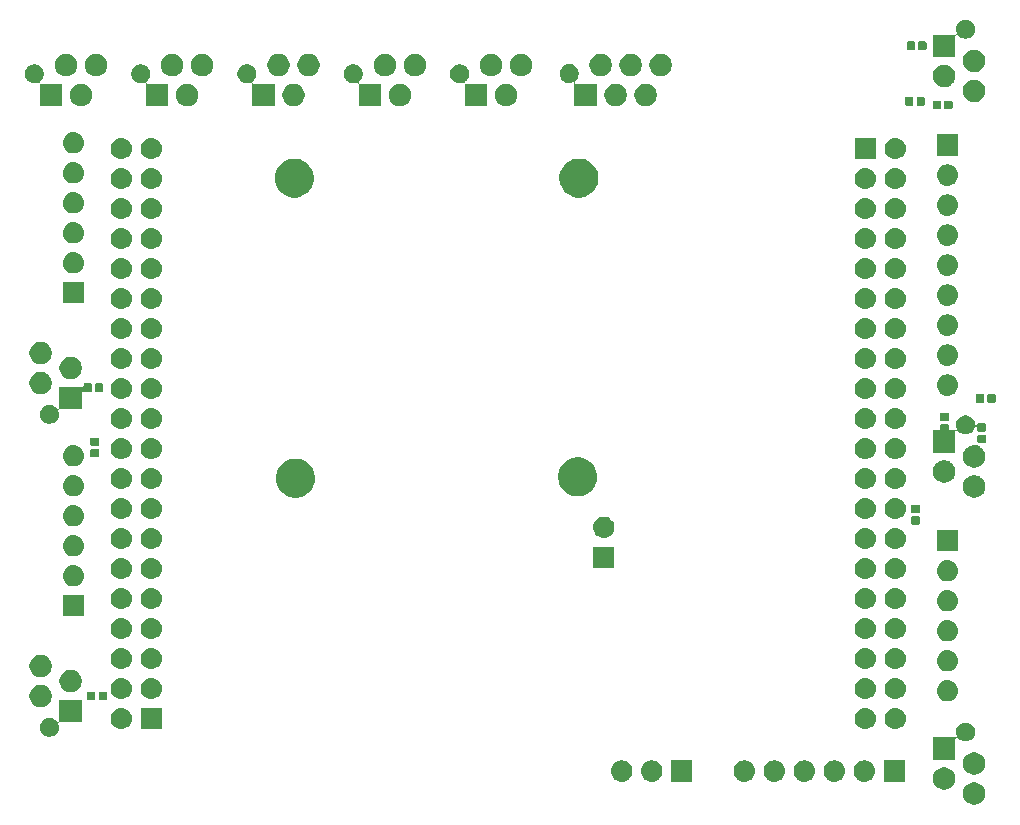
<source format=gbr>
G04 #@! TF.GenerationSoftware,KiCad,Pcbnew,5.1.2-f72e74a~84~ubuntu18.04.1*
G04 #@! TF.CreationDate,2019-09-03T03:43:08+02:00*
G04 #@! TF.ProjectId,myo_shield_pcb,6d796f5f-7368-4696-956c-645f7063622e,rev?*
G04 #@! TF.SameCoordinates,Original*
G04 #@! TF.FileFunction,Soldermask,Bot*
G04 #@! TF.FilePolarity,Negative*
%FSLAX46Y46*%
G04 Gerber Fmt 4.6, Leading zero omitted, Abs format (unit mm)*
G04 Created by KiCad (PCBNEW 5.1.2-f72e74a~84~ubuntu18.04.1) date 2019-09-03 03:43:08*
%MOMM*%
%LPD*%
G04 APERTURE LIST*
%ADD10C,0.100000*%
G04 APERTURE END LIST*
D10*
G36*
X195047395Y-140490546D02*
G01*
X195220466Y-140562234D01*
X195297818Y-140613919D01*
X195376227Y-140666310D01*
X195508690Y-140798773D01*
X195508691Y-140798775D01*
X195612766Y-140954534D01*
X195684454Y-141127605D01*
X195721000Y-141311333D01*
X195721000Y-141498667D01*
X195684454Y-141682395D01*
X195612766Y-141855466D01*
X195612765Y-141855467D01*
X195508690Y-142011227D01*
X195376227Y-142143690D01*
X195297818Y-142196081D01*
X195220466Y-142247766D01*
X195047395Y-142319454D01*
X194863667Y-142356000D01*
X194676333Y-142356000D01*
X194492605Y-142319454D01*
X194319534Y-142247766D01*
X194242182Y-142196081D01*
X194163773Y-142143690D01*
X194031310Y-142011227D01*
X193927235Y-141855467D01*
X193927234Y-141855466D01*
X193855546Y-141682395D01*
X193819000Y-141498667D01*
X193819000Y-141311333D01*
X193855546Y-141127605D01*
X193927234Y-140954534D01*
X194031309Y-140798775D01*
X194031310Y-140798773D01*
X194163773Y-140666310D01*
X194242182Y-140613919D01*
X194319534Y-140562234D01*
X194492605Y-140490546D01*
X194676333Y-140454000D01*
X194863667Y-140454000D01*
X195047395Y-140490546D01*
X195047395Y-140490546D01*
G37*
G36*
X192507395Y-139220546D02*
G01*
X192680466Y-139292234D01*
X192727069Y-139323373D01*
X192836227Y-139396310D01*
X192968690Y-139528773D01*
X192968691Y-139528775D01*
X193072766Y-139684534D01*
X193144454Y-139857605D01*
X193181000Y-140041333D01*
X193181000Y-140228667D01*
X193144454Y-140412395D01*
X193072766Y-140585466D01*
X193072765Y-140585467D01*
X192968690Y-140741227D01*
X192836227Y-140873690D01*
X192757818Y-140926081D01*
X192680466Y-140977766D01*
X192507395Y-141049454D01*
X192323667Y-141086000D01*
X192136333Y-141086000D01*
X191952605Y-141049454D01*
X191779534Y-140977766D01*
X191702182Y-140926081D01*
X191623773Y-140873690D01*
X191491310Y-140741227D01*
X191387235Y-140585467D01*
X191387234Y-140585466D01*
X191315546Y-140412395D01*
X191279000Y-140228667D01*
X191279000Y-140041333D01*
X191315546Y-139857605D01*
X191387234Y-139684534D01*
X191491309Y-139528775D01*
X191491310Y-139528773D01*
X191623773Y-139396310D01*
X191732931Y-139323373D01*
X191779534Y-139292234D01*
X191952605Y-139220546D01*
X192136333Y-139184000D01*
X192323667Y-139184000D01*
X192507395Y-139220546D01*
X192507395Y-139220546D01*
G37*
G36*
X188901000Y-140401000D02*
G01*
X187099000Y-140401000D01*
X187099000Y-138599000D01*
X188901000Y-138599000D01*
X188901000Y-140401000D01*
X188901000Y-140401000D01*
G37*
G36*
X185570443Y-138605519D02*
G01*
X185636627Y-138612037D01*
X185806466Y-138663557D01*
X185962991Y-138747222D01*
X185998729Y-138776552D01*
X186100186Y-138859814D01*
X186181310Y-138958665D01*
X186212778Y-138997009D01*
X186296443Y-139153534D01*
X186347963Y-139323373D01*
X186365359Y-139500000D01*
X186347963Y-139676627D01*
X186296443Y-139846466D01*
X186212778Y-140002991D01*
X186183448Y-140038729D01*
X186100186Y-140140186D01*
X185998729Y-140223448D01*
X185962991Y-140252778D01*
X185806466Y-140336443D01*
X185636627Y-140387963D01*
X185570443Y-140394481D01*
X185504260Y-140401000D01*
X185415740Y-140401000D01*
X185349557Y-140394481D01*
X185283373Y-140387963D01*
X185113534Y-140336443D01*
X184957009Y-140252778D01*
X184921271Y-140223448D01*
X184819814Y-140140186D01*
X184736552Y-140038729D01*
X184707222Y-140002991D01*
X184623557Y-139846466D01*
X184572037Y-139676627D01*
X184554641Y-139500000D01*
X184572037Y-139323373D01*
X184623557Y-139153534D01*
X184707222Y-138997009D01*
X184738690Y-138958665D01*
X184819814Y-138859814D01*
X184921271Y-138776552D01*
X184957009Y-138747222D01*
X185113534Y-138663557D01*
X185283373Y-138612037D01*
X185349557Y-138605519D01*
X185415740Y-138599000D01*
X185504260Y-138599000D01*
X185570443Y-138605519D01*
X185570443Y-138605519D01*
G37*
G36*
X183030443Y-138605519D02*
G01*
X183096627Y-138612037D01*
X183266466Y-138663557D01*
X183422991Y-138747222D01*
X183458729Y-138776552D01*
X183560186Y-138859814D01*
X183641310Y-138958665D01*
X183672778Y-138997009D01*
X183756443Y-139153534D01*
X183807963Y-139323373D01*
X183825359Y-139500000D01*
X183807963Y-139676627D01*
X183756443Y-139846466D01*
X183672778Y-140002991D01*
X183643448Y-140038729D01*
X183560186Y-140140186D01*
X183458729Y-140223448D01*
X183422991Y-140252778D01*
X183266466Y-140336443D01*
X183096627Y-140387963D01*
X183030443Y-140394481D01*
X182964260Y-140401000D01*
X182875740Y-140401000D01*
X182809557Y-140394481D01*
X182743373Y-140387963D01*
X182573534Y-140336443D01*
X182417009Y-140252778D01*
X182381271Y-140223448D01*
X182279814Y-140140186D01*
X182196552Y-140038729D01*
X182167222Y-140002991D01*
X182083557Y-139846466D01*
X182032037Y-139676627D01*
X182014641Y-139500000D01*
X182032037Y-139323373D01*
X182083557Y-139153534D01*
X182167222Y-138997009D01*
X182198690Y-138958665D01*
X182279814Y-138859814D01*
X182381271Y-138776552D01*
X182417009Y-138747222D01*
X182573534Y-138663557D01*
X182743373Y-138612037D01*
X182809557Y-138605519D01*
X182875740Y-138599000D01*
X182964260Y-138599000D01*
X183030443Y-138605519D01*
X183030443Y-138605519D01*
G37*
G36*
X180490443Y-138605519D02*
G01*
X180556627Y-138612037D01*
X180726466Y-138663557D01*
X180882991Y-138747222D01*
X180918729Y-138776552D01*
X181020186Y-138859814D01*
X181101310Y-138958665D01*
X181132778Y-138997009D01*
X181216443Y-139153534D01*
X181267963Y-139323373D01*
X181285359Y-139500000D01*
X181267963Y-139676627D01*
X181216443Y-139846466D01*
X181132778Y-140002991D01*
X181103448Y-140038729D01*
X181020186Y-140140186D01*
X180918729Y-140223448D01*
X180882991Y-140252778D01*
X180726466Y-140336443D01*
X180556627Y-140387963D01*
X180490443Y-140394481D01*
X180424260Y-140401000D01*
X180335740Y-140401000D01*
X180269557Y-140394481D01*
X180203373Y-140387963D01*
X180033534Y-140336443D01*
X179877009Y-140252778D01*
X179841271Y-140223448D01*
X179739814Y-140140186D01*
X179656552Y-140038729D01*
X179627222Y-140002991D01*
X179543557Y-139846466D01*
X179492037Y-139676627D01*
X179474641Y-139500000D01*
X179492037Y-139323373D01*
X179543557Y-139153534D01*
X179627222Y-138997009D01*
X179658690Y-138958665D01*
X179739814Y-138859814D01*
X179841271Y-138776552D01*
X179877009Y-138747222D01*
X180033534Y-138663557D01*
X180203373Y-138612037D01*
X180269557Y-138605519D01*
X180335740Y-138599000D01*
X180424260Y-138599000D01*
X180490443Y-138605519D01*
X180490443Y-138605519D01*
G37*
G36*
X177950443Y-138605519D02*
G01*
X178016627Y-138612037D01*
X178186466Y-138663557D01*
X178342991Y-138747222D01*
X178378729Y-138776552D01*
X178480186Y-138859814D01*
X178561310Y-138958665D01*
X178592778Y-138997009D01*
X178676443Y-139153534D01*
X178727963Y-139323373D01*
X178745359Y-139500000D01*
X178727963Y-139676627D01*
X178676443Y-139846466D01*
X178592778Y-140002991D01*
X178563448Y-140038729D01*
X178480186Y-140140186D01*
X178378729Y-140223448D01*
X178342991Y-140252778D01*
X178186466Y-140336443D01*
X178016627Y-140387963D01*
X177950443Y-140394481D01*
X177884260Y-140401000D01*
X177795740Y-140401000D01*
X177729557Y-140394481D01*
X177663373Y-140387963D01*
X177493534Y-140336443D01*
X177337009Y-140252778D01*
X177301271Y-140223448D01*
X177199814Y-140140186D01*
X177116552Y-140038729D01*
X177087222Y-140002991D01*
X177003557Y-139846466D01*
X176952037Y-139676627D01*
X176934641Y-139500000D01*
X176952037Y-139323373D01*
X177003557Y-139153534D01*
X177087222Y-138997009D01*
X177118690Y-138958665D01*
X177199814Y-138859814D01*
X177301271Y-138776552D01*
X177337009Y-138747222D01*
X177493534Y-138663557D01*
X177663373Y-138612037D01*
X177729557Y-138605519D01*
X177795740Y-138599000D01*
X177884260Y-138599000D01*
X177950443Y-138605519D01*
X177950443Y-138605519D01*
G37*
G36*
X175410443Y-138605519D02*
G01*
X175476627Y-138612037D01*
X175646466Y-138663557D01*
X175802991Y-138747222D01*
X175838729Y-138776552D01*
X175940186Y-138859814D01*
X176021310Y-138958665D01*
X176052778Y-138997009D01*
X176136443Y-139153534D01*
X176187963Y-139323373D01*
X176205359Y-139500000D01*
X176187963Y-139676627D01*
X176136443Y-139846466D01*
X176052778Y-140002991D01*
X176023448Y-140038729D01*
X175940186Y-140140186D01*
X175838729Y-140223448D01*
X175802991Y-140252778D01*
X175646466Y-140336443D01*
X175476627Y-140387963D01*
X175410443Y-140394481D01*
X175344260Y-140401000D01*
X175255740Y-140401000D01*
X175189557Y-140394481D01*
X175123373Y-140387963D01*
X174953534Y-140336443D01*
X174797009Y-140252778D01*
X174761271Y-140223448D01*
X174659814Y-140140186D01*
X174576552Y-140038729D01*
X174547222Y-140002991D01*
X174463557Y-139846466D01*
X174412037Y-139676627D01*
X174394641Y-139500000D01*
X174412037Y-139323373D01*
X174463557Y-139153534D01*
X174547222Y-138997009D01*
X174578690Y-138958665D01*
X174659814Y-138859814D01*
X174761271Y-138776552D01*
X174797009Y-138747222D01*
X174953534Y-138663557D01*
X175123373Y-138612037D01*
X175189557Y-138605519D01*
X175255740Y-138599000D01*
X175344260Y-138599000D01*
X175410443Y-138605519D01*
X175410443Y-138605519D01*
G37*
G36*
X170901000Y-140401000D02*
G01*
X169099000Y-140401000D01*
X169099000Y-138599000D01*
X170901000Y-138599000D01*
X170901000Y-140401000D01*
X170901000Y-140401000D01*
G37*
G36*
X167570443Y-138605519D02*
G01*
X167636627Y-138612037D01*
X167806466Y-138663557D01*
X167962991Y-138747222D01*
X167998729Y-138776552D01*
X168100186Y-138859814D01*
X168181310Y-138958665D01*
X168212778Y-138997009D01*
X168296443Y-139153534D01*
X168347963Y-139323373D01*
X168365359Y-139500000D01*
X168347963Y-139676627D01*
X168296443Y-139846466D01*
X168212778Y-140002991D01*
X168183448Y-140038729D01*
X168100186Y-140140186D01*
X167998729Y-140223448D01*
X167962991Y-140252778D01*
X167806466Y-140336443D01*
X167636627Y-140387963D01*
X167570443Y-140394481D01*
X167504260Y-140401000D01*
X167415740Y-140401000D01*
X167349557Y-140394481D01*
X167283373Y-140387963D01*
X167113534Y-140336443D01*
X166957009Y-140252778D01*
X166921271Y-140223448D01*
X166819814Y-140140186D01*
X166736552Y-140038729D01*
X166707222Y-140002991D01*
X166623557Y-139846466D01*
X166572037Y-139676627D01*
X166554641Y-139500000D01*
X166572037Y-139323373D01*
X166623557Y-139153534D01*
X166707222Y-138997009D01*
X166738690Y-138958665D01*
X166819814Y-138859814D01*
X166921271Y-138776552D01*
X166957009Y-138747222D01*
X167113534Y-138663557D01*
X167283373Y-138612037D01*
X167349557Y-138605519D01*
X167415740Y-138599000D01*
X167504260Y-138599000D01*
X167570443Y-138605519D01*
X167570443Y-138605519D01*
G37*
G36*
X165030443Y-138605519D02*
G01*
X165096627Y-138612037D01*
X165266466Y-138663557D01*
X165422991Y-138747222D01*
X165458729Y-138776552D01*
X165560186Y-138859814D01*
X165641310Y-138958665D01*
X165672778Y-138997009D01*
X165756443Y-139153534D01*
X165807963Y-139323373D01*
X165825359Y-139500000D01*
X165807963Y-139676627D01*
X165756443Y-139846466D01*
X165672778Y-140002991D01*
X165643448Y-140038729D01*
X165560186Y-140140186D01*
X165458729Y-140223448D01*
X165422991Y-140252778D01*
X165266466Y-140336443D01*
X165096627Y-140387963D01*
X165030443Y-140394481D01*
X164964260Y-140401000D01*
X164875740Y-140401000D01*
X164809557Y-140394481D01*
X164743373Y-140387963D01*
X164573534Y-140336443D01*
X164417009Y-140252778D01*
X164381271Y-140223448D01*
X164279814Y-140140186D01*
X164196552Y-140038729D01*
X164167222Y-140002991D01*
X164083557Y-139846466D01*
X164032037Y-139676627D01*
X164014641Y-139500000D01*
X164032037Y-139323373D01*
X164083557Y-139153534D01*
X164167222Y-138997009D01*
X164198690Y-138958665D01*
X164279814Y-138859814D01*
X164381271Y-138776552D01*
X164417009Y-138747222D01*
X164573534Y-138663557D01*
X164743373Y-138612037D01*
X164809557Y-138605519D01*
X164875740Y-138599000D01*
X164964260Y-138599000D01*
X165030443Y-138605519D01*
X165030443Y-138605519D01*
G37*
G36*
X195047395Y-137950546D02*
G01*
X195220466Y-138022234D01*
X195220467Y-138022235D01*
X195376227Y-138126310D01*
X195508690Y-138258773D01*
X195508691Y-138258775D01*
X195612766Y-138414534D01*
X195684454Y-138587605D01*
X195721000Y-138771333D01*
X195721000Y-138958667D01*
X195684454Y-139142395D01*
X195612766Y-139315466D01*
X195607481Y-139323375D01*
X195508690Y-139471227D01*
X195376227Y-139603690D01*
X195297818Y-139656081D01*
X195220466Y-139707766D01*
X195047395Y-139779454D01*
X194863667Y-139816000D01*
X194676333Y-139816000D01*
X194492605Y-139779454D01*
X194319534Y-139707766D01*
X194242182Y-139656081D01*
X194163773Y-139603690D01*
X194031310Y-139471227D01*
X193932519Y-139323375D01*
X193927234Y-139315466D01*
X193855546Y-139142395D01*
X193819000Y-138958667D01*
X193819000Y-138771333D01*
X193855546Y-138587605D01*
X193927234Y-138414534D01*
X194031309Y-138258775D01*
X194031310Y-138258773D01*
X194163773Y-138126310D01*
X194319533Y-138022235D01*
X194319534Y-138022234D01*
X194492605Y-137950546D01*
X194676333Y-137914000D01*
X194863667Y-137914000D01*
X195047395Y-137950546D01*
X195047395Y-137950546D01*
G37*
G36*
X194263657Y-135424733D02*
G01*
X194409438Y-135485118D01*
X194474594Y-135528654D01*
X194540640Y-135572784D01*
X194652216Y-135684360D01*
X194696346Y-135750406D01*
X194739882Y-135815562D01*
X194800267Y-135961343D01*
X194831050Y-136116102D01*
X194831050Y-136273898D01*
X194800267Y-136428657D01*
X194739882Y-136574438D01*
X194717865Y-136607389D01*
X194652216Y-136705640D01*
X194540640Y-136817216D01*
X194474594Y-136861346D01*
X194409438Y-136904882D01*
X194263657Y-136965267D01*
X194108898Y-136996050D01*
X193951102Y-136996050D01*
X193796343Y-136965267D01*
X193650562Y-136904882D01*
X193585406Y-136861346D01*
X193519360Y-136817216D01*
X193407784Y-136705640D01*
X193407782Y-136705637D01*
X193405048Y-136702903D01*
X193394386Y-136689912D01*
X193375444Y-136674367D01*
X193353833Y-136662816D01*
X193330384Y-136655703D01*
X193305998Y-136653301D01*
X193281612Y-136655703D01*
X193258163Y-136662816D01*
X193236553Y-136674367D01*
X193217611Y-136689913D01*
X193202066Y-136708855D01*
X193190515Y-136730466D01*
X193183402Y-136753915D01*
X193181000Y-136778300D01*
X193181000Y-138546000D01*
X191279000Y-138546000D01*
X191279000Y-136644000D01*
X193161857Y-136644000D01*
X193186243Y-136641598D01*
X193209692Y-136634485D01*
X193231303Y-136622934D01*
X193250245Y-136607389D01*
X193265790Y-136588447D01*
X193277341Y-136566836D01*
X193284454Y-136543387D01*
X193286856Y-136519001D01*
X193284454Y-136494615D01*
X193277341Y-136471165D01*
X193259733Y-136428655D01*
X193228950Y-136273898D01*
X193228950Y-136116102D01*
X193259733Y-135961343D01*
X193320118Y-135815562D01*
X193363654Y-135750406D01*
X193407784Y-135684360D01*
X193519360Y-135572784D01*
X193585406Y-135528654D01*
X193650562Y-135485118D01*
X193796343Y-135424733D01*
X193951102Y-135393950D01*
X194108898Y-135393950D01*
X194263657Y-135424733D01*
X194263657Y-135424733D01*
G37*
G36*
X119221000Y-135356000D02*
G01*
X117338143Y-135356000D01*
X117313757Y-135358402D01*
X117290308Y-135365515D01*
X117268697Y-135377066D01*
X117249755Y-135392611D01*
X117234210Y-135411553D01*
X117222659Y-135433164D01*
X117215546Y-135456613D01*
X117213144Y-135480999D01*
X117215546Y-135505385D01*
X117222659Y-135528835D01*
X117240267Y-135571345D01*
X117271050Y-135726102D01*
X117271050Y-135883898D01*
X117240267Y-136038657D01*
X117179882Y-136184438D01*
X117179881Y-136184439D01*
X117092216Y-136315640D01*
X116980640Y-136427216D01*
X116914865Y-136471165D01*
X116849438Y-136514882D01*
X116703657Y-136575267D01*
X116548898Y-136606050D01*
X116391102Y-136606050D01*
X116236343Y-136575267D01*
X116090562Y-136514882D01*
X116025135Y-136471165D01*
X115959360Y-136427216D01*
X115847784Y-136315640D01*
X115760119Y-136184439D01*
X115760118Y-136184438D01*
X115699733Y-136038657D01*
X115668950Y-135883898D01*
X115668950Y-135726102D01*
X115699733Y-135571343D01*
X115760118Y-135425562D01*
X115806598Y-135356000D01*
X115847784Y-135294360D01*
X115959360Y-135182784D01*
X116090561Y-135095119D01*
X116090562Y-135095118D01*
X116236343Y-135034733D01*
X116391102Y-135003950D01*
X116548898Y-135003950D01*
X116703657Y-135034733D01*
X116849438Y-135095118D01*
X116849439Y-135095119D01*
X116980640Y-135182784D01*
X117092216Y-135294360D01*
X117092217Y-135294362D01*
X117094952Y-135297097D01*
X117105614Y-135310088D01*
X117124556Y-135325633D01*
X117146167Y-135337184D01*
X117169616Y-135344297D01*
X117194002Y-135346699D01*
X117218388Y-135344297D01*
X117241837Y-135337184D01*
X117263447Y-135325633D01*
X117282389Y-135310087D01*
X117297934Y-135291145D01*
X117309485Y-135269534D01*
X117316598Y-135246085D01*
X117319000Y-135221700D01*
X117319000Y-133454000D01*
X119221000Y-133454000D01*
X119221000Y-135356000D01*
X119221000Y-135356000D01*
G37*
G36*
X122670442Y-134155518D02*
G01*
X122736627Y-134162037D01*
X122906466Y-134213557D01*
X123062991Y-134297222D01*
X123098729Y-134326552D01*
X123200186Y-134409814D01*
X123283448Y-134511271D01*
X123312778Y-134547009D01*
X123396443Y-134703534D01*
X123447963Y-134873373D01*
X123465359Y-135050000D01*
X123447963Y-135226627D01*
X123396443Y-135396466D01*
X123312778Y-135552991D01*
X123297715Y-135571345D01*
X123200186Y-135690186D01*
X123098729Y-135773448D01*
X123062991Y-135802778D01*
X122906466Y-135886443D01*
X122736627Y-135937963D01*
X122670442Y-135944482D01*
X122604260Y-135951000D01*
X122515740Y-135951000D01*
X122449558Y-135944482D01*
X122383373Y-135937963D01*
X122213534Y-135886443D01*
X122057009Y-135802778D01*
X122021271Y-135773448D01*
X121919814Y-135690186D01*
X121822285Y-135571345D01*
X121807222Y-135552991D01*
X121723557Y-135396466D01*
X121672037Y-135226627D01*
X121654641Y-135050000D01*
X121672037Y-134873373D01*
X121723557Y-134703534D01*
X121807222Y-134547009D01*
X121836552Y-134511271D01*
X121919814Y-134409814D01*
X122021271Y-134326552D01*
X122057009Y-134297222D01*
X122213534Y-134213557D01*
X122383373Y-134162037D01*
X122449558Y-134155518D01*
X122515740Y-134149000D01*
X122604260Y-134149000D01*
X122670442Y-134155518D01*
X122670442Y-134155518D01*
G37*
G36*
X126001000Y-135951000D02*
G01*
X124199000Y-135951000D01*
X124199000Y-134149000D01*
X126001000Y-134149000D01*
X126001000Y-135951000D01*
X126001000Y-135951000D01*
G37*
G36*
X188200442Y-134155518D02*
G01*
X188266627Y-134162037D01*
X188436466Y-134213557D01*
X188592991Y-134297222D01*
X188628729Y-134326552D01*
X188730186Y-134409814D01*
X188813448Y-134511271D01*
X188842778Y-134547009D01*
X188926443Y-134703534D01*
X188977963Y-134873373D01*
X188995359Y-135050000D01*
X188977963Y-135226627D01*
X188926443Y-135396466D01*
X188842778Y-135552991D01*
X188827715Y-135571345D01*
X188730186Y-135690186D01*
X188628729Y-135773448D01*
X188592991Y-135802778D01*
X188436466Y-135886443D01*
X188266627Y-135937963D01*
X188200442Y-135944482D01*
X188134260Y-135951000D01*
X188045740Y-135951000D01*
X187979558Y-135944482D01*
X187913373Y-135937963D01*
X187743534Y-135886443D01*
X187587009Y-135802778D01*
X187551271Y-135773448D01*
X187449814Y-135690186D01*
X187352285Y-135571345D01*
X187337222Y-135552991D01*
X187253557Y-135396466D01*
X187202037Y-135226627D01*
X187184641Y-135050000D01*
X187202037Y-134873373D01*
X187253557Y-134703534D01*
X187337222Y-134547009D01*
X187366552Y-134511271D01*
X187449814Y-134409814D01*
X187551271Y-134326552D01*
X187587009Y-134297222D01*
X187743534Y-134213557D01*
X187913373Y-134162037D01*
X187979558Y-134155518D01*
X188045740Y-134149000D01*
X188134260Y-134149000D01*
X188200442Y-134155518D01*
X188200442Y-134155518D01*
G37*
G36*
X185660442Y-134155518D02*
G01*
X185726627Y-134162037D01*
X185896466Y-134213557D01*
X186052991Y-134297222D01*
X186088729Y-134326552D01*
X186190186Y-134409814D01*
X186273448Y-134511271D01*
X186302778Y-134547009D01*
X186386443Y-134703534D01*
X186437963Y-134873373D01*
X186455359Y-135050000D01*
X186437963Y-135226627D01*
X186386443Y-135396466D01*
X186302778Y-135552991D01*
X186287715Y-135571345D01*
X186190186Y-135690186D01*
X186088729Y-135773448D01*
X186052991Y-135802778D01*
X185896466Y-135886443D01*
X185726627Y-135937963D01*
X185660442Y-135944482D01*
X185594260Y-135951000D01*
X185505740Y-135951000D01*
X185439558Y-135944482D01*
X185373373Y-135937963D01*
X185203534Y-135886443D01*
X185047009Y-135802778D01*
X185011271Y-135773448D01*
X184909814Y-135690186D01*
X184812285Y-135571345D01*
X184797222Y-135552991D01*
X184713557Y-135396466D01*
X184662037Y-135226627D01*
X184644641Y-135050000D01*
X184662037Y-134873373D01*
X184713557Y-134703534D01*
X184797222Y-134547009D01*
X184826552Y-134511271D01*
X184909814Y-134409814D01*
X185011271Y-134326552D01*
X185047009Y-134297222D01*
X185203534Y-134213557D01*
X185373373Y-134162037D01*
X185439558Y-134155518D01*
X185505740Y-134149000D01*
X185594260Y-134149000D01*
X185660442Y-134155518D01*
X185660442Y-134155518D01*
G37*
G36*
X116007395Y-132220546D02*
G01*
X116180466Y-132292234D01*
X116242035Y-132333373D01*
X116336227Y-132396310D01*
X116468690Y-132528773D01*
X116468691Y-132528775D01*
X116572766Y-132684534D01*
X116644454Y-132857605D01*
X116681000Y-133041333D01*
X116681000Y-133228667D01*
X116644454Y-133412395D01*
X116572766Y-133585466D01*
X116562386Y-133601000D01*
X116468690Y-133741227D01*
X116336227Y-133873690D01*
X116257818Y-133926081D01*
X116180466Y-133977766D01*
X116007395Y-134049454D01*
X115823667Y-134086000D01*
X115636333Y-134086000D01*
X115452605Y-134049454D01*
X115279534Y-133977766D01*
X115202182Y-133926081D01*
X115123773Y-133873690D01*
X114991310Y-133741227D01*
X114897614Y-133601000D01*
X114887234Y-133585466D01*
X114815546Y-133412395D01*
X114779000Y-133228667D01*
X114779000Y-133041333D01*
X114815546Y-132857605D01*
X114887234Y-132684534D01*
X114991309Y-132528775D01*
X114991310Y-132528773D01*
X115123773Y-132396310D01*
X115217965Y-132333373D01*
X115279534Y-132292234D01*
X115452605Y-132220546D01*
X115636333Y-132184000D01*
X115823667Y-132184000D01*
X116007395Y-132220546D01*
X116007395Y-132220546D01*
G37*
G36*
X192610443Y-131805519D02*
G01*
X192676627Y-131812037D01*
X192846466Y-131863557D01*
X193002991Y-131947222D01*
X193038729Y-131976552D01*
X193140186Y-132059814D01*
X193207957Y-132142395D01*
X193252778Y-132197009D01*
X193336443Y-132353534D01*
X193387963Y-132523373D01*
X193405359Y-132700000D01*
X193387963Y-132876627D01*
X193336443Y-133046466D01*
X193252778Y-133202991D01*
X193231708Y-133228665D01*
X193140186Y-133340186D01*
X193049993Y-133414204D01*
X193002991Y-133452778D01*
X192846466Y-133536443D01*
X192676627Y-133587963D01*
X192610443Y-133594481D01*
X192544260Y-133601000D01*
X192455740Y-133601000D01*
X192389557Y-133594481D01*
X192323373Y-133587963D01*
X192153534Y-133536443D01*
X191997009Y-133452778D01*
X191950007Y-133414204D01*
X191859814Y-133340186D01*
X191768292Y-133228665D01*
X191747222Y-133202991D01*
X191663557Y-133046466D01*
X191612037Y-132876627D01*
X191594641Y-132700000D01*
X191612037Y-132523373D01*
X191663557Y-132353534D01*
X191747222Y-132197009D01*
X191792043Y-132142395D01*
X191859814Y-132059814D01*
X191961271Y-131976552D01*
X191997009Y-131947222D01*
X192153534Y-131863557D01*
X192323373Y-131812037D01*
X192389557Y-131805519D01*
X192455740Y-131799000D01*
X192544260Y-131799000D01*
X192610443Y-131805519D01*
X192610443Y-131805519D01*
G37*
G36*
X120271938Y-132781716D02*
G01*
X120292557Y-132787971D01*
X120311553Y-132798124D01*
X120328208Y-132811792D01*
X120341876Y-132828447D01*
X120352029Y-132847443D01*
X120358284Y-132868062D01*
X120361000Y-132895640D01*
X120361000Y-133404360D01*
X120358284Y-133431938D01*
X120352029Y-133452557D01*
X120341876Y-133471553D01*
X120328208Y-133488208D01*
X120311553Y-133501876D01*
X120292557Y-133512029D01*
X120271938Y-133518284D01*
X120244360Y-133521000D01*
X119785640Y-133521000D01*
X119758062Y-133518284D01*
X119737443Y-133512029D01*
X119718447Y-133501876D01*
X119701792Y-133488208D01*
X119688124Y-133471553D01*
X119677971Y-133452557D01*
X119671716Y-133431938D01*
X119669000Y-133404360D01*
X119669000Y-132895640D01*
X119671716Y-132868062D01*
X119677971Y-132847443D01*
X119688124Y-132828447D01*
X119701792Y-132811792D01*
X119718447Y-132798124D01*
X119737443Y-132787971D01*
X119758062Y-132781716D01*
X119785640Y-132779000D01*
X120244360Y-132779000D01*
X120271938Y-132781716D01*
X120271938Y-132781716D01*
G37*
G36*
X121241938Y-132781716D02*
G01*
X121262557Y-132787971D01*
X121281553Y-132798124D01*
X121298208Y-132811792D01*
X121311876Y-132828447D01*
X121322029Y-132847443D01*
X121328284Y-132868062D01*
X121331000Y-132895640D01*
X121331000Y-133404360D01*
X121328284Y-133431938D01*
X121322029Y-133452557D01*
X121311876Y-133471553D01*
X121298208Y-133488208D01*
X121281553Y-133501876D01*
X121262557Y-133512029D01*
X121241938Y-133518284D01*
X121214360Y-133521000D01*
X120755640Y-133521000D01*
X120728062Y-133518284D01*
X120707443Y-133512029D01*
X120688447Y-133501876D01*
X120671792Y-133488208D01*
X120658124Y-133471553D01*
X120647971Y-133452557D01*
X120641716Y-133431938D01*
X120639000Y-133404360D01*
X120639000Y-132895640D01*
X120641716Y-132868062D01*
X120647971Y-132847443D01*
X120658124Y-132828447D01*
X120671792Y-132811792D01*
X120688447Y-132798124D01*
X120707443Y-132787971D01*
X120728062Y-132781716D01*
X120755640Y-132779000D01*
X121214360Y-132779000D01*
X121241938Y-132781716D01*
X121241938Y-132781716D01*
G37*
G36*
X125210443Y-131615519D02*
G01*
X125276627Y-131622037D01*
X125446466Y-131673557D01*
X125602991Y-131757222D01*
X125638729Y-131786552D01*
X125740186Y-131869814D01*
X125823448Y-131971271D01*
X125852778Y-132007009D01*
X125936443Y-132163534D01*
X125987963Y-132333373D01*
X126005359Y-132510000D01*
X125987963Y-132686627D01*
X125936443Y-132856466D01*
X125852778Y-133012991D01*
X125825306Y-133046466D01*
X125740186Y-133150186D01*
X125644558Y-133228665D01*
X125602991Y-133262778D01*
X125446466Y-133346443D01*
X125276627Y-133397963D01*
X125211676Y-133404360D01*
X125144260Y-133411000D01*
X125055740Y-133411000D01*
X124988324Y-133404360D01*
X124923373Y-133397963D01*
X124753534Y-133346443D01*
X124597009Y-133262778D01*
X124555442Y-133228665D01*
X124459814Y-133150186D01*
X124374694Y-133046466D01*
X124347222Y-133012991D01*
X124263557Y-132856466D01*
X124212037Y-132686627D01*
X124194641Y-132510000D01*
X124212037Y-132333373D01*
X124263557Y-132163534D01*
X124347222Y-132007009D01*
X124376552Y-131971271D01*
X124459814Y-131869814D01*
X124561271Y-131786552D01*
X124597009Y-131757222D01*
X124753534Y-131673557D01*
X124923373Y-131622037D01*
X124989557Y-131615519D01*
X125055740Y-131609000D01*
X125144260Y-131609000D01*
X125210443Y-131615519D01*
X125210443Y-131615519D01*
G37*
G36*
X122670443Y-131615519D02*
G01*
X122736627Y-131622037D01*
X122906466Y-131673557D01*
X123062991Y-131757222D01*
X123098729Y-131786552D01*
X123200186Y-131869814D01*
X123283448Y-131971271D01*
X123312778Y-132007009D01*
X123396443Y-132163534D01*
X123447963Y-132333373D01*
X123465359Y-132510000D01*
X123447963Y-132686627D01*
X123396443Y-132856466D01*
X123312778Y-133012991D01*
X123285306Y-133046466D01*
X123200186Y-133150186D01*
X123104558Y-133228665D01*
X123062991Y-133262778D01*
X122906466Y-133346443D01*
X122736627Y-133397963D01*
X122671676Y-133404360D01*
X122604260Y-133411000D01*
X122515740Y-133411000D01*
X122448324Y-133404360D01*
X122383373Y-133397963D01*
X122213534Y-133346443D01*
X122057009Y-133262778D01*
X122015442Y-133228665D01*
X121919814Y-133150186D01*
X121834694Y-133046466D01*
X121807222Y-133012991D01*
X121723557Y-132856466D01*
X121672037Y-132686627D01*
X121654641Y-132510000D01*
X121672037Y-132333373D01*
X121723557Y-132163534D01*
X121807222Y-132007009D01*
X121836552Y-131971271D01*
X121919814Y-131869814D01*
X122021271Y-131786552D01*
X122057009Y-131757222D01*
X122213534Y-131673557D01*
X122383373Y-131622037D01*
X122449557Y-131615519D01*
X122515740Y-131609000D01*
X122604260Y-131609000D01*
X122670443Y-131615519D01*
X122670443Y-131615519D01*
G37*
G36*
X188200443Y-131615519D02*
G01*
X188266627Y-131622037D01*
X188436466Y-131673557D01*
X188592991Y-131757222D01*
X188628729Y-131786552D01*
X188730186Y-131869814D01*
X188813448Y-131971271D01*
X188842778Y-132007009D01*
X188926443Y-132163534D01*
X188977963Y-132333373D01*
X188995359Y-132510000D01*
X188977963Y-132686627D01*
X188926443Y-132856466D01*
X188842778Y-133012991D01*
X188815306Y-133046466D01*
X188730186Y-133150186D01*
X188634558Y-133228665D01*
X188592991Y-133262778D01*
X188436466Y-133346443D01*
X188266627Y-133397963D01*
X188201676Y-133404360D01*
X188134260Y-133411000D01*
X188045740Y-133411000D01*
X187978324Y-133404360D01*
X187913373Y-133397963D01*
X187743534Y-133346443D01*
X187587009Y-133262778D01*
X187545442Y-133228665D01*
X187449814Y-133150186D01*
X187364694Y-133046466D01*
X187337222Y-133012991D01*
X187253557Y-132856466D01*
X187202037Y-132686627D01*
X187184641Y-132510000D01*
X187202037Y-132333373D01*
X187253557Y-132163534D01*
X187337222Y-132007009D01*
X187366552Y-131971271D01*
X187449814Y-131869814D01*
X187551271Y-131786552D01*
X187587009Y-131757222D01*
X187743534Y-131673557D01*
X187913373Y-131622037D01*
X187979557Y-131615519D01*
X188045740Y-131609000D01*
X188134260Y-131609000D01*
X188200443Y-131615519D01*
X188200443Y-131615519D01*
G37*
G36*
X185660443Y-131615519D02*
G01*
X185726627Y-131622037D01*
X185896466Y-131673557D01*
X186052991Y-131757222D01*
X186088729Y-131786552D01*
X186190186Y-131869814D01*
X186273448Y-131971271D01*
X186302778Y-132007009D01*
X186386443Y-132163534D01*
X186437963Y-132333373D01*
X186455359Y-132510000D01*
X186437963Y-132686627D01*
X186386443Y-132856466D01*
X186302778Y-133012991D01*
X186275306Y-133046466D01*
X186190186Y-133150186D01*
X186094558Y-133228665D01*
X186052991Y-133262778D01*
X185896466Y-133346443D01*
X185726627Y-133397963D01*
X185661676Y-133404360D01*
X185594260Y-133411000D01*
X185505740Y-133411000D01*
X185438324Y-133404360D01*
X185373373Y-133397963D01*
X185203534Y-133346443D01*
X185047009Y-133262778D01*
X185005442Y-133228665D01*
X184909814Y-133150186D01*
X184824694Y-133046466D01*
X184797222Y-133012991D01*
X184713557Y-132856466D01*
X184662037Y-132686627D01*
X184644641Y-132510000D01*
X184662037Y-132333373D01*
X184713557Y-132163534D01*
X184797222Y-132007009D01*
X184826552Y-131971271D01*
X184909814Y-131869814D01*
X185011271Y-131786552D01*
X185047009Y-131757222D01*
X185203534Y-131673557D01*
X185373373Y-131622037D01*
X185439557Y-131615519D01*
X185505740Y-131609000D01*
X185594260Y-131609000D01*
X185660443Y-131615519D01*
X185660443Y-131615519D01*
G37*
G36*
X118547395Y-130950546D02*
G01*
X118720466Y-131022234D01*
X118758972Y-131047963D01*
X118876227Y-131126310D01*
X119008690Y-131258773D01*
X119008691Y-131258775D01*
X119112766Y-131414534D01*
X119184454Y-131587605D01*
X119221000Y-131771333D01*
X119221000Y-131958667D01*
X119184454Y-132142395D01*
X119112766Y-132315466D01*
X119087331Y-132353532D01*
X119008690Y-132471227D01*
X118876227Y-132603690D01*
X118797818Y-132656081D01*
X118720466Y-132707766D01*
X118547395Y-132779454D01*
X118363667Y-132816000D01*
X118176333Y-132816000D01*
X117992605Y-132779454D01*
X117819534Y-132707766D01*
X117742182Y-132656081D01*
X117663773Y-132603690D01*
X117531310Y-132471227D01*
X117452669Y-132353532D01*
X117427234Y-132315466D01*
X117355546Y-132142395D01*
X117319000Y-131958667D01*
X117319000Y-131771333D01*
X117355546Y-131587605D01*
X117427234Y-131414534D01*
X117531309Y-131258775D01*
X117531310Y-131258773D01*
X117663773Y-131126310D01*
X117781028Y-131047963D01*
X117819534Y-131022234D01*
X117992605Y-130950546D01*
X118176333Y-130914000D01*
X118363667Y-130914000D01*
X118547395Y-130950546D01*
X118547395Y-130950546D01*
G37*
G36*
X116007395Y-129680546D02*
G01*
X116180466Y-129752234D01*
X116180467Y-129752235D01*
X116336227Y-129856310D01*
X116468690Y-129988773D01*
X116468691Y-129988775D01*
X116572766Y-130144534D01*
X116644454Y-130317605D01*
X116681000Y-130501333D01*
X116681000Y-130688667D01*
X116644454Y-130872395D01*
X116572766Y-131045466D01*
X116562386Y-131061000D01*
X116468690Y-131201227D01*
X116336227Y-131333690D01*
X116257818Y-131386081D01*
X116180466Y-131437766D01*
X116007395Y-131509454D01*
X115823667Y-131546000D01*
X115636333Y-131546000D01*
X115452605Y-131509454D01*
X115279534Y-131437766D01*
X115202182Y-131386081D01*
X115123773Y-131333690D01*
X114991310Y-131201227D01*
X114897614Y-131061000D01*
X114887234Y-131045466D01*
X114815546Y-130872395D01*
X114779000Y-130688667D01*
X114779000Y-130501333D01*
X114815546Y-130317605D01*
X114887234Y-130144534D01*
X114991309Y-129988775D01*
X114991310Y-129988773D01*
X115123773Y-129856310D01*
X115279533Y-129752235D01*
X115279534Y-129752234D01*
X115452605Y-129680546D01*
X115636333Y-129644000D01*
X115823667Y-129644000D01*
X116007395Y-129680546D01*
X116007395Y-129680546D01*
G37*
G36*
X192610442Y-129265518D02*
G01*
X192676627Y-129272037D01*
X192846466Y-129323557D01*
X193002991Y-129407222D01*
X193038729Y-129436552D01*
X193140186Y-129519814D01*
X193223448Y-129621271D01*
X193252778Y-129657009D01*
X193336443Y-129813534D01*
X193387963Y-129983373D01*
X193405359Y-130160000D01*
X193387963Y-130336627D01*
X193336443Y-130506466D01*
X193252778Y-130662991D01*
X193231708Y-130688665D01*
X193140186Y-130800186D01*
X193038729Y-130883448D01*
X193002991Y-130912778D01*
X192846466Y-130996443D01*
X192676627Y-131047963D01*
X192610442Y-131054482D01*
X192544260Y-131061000D01*
X192455740Y-131061000D01*
X192389558Y-131054482D01*
X192323373Y-131047963D01*
X192153534Y-130996443D01*
X191997009Y-130912778D01*
X191961271Y-130883448D01*
X191859814Y-130800186D01*
X191768292Y-130688665D01*
X191747222Y-130662991D01*
X191663557Y-130506466D01*
X191612037Y-130336627D01*
X191594641Y-130160000D01*
X191612037Y-129983373D01*
X191663557Y-129813534D01*
X191747222Y-129657009D01*
X191776552Y-129621271D01*
X191859814Y-129519814D01*
X191961271Y-129436552D01*
X191997009Y-129407222D01*
X192153534Y-129323557D01*
X192323373Y-129272037D01*
X192389558Y-129265518D01*
X192455740Y-129259000D01*
X192544260Y-129259000D01*
X192610442Y-129265518D01*
X192610442Y-129265518D01*
G37*
G36*
X188200443Y-129075519D02*
G01*
X188266627Y-129082037D01*
X188436466Y-129133557D01*
X188592991Y-129217222D01*
X188628729Y-129246552D01*
X188730186Y-129329814D01*
X188793711Y-129407221D01*
X188842778Y-129467009D01*
X188926443Y-129623534D01*
X188977963Y-129793373D01*
X188995359Y-129970000D01*
X188977963Y-130146627D01*
X188926443Y-130316466D01*
X188842778Y-130472991D01*
X188815306Y-130506466D01*
X188730186Y-130610186D01*
X188634558Y-130688665D01*
X188592991Y-130722778D01*
X188436466Y-130806443D01*
X188266627Y-130857963D01*
X188200443Y-130864481D01*
X188134260Y-130871000D01*
X188045740Y-130871000D01*
X187979557Y-130864481D01*
X187913373Y-130857963D01*
X187743534Y-130806443D01*
X187587009Y-130722778D01*
X187545442Y-130688665D01*
X187449814Y-130610186D01*
X187364694Y-130506466D01*
X187337222Y-130472991D01*
X187253557Y-130316466D01*
X187202037Y-130146627D01*
X187184641Y-129970000D01*
X187202037Y-129793373D01*
X187253557Y-129623534D01*
X187337222Y-129467009D01*
X187386289Y-129407221D01*
X187449814Y-129329814D01*
X187551271Y-129246552D01*
X187587009Y-129217222D01*
X187743534Y-129133557D01*
X187913373Y-129082037D01*
X187979557Y-129075519D01*
X188045740Y-129069000D01*
X188134260Y-129069000D01*
X188200443Y-129075519D01*
X188200443Y-129075519D01*
G37*
G36*
X185660443Y-129075519D02*
G01*
X185726627Y-129082037D01*
X185896466Y-129133557D01*
X186052991Y-129217222D01*
X186088729Y-129246552D01*
X186190186Y-129329814D01*
X186253711Y-129407221D01*
X186302778Y-129467009D01*
X186386443Y-129623534D01*
X186437963Y-129793373D01*
X186455359Y-129970000D01*
X186437963Y-130146627D01*
X186386443Y-130316466D01*
X186302778Y-130472991D01*
X186275306Y-130506466D01*
X186190186Y-130610186D01*
X186094558Y-130688665D01*
X186052991Y-130722778D01*
X185896466Y-130806443D01*
X185726627Y-130857963D01*
X185660443Y-130864481D01*
X185594260Y-130871000D01*
X185505740Y-130871000D01*
X185439557Y-130864481D01*
X185373373Y-130857963D01*
X185203534Y-130806443D01*
X185047009Y-130722778D01*
X185005442Y-130688665D01*
X184909814Y-130610186D01*
X184824694Y-130506466D01*
X184797222Y-130472991D01*
X184713557Y-130316466D01*
X184662037Y-130146627D01*
X184644641Y-129970000D01*
X184662037Y-129793373D01*
X184713557Y-129623534D01*
X184797222Y-129467009D01*
X184846289Y-129407221D01*
X184909814Y-129329814D01*
X185011271Y-129246552D01*
X185047009Y-129217222D01*
X185203534Y-129133557D01*
X185373373Y-129082037D01*
X185439557Y-129075519D01*
X185505740Y-129069000D01*
X185594260Y-129069000D01*
X185660443Y-129075519D01*
X185660443Y-129075519D01*
G37*
G36*
X125210443Y-129075519D02*
G01*
X125276627Y-129082037D01*
X125446466Y-129133557D01*
X125602991Y-129217222D01*
X125638729Y-129246552D01*
X125740186Y-129329814D01*
X125803711Y-129407221D01*
X125852778Y-129467009D01*
X125936443Y-129623534D01*
X125987963Y-129793373D01*
X126005359Y-129970000D01*
X125987963Y-130146627D01*
X125936443Y-130316466D01*
X125852778Y-130472991D01*
X125825306Y-130506466D01*
X125740186Y-130610186D01*
X125644558Y-130688665D01*
X125602991Y-130722778D01*
X125446466Y-130806443D01*
X125276627Y-130857963D01*
X125210443Y-130864481D01*
X125144260Y-130871000D01*
X125055740Y-130871000D01*
X124989557Y-130864481D01*
X124923373Y-130857963D01*
X124753534Y-130806443D01*
X124597009Y-130722778D01*
X124555442Y-130688665D01*
X124459814Y-130610186D01*
X124374694Y-130506466D01*
X124347222Y-130472991D01*
X124263557Y-130316466D01*
X124212037Y-130146627D01*
X124194641Y-129970000D01*
X124212037Y-129793373D01*
X124263557Y-129623534D01*
X124347222Y-129467009D01*
X124396289Y-129407221D01*
X124459814Y-129329814D01*
X124561271Y-129246552D01*
X124597009Y-129217222D01*
X124753534Y-129133557D01*
X124923373Y-129082037D01*
X124989557Y-129075519D01*
X125055740Y-129069000D01*
X125144260Y-129069000D01*
X125210443Y-129075519D01*
X125210443Y-129075519D01*
G37*
G36*
X122670443Y-129075519D02*
G01*
X122736627Y-129082037D01*
X122906466Y-129133557D01*
X123062991Y-129217222D01*
X123098729Y-129246552D01*
X123200186Y-129329814D01*
X123263711Y-129407221D01*
X123312778Y-129467009D01*
X123396443Y-129623534D01*
X123447963Y-129793373D01*
X123465359Y-129970000D01*
X123447963Y-130146627D01*
X123396443Y-130316466D01*
X123312778Y-130472991D01*
X123285306Y-130506466D01*
X123200186Y-130610186D01*
X123104558Y-130688665D01*
X123062991Y-130722778D01*
X122906466Y-130806443D01*
X122736627Y-130857963D01*
X122670443Y-130864481D01*
X122604260Y-130871000D01*
X122515740Y-130871000D01*
X122449557Y-130864481D01*
X122383373Y-130857963D01*
X122213534Y-130806443D01*
X122057009Y-130722778D01*
X122015442Y-130688665D01*
X121919814Y-130610186D01*
X121834694Y-130506466D01*
X121807222Y-130472991D01*
X121723557Y-130316466D01*
X121672037Y-130146627D01*
X121654641Y-129970000D01*
X121672037Y-129793373D01*
X121723557Y-129623534D01*
X121807222Y-129467009D01*
X121856289Y-129407221D01*
X121919814Y-129329814D01*
X122021271Y-129246552D01*
X122057009Y-129217222D01*
X122213534Y-129133557D01*
X122383373Y-129082037D01*
X122449557Y-129075519D01*
X122515740Y-129069000D01*
X122604260Y-129069000D01*
X122670443Y-129075519D01*
X122670443Y-129075519D01*
G37*
G36*
X192610442Y-126725518D02*
G01*
X192676627Y-126732037D01*
X192846466Y-126783557D01*
X193002991Y-126867222D01*
X193038729Y-126896552D01*
X193140186Y-126979814D01*
X193223448Y-127081271D01*
X193252778Y-127117009D01*
X193336443Y-127273534D01*
X193387963Y-127443373D01*
X193405359Y-127620000D01*
X193387963Y-127796627D01*
X193336443Y-127966466D01*
X193252778Y-128122991D01*
X193223448Y-128158729D01*
X193140186Y-128260186D01*
X193038729Y-128343448D01*
X193002991Y-128372778D01*
X192846466Y-128456443D01*
X192676627Y-128507963D01*
X192610442Y-128514482D01*
X192544260Y-128521000D01*
X192455740Y-128521000D01*
X192389558Y-128514482D01*
X192323373Y-128507963D01*
X192153534Y-128456443D01*
X191997009Y-128372778D01*
X191961271Y-128343448D01*
X191859814Y-128260186D01*
X191776552Y-128158729D01*
X191747222Y-128122991D01*
X191663557Y-127966466D01*
X191612037Y-127796627D01*
X191594641Y-127620000D01*
X191612037Y-127443373D01*
X191663557Y-127273534D01*
X191747222Y-127117009D01*
X191776552Y-127081271D01*
X191859814Y-126979814D01*
X191961271Y-126896552D01*
X191997009Y-126867222D01*
X192153534Y-126783557D01*
X192323373Y-126732037D01*
X192389558Y-126725518D01*
X192455740Y-126719000D01*
X192544260Y-126719000D01*
X192610442Y-126725518D01*
X192610442Y-126725518D01*
G37*
G36*
X125210442Y-126535518D02*
G01*
X125276627Y-126542037D01*
X125446466Y-126593557D01*
X125602991Y-126677222D01*
X125638729Y-126706552D01*
X125740186Y-126789814D01*
X125803711Y-126867221D01*
X125852778Y-126927009D01*
X125936443Y-127083534D01*
X125987963Y-127253373D01*
X126005359Y-127430000D01*
X125987963Y-127606627D01*
X125936443Y-127776466D01*
X125852778Y-127932991D01*
X125825306Y-127966466D01*
X125740186Y-128070186D01*
X125638729Y-128153448D01*
X125602991Y-128182778D01*
X125446466Y-128266443D01*
X125276627Y-128317963D01*
X125210442Y-128324482D01*
X125144260Y-128331000D01*
X125055740Y-128331000D01*
X124989558Y-128324482D01*
X124923373Y-128317963D01*
X124753534Y-128266443D01*
X124597009Y-128182778D01*
X124561271Y-128153448D01*
X124459814Y-128070186D01*
X124374694Y-127966466D01*
X124347222Y-127932991D01*
X124263557Y-127776466D01*
X124212037Y-127606627D01*
X124194641Y-127430000D01*
X124212037Y-127253373D01*
X124263557Y-127083534D01*
X124347222Y-126927009D01*
X124396289Y-126867221D01*
X124459814Y-126789814D01*
X124561271Y-126706552D01*
X124597009Y-126677222D01*
X124753534Y-126593557D01*
X124923373Y-126542037D01*
X124989558Y-126535518D01*
X125055740Y-126529000D01*
X125144260Y-126529000D01*
X125210442Y-126535518D01*
X125210442Y-126535518D01*
G37*
G36*
X122670442Y-126535518D02*
G01*
X122736627Y-126542037D01*
X122906466Y-126593557D01*
X123062991Y-126677222D01*
X123098729Y-126706552D01*
X123200186Y-126789814D01*
X123263711Y-126867221D01*
X123312778Y-126927009D01*
X123396443Y-127083534D01*
X123447963Y-127253373D01*
X123465359Y-127430000D01*
X123447963Y-127606627D01*
X123396443Y-127776466D01*
X123312778Y-127932991D01*
X123285306Y-127966466D01*
X123200186Y-128070186D01*
X123098729Y-128153448D01*
X123062991Y-128182778D01*
X122906466Y-128266443D01*
X122736627Y-128317963D01*
X122670442Y-128324482D01*
X122604260Y-128331000D01*
X122515740Y-128331000D01*
X122449558Y-128324482D01*
X122383373Y-128317963D01*
X122213534Y-128266443D01*
X122057009Y-128182778D01*
X122021271Y-128153448D01*
X121919814Y-128070186D01*
X121834694Y-127966466D01*
X121807222Y-127932991D01*
X121723557Y-127776466D01*
X121672037Y-127606627D01*
X121654641Y-127430000D01*
X121672037Y-127253373D01*
X121723557Y-127083534D01*
X121807222Y-126927009D01*
X121856289Y-126867221D01*
X121919814Y-126789814D01*
X122021271Y-126706552D01*
X122057009Y-126677222D01*
X122213534Y-126593557D01*
X122383373Y-126542037D01*
X122449558Y-126535518D01*
X122515740Y-126529000D01*
X122604260Y-126529000D01*
X122670442Y-126535518D01*
X122670442Y-126535518D01*
G37*
G36*
X185660442Y-126535518D02*
G01*
X185726627Y-126542037D01*
X185896466Y-126593557D01*
X186052991Y-126677222D01*
X186088729Y-126706552D01*
X186190186Y-126789814D01*
X186253711Y-126867221D01*
X186302778Y-126927009D01*
X186386443Y-127083534D01*
X186437963Y-127253373D01*
X186455359Y-127430000D01*
X186437963Y-127606627D01*
X186386443Y-127776466D01*
X186302778Y-127932991D01*
X186275306Y-127966466D01*
X186190186Y-128070186D01*
X186088729Y-128153448D01*
X186052991Y-128182778D01*
X185896466Y-128266443D01*
X185726627Y-128317963D01*
X185660442Y-128324482D01*
X185594260Y-128331000D01*
X185505740Y-128331000D01*
X185439558Y-128324482D01*
X185373373Y-128317963D01*
X185203534Y-128266443D01*
X185047009Y-128182778D01*
X185011271Y-128153448D01*
X184909814Y-128070186D01*
X184824694Y-127966466D01*
X184797222Y-127932991D01*
X184713557Y-127776466D01*
X184662037Y-127606627D01*
X184644641Y-127430000D01*
X184662037Y-127253373D01*
X184713557Y-127083534D01*
X184797222Y-126927009D01*
X184846289Y-126867221D01*
X184909814Y-126789814D01*
X185011271Y-126706552D01*
X185047009Y-126677222D01*
X185203534Y-126593557D01*
X185373373Y-126542037D01*
X185439558Y-126535518D01*
X185505740Y-126529000D01*
X185594260Y-126529000D01*
X185660442Y-126535518D01*
X185660442Y-126535518D01*
G37*
G36*
X188200442Y-126535518D02*
G01*
X188266627Y-126542037D01*
X188436466Y-126593557D01*
X188592991Y-126677222D01*
X188628729Y-126706552D01*
X188730186Y-126789814D01*
X188793711Y-126867221D01*
X188842778Y-126927009D01*
X188926443Y-127083534D01*
X188977963Y-127253373D01*
X188995359Y-127430000D01*
X188977963Y-127606627D01*
X188926443Y-127776466D01*
X188842778Y-127932991D01*
X188815306Y-127966466D01*
X188730186Y-128070186D01*
X188628729Y-128153448D01*
X188592991Y-128182778D01*
X188436466Y-128266443D01*
X188266627Y-128317963D01*
X188200442Y-128324482D01*
X188134260Y-128331000D01*
X188045740Y-128331000D01*
X187979558Y-128324482D01*
X187913373Y-128317963D01*
X187743534Y-128266443D01*
X187587009Y-128182778D01*
X187551271Y-128153448D01*
X187449814Y-128070186D01*
X187364694Y-127966466D01*
X187337222Y-127932991D01*
X187253557Y-127776466D01*
X187202037Y-127606627D01*
X187184641Y-127430000D01*
X187202037Y-127253373D01*
X187253557Y-127083534D01*
X187337222Y-126927009D01*
X187386289Y-126867221D01*
X187449814Y-126789814D01*
X187551271Y-126706552D01*
X187587009Y-126677222D01*
X187743534Y-126593557D01*
X187913373Y-126542037D01*
X187979558Y-126535518D01*
X188045740Y-126529000D01*
X188134260Y-126529000D01*
X188200442Y-126535518D01*
X188200442Y-126535518D01*
G37*
G36*
X119401000Y-126401000D02*
G01*
X117599000Y-126401000D01*
X117599000Y-124599000D01*
X119401000Y-124599000D01*
X119401000Y-126401000D01*
X119401000Y-126401000D01*
G37*
G36*
X192610443Y-124185519D02*
G01*
X192676627Y-124192037D01*
X192846466Y-124243557D01*
X193002991Y-124327222D01*
X193038729Y-124356552D01*
X193140186Y-124439814D01*
X193223448Y-124541271D01*
X193252778Y-124577009D01*
X193336443Y-124733534D01*
X193387963Y-124903373D01*
X193405359Y-125080000D01*
X193387963Y-125256627D01*
X193336443Y-125426466D01*
X193252778Y-125582991D01*
X193223448Y-125618729D01*
X193140186Y-125720186D01*
X193038729Y-125803448D01*
X193002991Y-125832778D01*
X192846466Y-125916443D01*
X192676627Y-125967963D01*
X192610443Y-125974481D01*
X192544260Y-125981000D01*
X192455740Y-125981000D01*
X192389557Y-125974481D01*
X192323373Y-125967963D01*
X192153534Y-125916443D01*
X191997009Y-125832778D01*
X191961271Y-125803448D01*
X191859814Y-125720186D01*
X191776552Y-125618729D01*
X191747222Y-125582991D01*
X191663557Y-125426466D01*
X191612037Y-125256627D01*
X191594641Y-125080000D01*
X191612037Y-124903373D01*
X191663557Y-124733534D01*
X191747222Y-124577009D01*
X191776552Y-124541271D01*
X191859814Y-124439814D01*
X191961271Y-124356552D01*
X191997009Y-124327222D01*
X192153534Y-124243557D01*
X192323373Y-124192037D01*
X192389557Y-124185519D01*
X192455740Y-124179000D01*
X192544260Y-124179000D01*
X192610443Y-124185519D01*
X192610443Y-124185519D01*
G37*
G36*
X122670443Y-123995519D02*
G01*
X122736627Y-124002037D01*
X122906466Y-124053557D01*
X123062991Y-124137222D01*
X123098729Y-124166552D01*
X123200186Y-124249814D01*
X123263711Y-124327221D01*
X123312778Y-124387009D01*
X123396443Y-124543534D01*
X123447963Y-124713373D01*
X123465359Y-124890000D01*
X123447963Y-125066627D01*
X123396443Y-125236466D01*
X123312778Y-125392991D01*
X123285306Y-125426466D01*
X123200186Y-125530186D01*
X123098729Y-125613448D01*
X123062991Y-125642778D01*
X122906466Y-125726443D01*
X122736627Y-125777963D01*
X122670443Y-125784481D01*
X122604260Y-125791000D01*
X122515740Y-125791000D01*
X122449557Y-125784481D01*
X122383373Y-125777963D01*
X122213534Y-125726443D01*
X122057009Y-125642778D01*
X122021271Y-125613448D01*
X121919814Y-125530186D01*
X121834694Y-125426466D01*
X121807222Y-125392991D01*
X121723557Y-125236466D01*
X121672037Y-125066627D01*
X121654641Y-124890000D01*
X121672037Y-124713373D01*
X121723557Y-124543534D01*
X121807222Y-124387009D01*
X121856289Y-124327221D01*
X121919814Y-124249814D01*
X122021271Y-124166552D01*
X122057009Y-124137222D01*
X122213534Y-124053557D01*
X122383373Y-124002037D01*
X122449557Y-123995519D01*
X122515740Y-123989000D01*
X122604260Y-123989000D01*
X122670443Y-123995519D01*
X122670443Y-123995519D01*
G37*
G36*
X188200443Y-123995519D02*
G01*
X188266627Y-124002037D01*
X188436466Y-124053557D01*
X188592991Y-124137222D01*
X188628729Y-124166552D01*
X188730186Y-124249814D01*
X188793711Y-124327221D01*
X188842778Y-124387009D01*
X188926443Y-124543534D01*
X188977963Y-124713373D01*
X188995359Y-124890000D01*
X188977963Y-125066627D01*
X188926443Y-125236466D01*
X188842778Y-125392991D01*
X188815306Y-125426466D01*
X188730186Y-125530186D01*
X188628729Y-125613448D01*
X188592991Y-125642778D01*
X188436466Y-125726443D01*
X188266627Y-125777963D01*
X188200443Y-125784481D01*
X188134260Y-125791000D01*
X188045740Y-125791000D01*
X187979557Y-125784481D01*
X187913373Y-125777963D01*
X187743534Y-125726443D01*
X187587009Y-125642778D01*
X187551271Y-125613448D01*
X187449814Y-125530186D01*
X187364694Y-125426466D01*
X187337222Y-125392991D01*
X187253557Y-125236466D01*
X187202037Y-125066627D01*
X187184641Y-124890000D01*
X187202037Y-124713373D01*
X187253557Y-124543534D01*
X187337222Y-124387009D01*
X187386289Y-124327221D01*
X187449814Y-124249814D01*
X187551271Y-124166552D01*
X187587009Y-124137222D01*
X187743534Y-124053557D01*
X187913373Y-124002037D01*
X187979557Y-123995519D01*
X188045740Y-123989000D01*
X188134260Y-123989000D01*
X188200443Y-123995519D01*
X188200443Y-123995519D01*
G37*
G36*
X185660443Y-123995519D02*
G01*
X185726627Y-124002037D01*
X185896466Y-124053557D01*
X186052991Y-124137222D01*
X186088729Y-124166552D01*
X186190186Y-124249814D01*
X186253711Y-124327221D01*
X186302778Y-124387009D01*
X186386443Y-124543534D01*
X186437963Y-124713373D01*
X186455359Y-124890000D01*
X186437963Y-125066627D01*
X186386443Y-125236466D01*
X186302778Y-125392991D01*
X186275306Y-125426466D01*
X186190186Y-125530186D01*
X186088729Y-125613448D01*
X186052991Y-125642778D01*
X185896466Y-125726443D01*
X185726627Y-125777963D01*
X185660443Y-125784481D01*
X185594260Y-125791000D01*
X185505740Y-125791000D01*
X185439557Y-125784481D01*
X185373373Y-125777963D01*
X185203534Y-125726443D01*
X185047009Y-125642778D01*
X185011271Y-125613448D01*
X184909814Y-125530186D01*
X184824694Y-125426466D01*
X184797222Y-125392991D01*
X184713557Y-125236466D01*
X184662037Y-125066627D01*
X184644641Y-124890000D01*
X184662037Y-124713373D01*
X184713557Y-124543534D01*
X184797222Y-124387009D01*
X184846289Y-124327221D01*
X184909814Y-124249814D01*
X185011271Y-124166552D01*
X185047009Y-124137222D01*
X185203534Y-124053557D01*
X185373373Y-124002037D01*
X185439557Y-123995519D01*
X185505740Y-123989000D01*
X185594260Y-123989000D01*
X185660443Y-123995519D01*
X185660443Y-123995519D01*
G37*
G36*
X125210443Y-123995519D02*
G01*
X125276627Y-124002037D01*
X125446466Y-124053557D01*
X125602991Y-124137222D01*
X125638729Y-124166552D01*
X125740186Y-124249814D01*
X125803711Y-124327221D01*
X125852778Y-124387009D01*
X125936443Y-124543534D01*
X125987963Y-124713373D01*
X126005359Y-124890000D01*
X125987963Y-125066627D01*
X125936443Y-125236466D01*
X125852778Y-125392991D01*
X125825306Y-125426466D01*
X125740186Y-125530186D01*
X125638729Y-125613448D01*
X125602991Y-125642778D01*
X125446466Y-125726443D01*
X125276627Y-125777963D01*
X125210443Y-125784481D01*
X125144260Y-125791000D01*
X125055740Y-125791000D01*
X124989557Y-125784481D01*
X124923373Y-125777963D01*
X124753534Y-125726443D01*
X124597009Y-125642778D01*
X124561271Y-125613448D01*
X124459814Y-125530186D01*
X124374694Y-125426466D01*
X124347222Y-125392991D01*
X124263557Y-125236466D01*
X124212037Y-125066627D01*
X124194641Y-124890000D01*
X124212037Y-124713373D01*
X124263557Y-124543534D01*
X124347222Y-124387009D01*
X124396289Y-124327221D01*
X124459814Y-124249814D01*
X124561271Y-124166552D01*
X124597009Y-124137222D01*
X124753534Y-124053557D01*
X124923373Y-124002037D01*
X124989557Y-123995519D01*
X125055740Y-123989000D01*
X125144260Y-123989000D01*
X125210443Y-123995519D01*
X125210443Y-123995519D01*
G37*
G36*
X118610443Y-122065519D02*
G01*
X118676627Y-122072037D01*
X118846466Y-122123557D01*
X119002991Y-122207222D01*
X119038729Y-122236552D01*
X119140186Y-122319814D01*
X119223448Y-122421271D01*
X119252778Y-122457009D01*
X119336443Y-122613534D01*
X119387963Y-122783373D01*
X119405359Y-122960000D01*
X119387963Y-123136627D01*
X119336443Y-123306466D01*
X119252778Y-123462991D01*
X119223448Y-123498729D01*
X119140186Y-123600186D01*
X119038729Y-123683448D01*
X119002991Y-123712778D01*
X118846466Y-123796443D01*
X118676627Y-123847963D01*
X118610443Y-123854481D01*
X118544260Y-123861000D01*
X118455740Y-123861000D01*
X118389557Y-123854481D01*
X118323373Y-123847963D01*
X118153534Y-123796443D01*
X117997009Y-123712778D01*
X117961271Y-123683448D01*
X117859814Y-123600186D01*
X117776552Y-123498729D01*
X117747222Y-123462991D01*
X117663557Y-123306466D01*
X117612037Y-123136627D01*
X117594641Y-122960000D01*
X117612037Y-122783373D01*
X117663557Y-122613534D01*
X117747222Y-122457009D01*
X117776552Y-122421271D01*
X117859814Y-122319814D01*
X117961271Y-122236552D01*
X117997009Y-122207222D01*
X118153534Y-122123557D01*
X118323373Y-122072037D01*
X118389557Y-122065519D01*
X118455740Y-122059000D01*
X118544260Y-122059000D01*
X118610443Y-122065519D01*
X118610443Y-122065519D01*
G37*
G36*
X192610442Y-121645518D02*
G01*
X192676627Y-121652037D01*
X192846466Y-121703557D01*
X193002991Y-121787222D01*
X193038729Y-121816552D01*
X193140186Y-121899814D01*
X193223448Y-122001271D01*
X193252778Y-122037009D01*
X193336443Y-122193534D01*
X193387963Y-122363373D01*
X193405359Y-122540000D01*
X193387963Y-122716627D01*
X193336443Y-122886466D01*
X193252778Y-123042991D01*
X193223448Y-123078729D01*
X193140186Y-123180186D01*
X193038729Y-123263448D01*
X193002991Y-123292778D01*
X192846466Y-123376443D01*
X192676627Y-123427963D01*
X192610442Y-123434482D01*
X192544260Y-123441000D01*
X192455740Y-123441000D01*
X192389558Y-123434482D01*
X192323373Y-123427963D01*
X192153534Y-123376443D01*
X191997009Y-123292778D01*
X191961271Y-123263448D01*
X191859814Y-123180186D01*
X191776552Y-123078729D01*
X191747222Y-123042991D01*
X191663557Y-122886466D01*
X191612037Y-122716627D01*
X191594641Y-122540000D01*
X191612037Y-122363373D01*
X191663557Y-122193534D01*
X191747222Y-122037009D01*
X191776552Y-122001271D01*
X191859814Y-121899814D01*
X191961271Y-121816552D01*
X191997009Y-121787222D01*
X192153534Y-121703557D01*
X192323373Y-121652037D01*
X192389558Y-121645518D01*
X192455740Y-121639000D01*
X192544260Y-121639000D01*
X192610442Y-121645518D01*
X192610442Y-121645518D01*
G37*
G36*
X188200443Y-121455519D02*
G01*
X188266627Y-121462037D01*
X188436466Y-121513557D01*
X188592991Y-121597222D01*
X188628729Y-121626552D01*
X188730186Y-121709814D01*
X188793711Y-121787221D01*
X188842778Y-121847009D01*
X188926443Y-122003534D01*
X188977963Y-122173373D01*
X188995359Y-122350000D01*
X188977963Y-122526627D01*
X188926443Y-122696466D01*
X188842778Y-122852991D01*
X188815306Y-122886466D01*
X188730186Y-122990186D01*
X188628729Y-123073448D01*
X188592991Y-123102778D01*
X188436466Y-123186443D01*
X188266627Y-123237963D01*
X188200443Y-123244481D01*
X188134260Y-123251000D01*
X188045740Y-123251000D01*
X187979557Y-123244481D01*
X187913373Y-123237963D01*
X187743534Y-123186443D01*
X187587009Y-123102778D01*
X187551271Y-123073448D01*
X187449814Y-122990186D01*
X187364694Y-122886466D01*
X187337222Y-122852991D01*
X187253557Y-122696466D01*
X187202037Y-122526627D01*
X187184641Y-122350000D01*
X187202037Y-122173373D01*
X187253557Y-122003534D01*
X187337222Y-121847009D01*
X187386289Y-121787221D01*
X187449814Y-121709814D01*
X187551271Y-121626552D01*
X187587009Y-121597222D01*
X187743534Y-121513557D01*
X187913373Y-121462037D01*
X187979557Y-121455519D01*
X188045740Y-121449000D01*
X188134260Y-121449000D01*
X188200443Y-121455519D01*
X188200443Y-121455519D01*
G37*
G36*
X125210443Y-121455519D02*
G01*
X125276627Y-121462037D01*
X125446466Y-121513557D01*
X125602991Y-121597222D01*
X125638729Y-121626552D01*
X125740186Y-121709814D01*
X125803711Y-121787221D01*
X125852778Y-121847009D01*
X125936443Y-122003534D01*
X125987963Y-122173373D01*
X126005359Y-122350000D01*
X125987963Y-122526627D01*
X125936443Y-122696466D01*
X125852778Y-122852991D01*
X125825306Y-122886466D01*
X125740186Y-122990186D01*
X125638729Y-123073448D01*
X125602991Y-123102778D01*
X125446466Y-123186443D01*
X125276627Y-123237963D01*
X125210443Y-123244481D01*
X125144260Y-123251000D01*
X125055740Y-123251000D01*
X124989557Y-123244481D01*
X124923373Y-123237963D01*
X124753534Y-123186443D01*
X124597009Y-123102778D01*
X124561271Y-123073448D01*
X124459814Y-122990186D01*
X124374694Y-122886466D01*
X124347222Y-122852991D01*
X124263557Y-122696466D01*
X124212037Y-122526627D01*
X124194641Y-122350000D01*
X124212037Y-122173373D01*
X124263557Y-122003534D01*
X124347222Y-121847009D01*
X124396289Y-121787221D01*
X124459814Y-121709814D01*
X124561271Y-121626552D01*
X124597009Y-121597222D01*
X124753534Y-121513557D01*
X124923373Y-121462037D01*
X124989557Y-121455519D01*
X125055740Y-121449000D01*
X125144260Y-121449000D01*
X125210443Y-121455519D01*
X125210443Y-121455519D01*
G37*
G36*
X185660443Y-121455519D02*
G01*
X185726627Y-121462037D01*
X185896466Y-121513557D01*
X186052991Y-121597222D01*
X186088729Y-121626552D01*
X186190186Y-121709814D01*
X186253711Y-121787221D01*
X186302778Y-121847009D01*
X186386443Y-122003534D01*
X186437963Y-122173373D01*
X186455359Y-122350000D01*
X186437963Y-122526627D01*
X186386443Y-122696466D01*
X186302778Y-122852991D01*
X186275306Y-122886466D01*
X186190186Y-122990186D01*
X186088729Y-123073448D01*
X186052991Y-123102778D01*
X185896466Y-123186443D01*
X185726627Y-123237963D01*
X185660443Y-123244481D01*
X185594260Y-123251000D01*
X185505740Y-123251000D01*
X185439557Y-123244481D01*
X185373373Y-123237963D01*
X185203534Y-123186443D01*
X185047009Y-123102778D01*
X185011271Y-123073448D01*
X184909814Y-122990186D01*
X184824694Y-122886466D01*
X184797222Y-122852991D01*
X184713557Y-122696466D01*
X184662037Y-122526627D01*
X184644641Y-122350000D01*
X184662037Y-122173373D01*
X184713557Y-122003534D01*
X184797222Y-121847009D01*
X184846289Y-121787221D01*
X184909814Y-121709814D01*
X185011271Y-121626552D01*
X185047009Y-121597222D01*
X185203534Y-121513557D01*
X185373373Y-121462037D01*
X185439557Y-121455519D01*
X185505740Y-121449000D01*
X185594260Y-121449000D01*
X185660443Y-121455519D01*
X185660443Y-121455519D01*
G37*
G36*
X122670443Y-121455519D02*
G01*
X122736627Y-121462037D01*
X122906466Y-121513557D01*
X123062991Y-121597222D01*
X123098729Y-121626552D01*
X123200186Y-121709814D01*
X123263711Y-121787221D01*
X123312778Y-121847009D01*
X123396443Y-122003534D01*
X123447963Y-122173373D01*
X123465359Y-122350000D01*
X123447963Y-122526627D01*
X123396443Y-122696466D01*
X123312778Y-122852991D01*
X123285306Y-122886466D01*
X123200186Y-122990186D01*
X123098729Y-123073448D01*
X123062991Y-123102778D01*
X122906466Y-123186443D01*
X122736627Y-123237963D01*
X122670443Y-123244481D01*
X122604260Y-123251000D01*
X122515740Y-123251000D01*
X122449557Y-123244481D01*
X122383373Y-123237963D01*
X122213534Y-123186443D01*
X122057009Y-123102778D01*
X122021271Y-123073448D01*
X121919814Y-122990186D01*
X121834694Y-122886466D01*
X121807222Y-122852991D01*
X121723557Y-122696466D01*
X121672037Y-122526627D01*
X121654641Y-122350000D01*
X121672037Y-122173373D01*
X121723557Y-122003534D01*
X121807222Y-121847009D01*
X121856289Y-121787221D01*
X121919814Y-121709814D01*
X122021271Y-121626552D01*
X122057009Y-121597222D01*
X122213534Y-121513557D01*
X122383373Y-121462037D01*
X122449557Y-121455519D01*
X122515740Y-121449000D01*
X122604260Y-121449000D01*
X122670443Y-121455519D01*
X122670443Y-121455519D01*
G37*
G36*
X164301000Y-122301000D02*
G01*
X162499000Y-122301000D01*
X162499000Y-120499000D01*
X164301000Y-120499000D01*
X164301000Y-122301000D01*
X164301000Y-122301000D01*
G37*
G36*
X118610443Y-119525519D02*
G01*
X118676627Y-119532037D01*
X118846466Y-119583557D01*
X119002991Y-119667222D01*
X119038595Y-119696442D01*
X119140186Y-119779814D01*
X119223448Y-119881271D01*
X119252778Y-119917009D01*
X119336443Y-120073534D01*
X119387963Y-120243373D01*
X119405359Y-120420000D01*
X119387963Y-120596627D01*
X119336443Y-120766466D01*
X119252778Y-120922991D01*
X119223448Y-120958729D01*
X119140186Y-121060186D01*
X119038729Y-121143448D01*
X119002991Y-121172778D01*
X118846466Y-121256443D01*
X118676627Y-121307963D01*
X118610443Y-121314481D01*
X118544260Y-121321000D01*
X118455740Y-121321000D01*
X118389557Y-121314481D01*
X118323373Y-121307963D01*
X118153534Y-121256443D01*
X117997009Y-121172778D01*
X117961271Y-121143448D01*
X117859814Y-121060186D01*
X117776552Y-120958729D01*
X117747222Y-120922991D01*
X117663557Y-120766466D01*
X117612037Y-120596627D01*
X117594641Y-120420000D01*
X117612037Y-120243373D01*
X117663557Y-120073534D01*
X117747222Y-119917009D01*
X117776552Y-119881271D01*
X117859814Y-119779814D01*
X117961405Y-119696442D01*
X117997009Y-119667222D01*
X118153534Y-119583557D01*
X118323373Y-119532037D01*
X118389557Y-119525519D01*
X118455740Y-119519000D01*
X118544260Y-119519000D01*
X118610443Y-119525519D01*
X118610443Y-119525519D01*
G37*
G36*
X193401000Y-120901000D02*
G01*
X191599000Y-120901000D01*
X191599000Y-119099000D01*
X193401000Y-119099000D01*
X193401000Y-120901000D01*
X193401000Y-120901000D01*
G37*
G36*
X122670443Y-118915519D02*
G01*
X122736627Y-118922037D01*
X122906466Y-118973557D01*
X123062991Y-119057222D01*
X123098729Y-119086552D01*
X123200186Y-119169814D01*
X123283448Y-119271271D01*
X123312778Y-119307009D01*
X123396443Y-119463534D01*
X123447963Y-119633373D01*
X123465359Y-119810000D01*
X123447963Y-119986627D01*
X123396443Y-120156466D01*
X123312778Y-120312991D01*
X123283448Y-120348729D01*
X123200186Y-120450186D01*
X123098729Y-120533448D01*
X123062991Y-120562778D01*
X122906466Y-120646443D01*
X122736627Y-120697963D01*
X122670442Y-120704482D01*
X122604260Y-120711000D01*
X122515740Y-120711000D01*
X122449558Y-120704482D01*
X122383373Y-120697963D01*
X122213534Y-120646443D01*
X122057009Y-120562778D01*
X122021271Y-120533448D01*
X121919814Y-120450186D01*
X121836552Y-120348729D01*
X121807222Y-120312991D01*
X121723557Y-120156466D01*
X121672037Y-119986627D01*
X121654641Y-119810000D01*
X121672037Y-119633373D01*
X121723557Y-119463534D01*
X121807222Y-119307009D01*
X121836552Y-119271271D01*
X121919814Y-119169814D01*
X122021271Y-119086552D01*
X122057009Y-119057222D01*
X122213534Y-118973557D01*
X122383373Y-118922037D01*
X122449557Y-118915519D01*
X122515740Y-118909000D01*
X122604260Y-118909000D01*
X122670443Y-118915519D01*
X122670443Y-118915519D01*
G37*
G36*
X185660443Y-118915519D02*
G01*
X185726627Y-118922037D01*
X185896466Y-118973557D01*
X186052991Y-119057222D01*
X186088729Y-119086552D01*
X186190186Y-119169814D01*
X186273448Y-119271271D01*
X186302778Y-119307009D01*
X186386443Y-119463534D01*
X186437963Y-119633373D01*
X186455359Y-119810000D01*
X186437963Y-119986627D01*
X186386443Y-120156466D01*
X186302778Y-120312991D01*
X186273448Y-120348729D01*
X186190186Y-120450186D01*
X186088729Y-120533448D01*
X186052991Y-120562778D01*
X185896466Y-120646443D01*
X185726627Y-120697963D01*
X185660442Y-120704482D01*
X185594260Y-120711000D01*
X185505740Y-120711000D01*
X185439558Y-120704482D01*
X185373373Y-120697963D01*
X185203534Y-120646443D01*
X185047009Y-120562778D01*
X185011271Y-120533448D01*
X184909814Y-120450186D01*
X184826552Y-120348729D01*
X184797222Y-120312991D01*
X184713557Y-120156466D01*
X184662037Y-119986627D01*
X184644641Y-119810000D01*
X184662037Y-119633373D01*
X184713557Y-119463534D01*
X184797222Y-119307009D01*
X184826552Y-119271271D01*
X184909814Y-119169814D01*
X185011271Y-119086552D01*
X185047009Y-119057222D01*
X185203534Y-118973557D01*
X185373373Y-118922037D01*
X185439557Y-118915519D01*
X185505740Y-118909000D01*
X185594260Y-118909000D01*
X185660443Y-118915519D01*
X185660443Y-118915519D01*
G37*
G36*
X125210443Y-118915519D02*
G01*
X125276627Y-118922037D01*
X125446466Y-118973557D01*
X125602991Y-119057222D01*
X125638729Y-119086552D01*
X125740186Y-119169814D01*
X125823448Y-119271271D01*
X125852778Y-119307009D01*
X125936443Y-119463534D01*
X125987963Y-119633373D01*
X126005359Y-119810000D01*
X125987963Y-119986627D01*
X125936443Y-120156466D01*
X125852778Y-120312991D01*
X125823448Y-120348729D01*
X125740186Y-120450186D01*
X125638729Y-120533448D01*
X125602991Y-120562778D01*
X125446466Y-120646443D01*
X125276627Y-120697963D01*
X125210442Y-120704482D01*
X125144260Y-120711000D01*
X125055740Y-120711000D01*
X124989558Y-120704482D01*
X124923373Y-120697963D01*
X124753534Y-120646443D01*
X124597009Y-120562778D01*
X124561271Y-120533448D01*
X124459814Y-120450186D01*
X124376552Y-120348729D01*
X124347222Y-120312991D01*
X124263557Y-120156466D01*
X124212037Y-119986627D01*
X124194641Y-119810000D01*
X124212037Y-119633373D01*
X124263557Y-119463534D01*
X124347222Y-119307009D01*
X124376552Y-119271271D01*
X124459814Y-119169814D01*
X124561271Y-119086552D01*
X124597009Y-119057222D01*
X124753534Y-118973557D01*
X124923373Y-118922037D01*
X124989557Y-118915519D01*
X125055740Y-118909000D01*
X125144260Y-118909000D01*
X125210443Y-118915519D01*
X125210443Y-118915519D01*
G37*
G36*
X188200443Y-118915519D02*
G01*
X188266627Y-118922037D01*
X188436466Y-118973557D01*
X188592991Y-119057222D01*
X188628729Y-119086552D01*
X188730186Y-119169814D01*
X188813448Y-119271271D01*
X188842778Y-119307009D01*
X188926443Y-119463534D01*
X188977963Y-119633373D01*
X188995359Y-119810000D01*
X188977963Y-119986627D01*
X188926443Y-120156466D01*
X188842778Y-120312991D01*
X188813448Y-120348729D01*
X188730186Y-120450186D01*
X188628729Y-120533448D01*
X188592991Y-120562778D01*
X188436466Y-120646443D01*
X188266627Y-120697963D01*
X188200442Y-120704482D01*
X188134260Y-120711000D01*
X188045740Y-120711000D01*
X187979558Y-120704482D01*
X187913373Y-120697963D01*
X187743534Y-120646443D01*
X187587009Y-120562778D01*
X187551271Y-120533448D01*
X187449814Y-120450186D01*
X187366552Y-120348729D01*
X187337222Y-120312991D01*
X187253557Y-120156466D01*
X187202037Y-119986627D01*
X187184641Y-119810000D01*
X187202037Y-119633373D01*
X187253557Y-119463534D01*
X187337222Y-119307009D01*
X187366552Y-119271271D01*
X187449814Y-119169814D01*
X187551271Y-119086552D01*
X187587009Y-119057222D01*
X187743534Y-118973557D01*
X187913373Y-118922037D01*
X187979557Y-118915519D01*
X188045740Y-118909000D01*
X188134260Y-118909000D01*
X188200443Y-118915519D01*
X188200443Y-118915519D01*
G37*
G36*
X163510443Y-117965519D02*
G01*
X163576627Y-117972037D01*
X163746466Y-118023557D01*
X163902991Y-118107222D01*
X163938729Y-118136552D01*
X164040186Y-118219814D01*
X164123448Y-118321271D01*
X164152778Y-118357009D01*
X164236443Y-118513534D01*
X164287963Y-118683373D01*
X164305359Y-118860000D01*
X164287963Y-119036627D01*
X164236443Y-119206466D01*
X164152778Y-119362991D01*
X164123448Y-119398729D01*
X164040186Y-119500186D01*
X163938729Y-119583448D01*
X163902991Y-119612778D01*
X163746466Y-119696443D01*
X163576627Y-119747963D01*
X163510443Y-119754481D01*
X163444260Y-119761000D01*
X163355740Y-119761000D01*
X163289557Y-119754481D01*
X163223373Y-119747963D01*
X163053534Y-119696443D01*
X162897009Y-119612778D01*
X162861271Y-119583448D01*
X162759814Y-119500186D01*
X162676552Y-119398729D01*
X162647222Y-119362991D01*
X162563557Y-119206466D01*
X162512037Y-119036627D01*
X162494641Y-118860000D01*
X162512037Y-118683373D01*
X162563557Y-118513534D01*
X162647222Y-118357009D01*
X162676552Y-118321271D01*
X162759814Y-118219814D01*
X162861271Y-118136552D01*
X162897009Y-118107222D01*
X163053534Y-118023557D01*
X163223373Y-117972037D01*
X163289557Y-117965519D01*
X163355740Y-117959000D01*
X163444260Y-117959000D01*
X163510443Y-117965519D01*
X163510443Y-117965519D01*
G37*
G36*
X118610442Y-116985518D02*
G01*
X118676627Y-116992037D01*
X118846466Y-117043557D01*
X119002991Y-117127222D01*
X119020998Y-117142000D01*
X119140186Y-117239814D01*
X119223448Y-117341271D01*
X119252778Y-117377009D01*
X119336443Y-117533534D01*
X119387963Y-117703373D01*
X119405359Y-117880000D01*
X119387963Y-118056627D01*
X119336443Y-118226466D01*
X119252778Y-118382991D01*
X119223448Y-118418729D01*
X119140186Y-118520186D01*
X119040684Y-118601844D01*
X119002991Y-118632778D01*
X118846466Y-118716443D01*
X118676627Y-118767963D01*
X118610443Y-118774481D01*
X118544260Y-118781000D01*
X118455740Y-118781000D01*
X118389557Y-118774481D01*
X118323373Y-118767963D01*
X118153534Y-118716443D01*
X117997009Y-118632778D01*
X117959316Y-118601844D01*
X117859814Y-118520186D01*
X117776552Y-118418729D01*
X117747222Y-118382991D01*
X117663557Y-118226466D01*
X117612037Y-118056627D01*
X117594641Y-117880000D01*
X117612037Y-117703373D01*
X117663557Y-117533534D01*
X117747222Y-117377009D01*
X117776552Y-117341271D01*
X117859814Y-117239814D01*
X117979002Y-117142000D01*
X117997009Y-117127222D01*
X118153534Y-117043557D01*
X118323373Y-116992037D01*
X118389558Y-116985518D01*
X118455740Y-116979000D01*
X118544260Y-116979000D01*
X118610442Y-116985518D01*
X118610442Y-116985518D01*
G37*
G36*
X190081938Y-117941716D02*
G01*
X190102557Y-117947971D01*
X190121553Y-117958124D01*
X190138208Y-117971792D01*
X190151876Y-117988447D01*
X190162029Y-118007443D01*
X190168284Y-118028062D01*
X190171000Y-118055640D01*
X190171000Y-118514360D01*
X190168284Y-118541938D01*
X190162029Y-118562557D01*
X190151876Y-118581553D01*
X190138208Y-118598208D01*
X190121553Y-118611876D01*
X190102557Y-118622029D01*
X190081938Y-118628284D01*
X190054360Y-118631000D01*
X189545640Y-118631000D01*
X189518062Y-118628284D01*
X189497443Y-118622029D01*
X189478447Y-118611876D01*
X189461792Y-118598208D01*
X189448124Y-118581553D01*
X189437971Y-118562557D01*
X189431716Y-118541938D01*
X189429000Y-118514360D01*
X189429000Y-118055640D01*
X189431716Y-118028062D01*
X189437971Y-118007443D01*
X189448124Y-117988447D01*
X189461792Y-117971792D01*
X189478447Y-117958124D01*
X189497443Y-117947971D01*
X189518062Y-117941716D01*
X189545640Y-117939000D01*
X190054360Y-117939000D01*
X190081938Y-117941716D01*
X190081938Y-117941716D01*
G37*
G36*
X185660442Y-116375518D02*
G01*
X185726627Y-116382037D01*
X185896466Y-116433557D01*
X186052991Y-116517222D01*
X186088729Y-116546552D01*
X186190186Y-116629814D01*
X186273448Y-116731271D01*
X186302778Y-116767009D01*
X186386443Y-116923534D01*
X186437963Y-117093373D01*
X186455359Y-117270000D01*
X186437963Y-117446627D01*
X186386443Y-117616466D01*
X186302778Y-117772991D01*
X186273448Y-117808729D01*
X186190186Y-117910186D01*
X186114819Y-117972037D01*
X186052991Y-118022778D01*
X185896466Y-118106443D01*
X185726627Y-118157963D01*
X185660443Y-118164481D01*
X185594260Y-118171000D01*
X185505740Y-118171000D01*
X185439557Y-118164481D01*
X185373373Y-118157963D01*
X185203534Y-118106443D01*
X185047009Y-118022778D01*
X184985181Y-117972037D01*
X184909814Y-117910186D01*
X184826552Y-117808729D01*
X184797222Y-117772991D01*
X184713557Y-117616466D01*
X184662037Y-117446627D01*
X184644641Y-117270000D01*
X184662037Y-117093373D01*
X184713557Y-116923534D01*
X184797222Y-116767009D01*
X184826552Y-116731271D01*
X184909814Y-116629814D01*
X185011271Y-116546552D01*
X185047009Y-116517222D01*
X185203534Y-116433557D01*
X185373373Y-116382037D01*
X185439558Y-116375518D01*
X185505740Y-116369000D01*
X185594260Y-116369000D01*
X185660442Y-116375518D01*
X185660442Y-116375518D01*
G37*
G36*
X125210442Y-116375518D02*
G01*
X125276627Y-116382037D01*
X125446466Y-116433557D01*
X125602991Y-116517222D01*
X125638729Y-116546552D01*
X125740186Y-116629814D01*
X125823448Y-116731271D01*
X125852778Y-116767009D01*
X125936443Y-116923534D01*
X125987963Y-117093373D01*
X126005359Y-117270000D01*
X125987963Y-117446627D01*
X125936443Y-117616466D01*
X125852778Y-117772991D01*
X125823448Y-117808729D01*
X125740186Y-117910186D01*
X125664819Y-117972037D01*
X125602991Y-118022778D01*
X125446466Y-118106443D01*
X125276627Y-118157963D01*
X125210443Y-118164481D01*
X125144260Y-118171000D01*
X125055740Y-118171000D01*
X124989557Y-118164481D01*
X124923373Y-118157963D01*
X124753534Y-118106443D01*
X124597009Y-118022778D01*
X124535181Y-117972037D01*
X124459814Y-117910186D01*
X124376552Y-117808729D01*
X124347222Y-117772991D01*
X124263557Y-117616466D01*
X124212037Y-117446627D01*
X124194641Y-117270000D01*
X124212037Y-117093373D01*
X124263557Y-116923534D01*
X124347222Y-116767009D01*
X124376552Y-116731271D01*
X124459814Y-116629814D01*
X124561271Y-116546552D01*
X124597009Y-116517222D01*
X124753534Y-116433557D01*
X124923373Y-116382037D01*
X124989558Y-116375518D01*
X125055740Y-116369000D01*
X125144260Y-116369000D01*
X125210442Y-116375518D01*
X125210442Y-116375518D01*
G37*
G36*
X122670442Y-116375518D02*
G01*
X122736627Y-116382037D01*
X122906466Y-116433557D01*
X123062991Y-116517222D01*
X123098729Y-116546552D01*
X123200186Y-116629814D01*
X123283448Y-116731271D01*
X123312778Y-116767009D01*
X123396443Y-116923534D01*
X123447963Y-117093373D01*
X123465359Y-117270000D01*
X123447963Y-117446627D01*
X123396443Y-117616466D01*
X123312778Y-117772991D01*
X123283448Y-117808729D01*
X123200186Y-117910186D01*
X123124819Y-117972037D01*
X123062991Y-118022778D01*
X122906466Y-118106443D01*
X122736627Y-118157963D01*
X122670443Y-118164481D01*
X122604260Y-118171000D01*
X122515740Y-118171000D01*
X122449557Y-118164481D01*
X122383373Y-118157963D01*
X122213534Y-118106443D01*
X122057009Y-118022778D01*
X121995181Y-117972037D01*
X121919814Y-117910186D01*
X121836552Y-117808729D01*
X121807222Y-117772991D01*
X121723557Y-117616466D01*
X121672037Y-117446627D01*
X121654641Y-117270000D01*
X121672037Y-117093373D01*
X121723557Y-116923534D01*
X121807222Y-116767009D01*
X121836552Y-116731271D01*
X121919814Y-116629814D01*
X122021271Y-116546552D01*
X122057009Y-116517222D01*
X122213534Y-116433557D01*
X122383373Y-116382037D01*
X122449558Y-116375518D01*
X122515740Y-116369000D01*
X122604260Y-116369000D01*
X122670442Y-116375518D01*
X122670442Y-116375518D01*
G37*
G36*
X188200442Y-116375518D02*
G01*
X188266627Y-116382037D01*
X188436466Y-116433557D01*
X188592991Y-116517222D01*
X188628729Y-116546552D01*
X188730186Y-116629814D01*
X188813448Y-116731271D01*
X188842778Y-116767009D01*
X188926443Y-116923534D01*
X188977963Y-117093373D01*
X188995359Y-117270000D01*
X188977963Y-117446627D01*
X188926443Y-117616466D01*
X188842778Y-117772991D01*
X188813448Y-117808729D01*
X188730186Y-117910186D01*
X188654819Y-117972037D01*
X188592991Y-118022778D01*
X188436466Y-118106443D01*
X188266627Y-118157963D01*
X188200443Y-118164481D01*
X188134260Y-118171000D01*
X188045740Y-118171000D01*
X187979557Y-118164481D01*
X187913373Y-118157963D01*
X187743534Y-118106443D01*
X187587009Y-118022778D01*
X187525181Y-117972037D01*
X187449814Y-117910186D01*
X187366552Y-117808729D01*
X187337222Y-117772991D01*
X187253557Y-117616466D01*
X187202037Y-117446627D01*
X187184641Y-117270000D01*
X187202037Y-117093373D01*
X187253557Y-116923534D01*
X187337222Y-116767009D01*
X187366552Y-116731271D01*
X187449814Y-116629814D01*
X187551271Y-116546552D01*
X187587009Y-116517222D01*
X187743534Y-116433557D01*
X187913373Y-116382037D01*
X187979558Y-116375518D01*
X188045740Y-116369000D01*
X188134260Y-116369000D01*
X188200442Y-116375518D01*
X188200442Y-116375518D01*
G37*
G36*
X190081938Y-116971716D02*
G01*
X190102557Y-116977971D01*
X190121553Y-116988124D01*
X190138208Y-117001792D01*
X190151876Y-117018447D01*
X190162029Y-117037443D01*
X190168284Y-117058062D01*
X190171000Y-117085640D01*
X190171000Y-117544360D01*
X190168284Y-117571938D01*
X190162029Y-117592557D01*
X190151876Y-117611553D01*
X190138208Y-117628208D01*
X190121553Y-117641876D01*
X190102557Y-117652029D01*
X190081938Y-117658284D01*
X190054360Y-117661000D01*
X189545640Y-117661000D01*
X189518062Y-117658284D01*
X189497443Y-117652029D01*
X189478447Y-117641876D01*
X189461792Y-117628208D01*
X189448124Y-117611553D01*
X189437971Y-117592557D01*
X189431716Y-117571938D01*
X189429000Y-117544360D01*
X189429000Y-117085640D01*
X189431716Y-117058062D01*
X189437971Y-117037443D01*
X189448124Y-117018447D01*
X189461792Y-117001792D01*
X189478447Y-116988124D01*
X189497443Y-116977971D01*
X189518062Y-116971716D01*
X189545640Y-116969000D01*
X190054360Y-116969000D01*
X190081938Y-116971716D01*
X190081938Y-116971716D01*
G37*
G36*
X195047395Y-114490546D02*
G01*
X195220466Y-114562234D01*
X195257863Y-114587222D01*
X195376227Y-114666310D01*
X195508690Y-114798773D01*
X195508691Y-114798775D01*
X195612766Y-114954534D01*
X195684454Y-115127605D01*
X195721000Y-115311333D01*
X195721000Y-115498667D01*
X195684454Y-115682395D01*
X195612766Y-115855466D01*
X195561081Y-115932818D01*
X195508690Y-116011227D01*
X195376227Y-116143690D01*
X195327210Y-116176442D01*
X195220466Y-116247766D01*
X195047395Y-116319454D01*
X194863667Y-116356000D01*
X194676333Y-116356000D01*
X194492605Y-116319454D01*
X194319534Y-116247766D01*
X194212790Y-116176442D01*
X194163773Y-116143690D01*
X194031310Y-116011227D01*
X193978919Y-115932818D01*
X193927234Y-115855466D01*
X193855546Y-115682395D01*
X193819000Y-115498667D01*
X193819000Y-115311333D01*
X193855546Y-115127605D01*
X193927234Y-114954534D01*
X194031309Y-114798775D01*
X194031310Y-114798773D01*
X194163773Y-114666310D01*
X194282137Y-114587222D01*
X194319534Y-114562234D01*
X194492605Y-114490546D01*
X194676333Y-114454000D01*
X194863667Y-114454000D01*
X195047395Y-114490546D01*
X195047395Y-114490546D01*
G37*
G36*
X137673758Y-113091000D02*
G01*
X137781579Y-113112447D01*
X138082042Y-113236903D01*
X138352451Y-113417585D01*
X138582415Y-113647549D01*
X138763097Y-113917958D01*
X138887553Y-114218421D01*
X138889591Y-114228667D01*
X138951000Y-114537389D01*
X138951000Y-114862611D01*
X138913834Y-115049454D01*
X138887553Y-115181579D01*
X138763097Y-115482042D01*
X138582415Y-115752451D01*
X138352451Y-115982415D01*
X138082042Y-116163097D01*
X138082041Y-116163098D01*
X138082040Y-116163098D01*
X138049822Y-116176443D01*
X137781579Y-116287553D01*
X137675256Y-116308702D01*
X137462611Y-116351000D01*
X137137389Y-116351000D01*
X136924744Y-116308702D01*
X136818421Y-116287553D01*
X136550178Y-116176443D01*
X136517960Y-116163098D01*
X136517959Y-116163098D01*
X136517958Y-116163097D01*
X136247549Y-115982415D01*
X136017585Y-115752451D01*
X135836903Y-115482042D01*
X135712447Y-115181579D01*
X135686166Y-115049454D01*
X135649000Y-114862611D01*
X135649000Y-114537389D01*
X135710409Y-114228667D01*
X135712447Y-114218421D01*
X135836903Y-113917958D01*
X136017585Y-113647549D01*
X136247549Y-113417585D01*
X136517958Y-113236903D01*
X136818421Y-113112447D01*
X136926242Y-113091000D01*
X137137389Y-113049000D01*
X137462611Y-113049000D01*
X137673758Y-113091000D01*
X137673758Y-113091000D01*
G37*
G36*
X161575256Y-112991298D02*
G01*
X161681579Y-113012447D01*
X161982042Y-113136903D01*
X162252451Y-113317585D01*
X162482415Y-113547549D01*
X162663097Y-113817958D01*
X162775704Y-114089814D01*
X162787553Y-114118422D01*
X162851000Y-114437389D01*
X162851000Y-114762611D01*
X162822353Y-114906627D01*
X162787553Y-115081579D01*
X162663097Y-115382042D01*
X162482415Y-115652451D01*
X162252451Y-115882415D01*
X161982042Y-116063097D01*
X161681579Y-116187553D01*
X161575256Y-116208702D01*
X161362611Y-116251000D01*
X161037389Y-116251000D01*
X160824744Y-116208702D01*
X160718421Y-116187553D01*
X160417958Y-116063097D01*
X160147549Y-115882415D01*
X159917585Y-115652451D01*
X159736903Y-115382042D01*
X159612447Y-115081579D01*
X159577647Y-114906627D01*
X159549000Y-114762611D01*
X159549000Y-114437389D01*
X159612447Y-114118422D01*
X159624297Y-114089814D01*
X159736903Y-113817958D01*
X159917585Y-113547549D01*
X160147549Y-113317585D01*
X160417958Y-113136903D01*
X160718421Y-113012447D01*
X160824744Y-112991298D01*
X161037389Y-112949000D01*
X161362611Y-112949000D01*
X161575256Y-112991298D01*
X161575256Y-112991298D01*
G37*
G36*
X118610442Y-114445518D02*
G01*
X118676627Y-114452037D01*
X118846466Y-114503557D01*
X119002991Y-114587222D01*
X119038729Y-114616552D01*
X119140186Y-114699814D01*
X119191721Y-114762611D01*
X119252778Y-114837009D01*
X119336443Y-114993534D01*
X119387963Y-115163373D01*
X119405359Y-115340000D01*
X119387963Y-115516627D01*
X119336443Y-115686466D01*
X119252778Y-115842991D01*
X119242540Y-115855466D01*
X119140186Y-115980186D01*
X119039157Y-116063097D01*
X119002991Y-116092778D01*
X119002989Y-116092779D01*
X118871435Y-116163097D01*
X118846466Y-116176443D01*
X118676627Y-116227963D01*
X118610442Y-116234482D01*
X118544260Y-116241000D01*
X118455740Y-116241000D01*
X118389558Y-116234482D01*
X118323373Y-116227963D01*
X118153534Y-116176443D01*
X118128566Y-116163097D01*
X117997011Y-116092779D01*
X117997009Y-116092778D01*
X117960843Y-116063097D01*
X117859814Y-115980186D01*
X117757460Y-115855466D01*
X117747222Y-115842991D01*
X117663557Y-115686466D01*
X117612037Y-115516627D01*
X117594641Y-115340000D01*
X117612037Y-115163373D01*
X117663557Y-114993534D01*
X117747222Y-114837009D01*
X117808279Y-114762611D01*
X117859814Y-114699814D01*
X117961271Y-114616552D01*
X117997009Y-114587222D01*
X118153534Y-114503557D01*
X118323373Y-114452037D01*
X118389558Y-114445518D01*
X118455740Y-114439000D01*
X118544260Y-114439000D01*
X118610442Y-114445518D01*
X118610442Y-114445518D01*
G37*
G36*
X122670442Y-113835518D02*
G01*
X122736627Y-113842037D01*
X122906466Y-113893557D01*
X122906468Y-113893558D01*
X122984728Y-113935389D01*
X123062991Y-113977222D01*
X123098729Y-114006552D01*
X123200186Y-114089814D01*
X123283448Y-114191271D01*
X123312778Y-114227009D01*
X123396443Y-114383534D01*
X123447963Y-114553373D01*
X123465359Y-114730000D01*
X123447963Y-114906627D01*
X123396443Y-115076466D01*
X123312778Y-115232991D01*
X123283448Y-115268729D01*
X123200186Y-115370186D01*
X123098729Y-115453448D01*
X123062991Y-115482778D01*
X122906466Y-115566443D01*
X122736627Y-115617963D01*
X122670442Y-115624482D01*
X122604260Y-115631000D01*
X122515740Y-115631000D01*
X122449558Y-115624482D01*
X122383373Y-115617963D01*
X122213534Y-115566443D01*
X122057009Y-115482778D01*
X122021271Y-115453448D01*
X121919814Y-115370186D01*
X121836552Y-115268729D01*
X121807222Y-115232991D01*
X121723557Y-115076466D01*
X121672037Y-114906627D01*
X121654641Y-114730000D01*
X121672037Y-114553373D01*
X121723557Y-114383534D01*
X121807222Y-114227009D01*
X121836552Y-114191271D01*
X121919814Y-114089814D01*
X122021271Y-114006552D01*
X122057009Y-113977222D01*
X122135272Y-113935389D01*
X122213532Y-113893558D01*
X122213534Y-113893557D01*
X122383373Y-113842037D01*
X122449558Y-113835518D01*
X122515740Y-113829000D01*
X122604260Y-113829000D01*
X122670442Y-113835518D01*
X122670442Y-113835518D01*
G37*
G36*
X125210442Y-113835518D02*
G01*
X125276627Y-113842037D01*
X125446466Y-113893557D01*
X125446468Y-113893558D01*
X125524728Y-113935389D01*
X125602991Y-113977222D01*
X125638729Y-114006552D01*
X125740186Y-114089814D01*
X125823448Y-114191271D01*
X125852778Y-114227009D01*
X125936443Y-114383534D01*
X125987963Y-114553373D01*
X126005359Y-114730000D01*
X125987963Y-114906627D01*
X125936443Y-115076466D01*
X125852778Y-115232991D01*
X125823448Y-115268729D01*
X125740186Y-115370186D01*
X125638729Y-115453448D01*
X125602991Y-115482778D01*
X125446466Y-115566443D01*
X125276627Y-115617963D01*
X125210442Y-115624482D01*
X125144260Y-115631000D01*
X125055740Y-115631000D01*
X124989558Y-115624482D01*
X124923373Y-115617963D01*
X124753534Y-115566443D01*
X124597009Y-115482778D01*
X124561271Y-115453448D01*
X124459814Y-115370186D01*
X124376552Y-115268729D01*
X124347222Y-115232991D01*
X124263557Y-115076466D01*
X124212037Y-114906627D01*
X124194641Y-114730000D01*
X124212037Y-114553373D01*
X124263557Y-114383534D01*
X124347222Y-114227009D01*
X124376552Y-114191271D01*
X124459814Y-114089814D01*
X124561271Y-114006552D01*
X124597009Y-113977222D01*
X124675272Y-113935389D01*
X124753532Y-113893558D01*
X124753534Y-113893557D01*
X124923373Y-113842037D01*
X124989558Y-113835518D01*
X125055740Y-113829000D01*
X125144260Y-113829000D01*
X125210442Y-113835518D01*
X125210442Y-113835518D01*
G37*
G36*
X185660442Y-113835518D02*
G01*
X185726627Y-113842037D01*
X185896466Y-113893557D01*
X185896468Y-113893558D01*
X185974728Y-113935389D01*
X186052991Y-113977222D01*
X186088729Y-114006552D01*
X186190186Y-114089814D01*
X186273448Y-114191271D01*
X186302778Y-114227009D01*
X186386443Y-114383534D01*
X186437963Y-114553373D01*
X186455359Y-114730000D01*
X186437963Y-114906627D01*
X186386443Y-115076466D01*
X186302778Y-115232991D01*
X186273448Y-115268729D01*
X186190186Y-115370186D01*
X186088729Y-115453448D01*
X186052991Y-115482778D01*
X185896466Y-115566443D01*
X185726627Y-115617963D01*
X185660442Y-115624482D01*
X185594260Y-115631000D01*
X185505740Y-115631000D01*
X185439558Y-115624482D01*
X185373373Y-115617963D01*
X185203534Y-115566443D01*
X185047009Y-115482778D01*
X185011271Y-115453448D01*
X184909814Y-115370186D01*
X184826552Y-115268729D01*
X184797222Y-115232991D01*
X184713557Y-115076466D01*
X184662037Y-114906627D01*
X184644641Y-114730000D01*
X184662037Y-114553373D01*
X184713557Y-114383534D01*
X184797222Y-114227009D01*
X184826552Y-114191271D01*
X184909814Y-114089814D01*
X185011271Y-114006552D01*
X185047009Y-113977222D01*
X185125272Y-113935389D01*
X185203532Y-113893558D01*
X185203534Y-113893557D01*
X185373373Y-113842037D01*
X185439558Y-113835518D01*
X185505740Y-113829000D01*
X185594260Y-113829000D01*
X185660442Y-113835518D01*
X185660442Y-113835518D01*
G37*
G36*
X188200442Y-113835518D02*
G01*
X188266627Y-113842037D01*
X188436466Y-113893557D01*
X188436468Y-113893558D01*
X188514728Y-113935389D01*
X188592991Y-113977222D01*
X188628729Y-114006552D01*
X188730186Y-114089814D01*
X188813448Y-114191271D01*
X188842778Y-114227009D01*
X188926443Y-114383534D01*
X188977963Y-114553373D01*
X188995359Y-114730000D01*
X188977963Y-114906627D01*
X188926443Y-115076466D01*
X188842778Y-115232991D01*
X188813448Y-115268729D01*
X188730186Y-115370186D01*
X188628729Y-115453448D01*
X188592991Y-115482778D01*
X188436466Y-115566443D01*
X188266627Y-115617963D01*
X188200442Y-115624482D01*
X188134260Y-115631000D01*
X188045740Y-115631000D01*
X187979558Y-115624482D01*
X187913373Y-115617963D01*
X187743534Y-115566443D01*
X187587009Y-115482778D01*
X187551271Y-115453448D01*
X187449814Y-115370186D01*
X187366552Y-115268729D01*
X187337222Y-115232991D01*
X187253557Y-115076466D01*
X187202037Y-114906627D01*
X187184641Y-114730000D01*
X187202037Y-114553373D01*
X187253557Y-114383534D01*
X187337222Y-114227009D01*
X187366552Y-114191271D01*
X187449814Y-114089814D01*
X187551271Y-114006552D01*
X187587009Y-113977222D01*
X187665272Y-113935389D01*
X187743532Y-113893558D01*
X187743534Y-113893557D01*
X187913373Y-113842037D01*
X187979558Y-113835518D01*
X188045740Y-113829000D01*
X188134260Y-113829000D01*
X188200442Y-113835518D01*
X188200442Y-113835518D01*
G37*
G36*
X192507395Y-113220546D02*
G01*
X192680466Y-113292234D01*
X192718405Y-113317584D01*
X192836227Y-113396310D01*
X192968690Y-113528773D01*
X192984730Y-113552779D01*
X193072766Y-113684534D01*
X193144454Y-113857605D01*
X193181000Y-114041333D01*
X193181000Y-114228667D01*
X193144454Y-114412395D01*
X193072766Y-114585466D01*
X193021081Y-114662818D01*
X192968690Y-114741227D01*
X192836227Y-114873690D01*
X192786936Y-114906625D01*
X192680466Y-114977766D01*
X192507395Y-115049454D01*
X192323667Y-115086000D01*
X192136333Y-115086000D01*
X191952605Y-115049454D01*
X191779534Y-114977766D01*
X191673064Y-114906625D01*
X191623773Y-114873690D01*
X191491310Y-114741227D01*
X191438919Y-114662818D01*
X191387234Y-114585466D01*
X191315546Y-114412395D01*
X191279000Y-114228667D01*
X191279000Y-114041333D01*
X191315546Y-113857605D01*
X191387234Y-113684534D01*
X191475270Y-113552779D01*
X191491310Y-113528773D01*
X191623773Y-113396310D01*
X191741595Y-113317584D01*
X191779534Y-113292234D01*
X191952605Y-113220546D01*
X192136333Y-113184000D01*
X192323667Y-113184000D01*
X192507395Y-113220546D01*
X192507395Y-113220546D01*
G37*
G36*
X194982805Y-111937698D02*
G01*
X195007191Y-111940100D01*
X195031577Y-111937698D01*
X195047849Y-111932762D01*
X195057389Y-111944387D01*
X195076331Y-111959932D01*
X195097942Y-111971483D01*
X195220466Y-112022234D01*
X195257863Y-112047222D01*
X195376227Y-112126310D01*
X195508690Y-112258773D01*
X195554987Y-112328062D01*
X195612766Y-112414534D01*
X195684454Y-112587605D01*
X195721000Y-112771333D01*
X195721000Y-112958667D01*
X195684454Y-113142395D01*
X195612766Y-113315466D01*
X195611350Y-113317585D01*
X195508690Y-113471227D01*
X195376227Y-113603690D01*
X195327210Y-113636442D01*
X195220466Y-113707766D01*
X195047395Y-113779454D01*
X194863667Y-113816000D01*
X194676333Y-113816000D01*
X194492605Y-113779454D01*
X194319534Y-113707766D01*
X194212790Y-113636442D01*
X194163773Y-113603690D01*
X194031310Y-113471227D01*
X193928650Y-113317585D01*
X193927234Y-113315466D01*
X193855546Y-113142395D01*
X193819000Y-112958667D01*
X193819000Y-112771333D01*
X193855546Y-112587605D01*
X193927234Y-112414534D01*
X193985013Y-112328062D01*
X194031310Y-112258773D01*
X194163773Y-112126310D01*
X194282137Y-112047222D01*
X194319534Y-112022234D01*
X194492605Y-111950546D01*
X194676333Y-111914000D01*
X194863667Y-111914000D01*
X194982805Y-111937698D01*
X194982805Y-111937698D01*
G37*
G36*
X118610443Y-111905519D02*
G01*
X118676627Y-111912037D01*
X118846466Y-111963557D01*
X119002991Y-112047222D01*
X119038729Y-112076552D01*
X119140186Y-112159814D01*
X119215979Y-112252169D01*
X119252778Y-112297009D01*
X119336443Y-112453534D01*
X119387963Y-112623373D01*
X119405359Y-112800000D01*
X119387963Y-112976627D01*
X119336443Y-113146466D01*
X119252778Y-113302991D01*
X119240801Y-113317585D01*
X119140186Y-113440186D01*
X119038729Y-113523448D01*
X119002991Y-113552778D01*
X118846466Y-113636443D01*
X118676627Y-113687963D01*
X118610442Y-113694482D01*
X118544260Y-113701000D01*
X118455740Y-113701000D01*
X118389558Y-113694482D01*
X118323373Y-113687963D01*
X118153534Y-113636443D01*
X117997009Y-113552778D01*
X117961271Y-113523448D01*
X117859814Y-113440186D01*
X117759199Y-113317585D01*
X117747222Y-113302991D01*
X117663557Y-113146466D01*
X117612037Y-112976627D01*
X117594641Y-112800000D01*
X117612037Y-112623373D01*
X117663557Y-112453534D01*
X117747222Y-112297009D01*
X117784021Y-112252169D01*
X117859814Y-112159814D01*
X117961271Y-112076552D01*
X117997009Y-112047222D01*
X118153534Y-111963557D01*
X118323373Y-111912037D01*
X118389557Y-111905519D01*
X118455740Y-111899000D01*
X118544260Y-111899000D01*
X118610443Y-111905519D01*
X118610443Y-111905519D01*
G37*
G36*
X122670442Y-111295518D02*
G01*
X122736627Y-111302037D01*
X122906466Y-111353557D01*
X123062991Y-111437222D01*
X123098729Y-111466552D01*
X123200186Y-111549814D01*
X123261235Y-111624204D01*
X123312778Y-111687009D01*
X123396443Y-111843534D01*
X123447963Y-112013373D01*
X123465359Y-112190000D01*
X123447963Y-112366627D01*
X123396443Y-112536466D01*
X123312778Y-112692991D01*
X123283448Y-112728729D01*
X123200186Y-112830186D01*
X123112869Y-112901844D01*
X123062991Y-112942778D01*
X123033269Y-112958665D01*
X122932651Y-113012447D01*
X122906466Y-113026443D01*
X122736627Y-113077963D01*
X122670442Y-113084482D01*
X122604260Y-113091000D01*
X122515740Y-113091000D01*
X122449558Y-113084482D01*
X122383373Y-113077963D01*
X122213534Y-113026443D01*
X122187350Y-113012447D01*
X122086731Y-112958665D01*
X122057009Y-112942778D01*
X122007131Y-112901844D01*
X121919814Y-112830186D01*
X121836552Y-112728729D01*
X121807222Y-112692991D01*
X121723557Y-112536466D01*
X121672037Y-112366627D01*
X121654641Y-112190000D01*
X121672037Y-112013373D01*
X121723557Y-111843534D01*
X121807222Y-111687009D01*
X121858765Y-111624204D01*
X121919814Y-111549814D01*
X122021271Y-111466552D01*
X122057009Y-111437222D01*
X122213534Y-111353557D01*
X122383373Y-111302037D01*
X122449558Y-111295518D01*
X122515740Y-111289000D01*
X122604260Y-111289000D01*
X122670442Y-111295518D01*
X122670442Y-111295518D01*
G37*
G36*
X188200442Y-111295518D02*
G01*
X188266627Y-111302037D01*
X188436466Y-111353557D01*
X188592991Y-111437222D01*
X188628729Y-111466552D01*
X188730186Y-111549814D01*
X188791235Y-111624204D01*
X188842778Y-111687009D01*
X188926443Y-111843534D01*
X188977963Y-112013373D01*
X188995359Y-112190000D01*
X188977963Y-112366627D01*
X188926443Y-112536466D01*
X188842778Y-112692991D01*
X188813448Y-112728729D01*
X188730186Y-112830186D01*
X188642869Y-112901844D01*
X188592991Y-112942778D01*
X188563269Y-112958665D01*
X188462651Y-113012447D01*
X188436466Y-113026443D01*
X188266627Y-113077963D01*
X188200442Y-113084482D01*
X188134260Y-113091000D01*
X188045740Y-113091000D01*
X187979558Y-113084482D01*
X187913373Y-113077963D01*
X187743534Y-113026443D01*
X187717350Y-113012447D01*
X187616731Y-112958665D01*
X187587009Y-112942778D01*
X187537131Y-112901844D01*
X187449814Y-112830186D01*
X187366552Y-112728729D01*
X187337222Y-112692991D01*
X187253557Y-112536466D01*
X187202037Y-112366627D01*
X187184641Y-112190000D01*
X187202037Y-112013373D01*
X187253557Y-111843534D01*
X187337222Y-111687009D01*
X187388765Y-111624204D01*
X187449814Y-111549814D01*
X187551271Y-111466552D01*
X187587009Y-111437222D01*
X187743534Y-111353557D01*
X187913373Y-111302037D01*
X187979558Y-111295518D01*
X188045740Y-111289000D01*
X188134260Y-111289000D01*
X188200442Y-111295518D01*
X188200442Y-111295518D01*
G37*
G36*
X185660442Y-111295518D02*
G01*
X185726627Y-111302037D01*
X185896466Y-111353557D01*
X186052991Y-111437222D01*
X186088729Y-111466552D01*
X186190186Y-111549814D01*
X186251235Y-111624204D01*
X186302778Y-111687009D01*
X186386443Y-111843534D01*
X186437963Y-112013373D01*
X186455359Y-112190000D01*
X186437963Y-112366627D01*
X186386443Y-112536466D01*
X186302778Y-112692991D01*
X186273448Y-112728729D01*
X186190186Y-112830186D01*
X186102869Y-112901844D01*
X186052991Y-112942778D01*
X186023269Y-112958665D01*
X185922651Y-113012447D01*
X185896466Y-113026443D01*
X185726627Y-113077963D01*
X185660442Y-113084482D01*
X185594260Y-113091000D01*
X185505740Y-113091000D01*
X185439558Y-113084482D01*
X185373373Y-113077963D01*
X185203534Y-113026443D01*
X185177350Y-113012447D01*
X185076731Y-112958665D01*
X185047009Y-112942778D01*
X184997131Y-112901844D01*
X184909814Y-112830186D01*
X184826552Y-112728729D01*
X184797222Y-112692991D01*
X184713557Y-112536466D01*
X184662037Y-112366627D01*
X184644641Y-112190000D01*
X184662037Y-112013373D01*
X184713557Y-111843534D01*
X184797222Y-111687009D01*
X184848765Y-111624204D01*
X184909814Y-111549814D01*
X185011271Y-111466552D01*
X185047009Y-111437222D01*
X185203534Y-111353557D01*
X185373373Y-111302037D01*
X185439558Y-111295518D01*
X185505740Y-111289000D01*
X185594260Y-111289000D01*
X185660442Y-111295518D01*
X185660442Y-111295518D01*
G37*
G36*
X125210442Y-111295518D02*
G01*
X125276627Y-111302037D01*
X125446466Y-111353557D01*
X125602991Y-111437222D01*
X125638729Y-111466552D01*
X125740186Y-111549814D01*
X125801235Y-111624204D01*
X125852778Y-111687009D01*
X125936443Y-111843534D01*
X125987963Y-112013373D01*
X126005359Y-112190000D01*
X125987963Y-112366627D01*
X125936443Y-112536466D01*
X125852778Y-112692991D01*
X125823448Y-112728729D01*
X125740186Y-112830186D01*
X125652869Y-112901844D01*
X125602991Y-112942778D01*
X125573269Y-112958665D01*
X125472651Y-113012447D01*
X125446466Y-113026443D01*
X125276627Y-113077963D01*
X125210442Y-113084482D01*
X125144260Y-113091000D01*
X125055740Y-113091000D01*
X124989558Y-113084482D01*
X124923373Y-113077963D01*
X124753534Y-113026443D01*
X124727350Y-113012447D01*
X124626731Y-112958665D01*
X124597009Y-112942778D01*
X124547131Y-112901844D01*
X124459814Y-112830186D01*
X124376552Y-112728729D01*
X124347222Y-112692991D01*
X124263557Y-112536466D01*
X124212037Y-112366627D01*
X124194641Y-112190000D01*
X124212037Y-112013373D01*
X124263557Y-111843534D01*
X124347222Y-111687009D01*
X124398765Y-111624204D01*
X124459814Y-111549814D01*
X124561271Y-111466552D01*
X124597009Y-111437222D01*
X124753534Y-111353557D01*
X124923373Y-111302037D01*
X124989558Y-111295518D01*
X125055740Y-111289000D01*
X125144260Y-111289000D01*
X125210442Y-111295518D01*
X125210442Y-111295518D01*
G37*
G36*
X120581938Y-112241716D02*
G01*
X120602557Y-112247971D01*
X120621553Y-112258124D01*
X120638208Y-112271792D01*
X120651876Y-112288447D01*
X120662029Y-112307443D01*
X120668284Y-112328062D01*
X120671000Y-112355640D01*
X120671000Y-112814360D01*
X120668284Y-112841938D01*
X120662029Y-112862557D01*
X120651876Y-112881553D01*
X120638208Y-112898208D01*
X120621553Y-112911876D01*
X120602557Y-112922029D01*
X120581938Y-112928284D01*
X120554360Y-112931000D01*
X120045640Y-112931000D01*
X120018062Y-112928284D01*
X119997443Y-112922029D01*
X119978447Y-112911876D01*
X119961792Y-112898208D01*
X119948124Y-112881553D01*
X119937971Y-112862557D01*
X119931716Y-112841938D01*
X119929000Y-112814360D01*
X119929000Y-112355640D01*
X119931716Y-112328062D01*
X119937971Y-112307443D01*
X119948124Y-112288447D01*
X119961792Y-112271792D01*
X119978447Y-112258124D01*
X119997443Y-112247971D01*
X120018062Y-112241716D01*
X120045640Y-112239000D01*
X120554360Y-112239000D01*
X120581938Y-112241716D01*
X120581938Y-112241716D01*
G37*
G36*
X194263657Y-109424733D02*
G01*
X194409438Y-109485118D01*
X194409439Y-109485119D01*
X194540640Y-109572784D01*
X194652216Y-109684360D01*
X194654648Y-109688000D01*
X194739882Y-109815562D01*
X194800267Y-109961343D01*
X194822215Y-110071683D01*
X194829328Y-110095132D01*
X194840879Y-110116743D01*
X194856424Y-110135685D01*
X194875366Y-110151230D01*
X194896977Y-110162781D01*
X194920426Y-110169894D01*
X194944812Y-110172296D01*
X194969198Y-110169894D01*
X194992647Y-110162781D01*
X195014258Y-110151230D01*
X195033200Y-110135685D01*
X195041438Y-110126594D01*
X195061790Y-110101794D01*
X195078447Y-110088124D01*
X195097443Y-110077971D01*
X195118062Y-110071716D01*
X195145640Y-110069000D01*
X195654360Y-110069000D01*
X195681938Y-110071716D01*
X195702557Y-110077971D01*
X195721553Y-110088124D01*
X195738208Y-110101792D01*
X195751876Y-110118447D01*
X195762029Y-110137443D01*
X195768284Y-110158062D01*
X195771000Y-110185640D01*
X195771000Y-110644360D01*
X195768284Y-110671938D01*
X195762029Y-110692557D01*
X195751876Y-110711553D01*
X195738208Y-110728208D01*
X195721553Y-110741876D01*
X195702557Y-110752029D01*
X195681938Y-110758284D01*
X195654360Y-110761000D01*
X195145640Y-110761000D01*
X195118062Y-110758284D01*
X195097443Y-110752029D01*
X195078447Y-110741876D01*
X195061792Y-110728208D01*
X195048124Y-110711553D01*
X195037971Y-110692557D01*
X195031716Y-110671938D01*
X195029000Y-110644360D01*
X195029000Y-110504859D01*
X195026598Y-110480473D01*
X195019485Y-110457024D01*
X195007934Y-110435413D01*
X194992389Y-110416471D01*
X194973447Y-110400926D01*
X194951836Y-110389375D01*
X194928387Y-110382262D01*
X194904001Y-110379860D01*
X194879615Y-110382262D01*
X194856166Y-110389375D01*
X194834555Y-110400926D01*
X194815613Y-110416471D01*
X194800068Y-110435413D01*
X194788517Y-110457024D01*
X194739882Y-110574438D01*
X194739881Y-110574439D01*
X194652216Y-110705640D01*
X194540640Y-110817216D01*
X194474594Y-110861346D01*
X194409438Y-110904882D01*
X194263657Y-110965267D01*
X194108898Y-110996050D01*
X193951102Y-110996050D01*
X193796343Y-110965267D01*
X193650562Y-110904882D01*
X193585406Y-110861346D01*
X193519360Y-110817216D01*
X193407784Y-110705640D01*
X193407782Y-110705637D01*
X193405048Y-110702903D01*
X193394386Y-110689912D01*
X193375444Y-110674367D01*
X193353833Y-110662816D01*
X193330384Y-110655703D01*
X193305998Y-110653301D01*
X193281612Y-110655703D01*
X193258163Y-110662816D01*
X193236553Y-110674367D01*
X193217611Y-110689913D01*
X193202066Y-110708855D01*
X193190515Y-110730466D01*
X193183402Y-110753915D01*
X193181000Y-110778300D01*
X193181000Y-112546000D01*
X191279000Y-112546000D01*
X191279000Y-110644000D01*
X191754001Y-110644000D01*
X191778387Y-110641598D01*
X191801836Y-110634485D01*
X191823447Y-110622934D01*
X191842389Y-110607389D01*
X191857934Y-110588447D01*
X191869485Y-110566836D01*
X191876598Y-110543387D01*
X191879000Y-110519001D01*
X191879000Y-110255640D01*
X191881716Y-110228062D01*
X191887971Y-110207443D01*
X191898124Y-110188447D01*
X191911792Y-110171792D01*
X191928447Y-110158124D01*
X191947443Y-110147971D01*
X191968062Y-110141716D01*
X191995640Y-110139000D01*
X192504360Y-110139000D01*
X192531938Y-110141716D01*
X192552557Y-110147971D01*
X192571553Y-110158124D01*
X192588208Y-110171792D01*
X192601876Y-110188447D01*
X192612029Y-110207443D01*
X192618284Y-110228062D01*
X192621000Y-110255640D01*
X192621000Y-110519001D01*
X192623402Y-110543387D01*
X192630515Y-110566836D01*
X192642066Y-110588447D01*
X192657611Y-110607389D01*
X192676553Y-110622934D01*
X192698164Y-110634485D01*
X192721613Y-110641598D01*
X192745999Y-110644000D01*
X193161857Y-110644000D01*
X193186243Y-110641598D01*
X193209692Y-110634485D01*
X193231303Y-110622934D01*
X193250245Y-110607389D01*
X193265790Y-110588447D01*
X193277341Y-110566836D01*
X193284454Y-110543387D01*
X193286856Y-110519001D01*
X193284454Y-110494615D01*
X193277341Y-110471165D01*
X193259733Y-110428655D01*
X193228950Y-110273898D01*
X193228950Y-110116102D01*
X193259733Y-109961343D01*
X193320118Y-109815562D01*
X193405352Y-109688000D01*
X193407784Y-109684360D01*
X193519360Y-109572784D01*
X193650561Y-109485119D01*
X193650562Y-109485118D01*
X193796343Y-109424733D01*
X193951102Y-109393950D01*
X194108898Y-109393950D01*
X194263657Y-109424733D01*
X194263657Y-109424733D01*
G37*
G36*
X120581938Y-111271716D02*
G01*
X120602557Y-111277971D01*
X120621553Y-111288124D01*
X120638208Y-111301792D01*
X120651876Y-111318447D01*
X120662029Y-111337443D01*
X120668284Y-111358062D01*
X120671000Y-111385640D01*
X120671000Y-111844360D01*
X120668284Y-111871938D01*
X120662029Y-111892557D01*
X120651876Y-111911553D01*
X120638208Y-111928208D01*
X120621553Y-111941876D01*
X120602557Y-111952029D01*
X120581938Y-111958284D01*
X120554360Y-111961000D01*
X120045640Y-111961000D01*
X120018062Y-111958284D01*
X119997443Y-111952029D01*
X119978447Y-111941876D01*
X119961792Y-111928208D01*
X119948124Y-111911553D01*
X119937971Y-111892557D01*
X119931716Y-111871938D01*
X119929000Y-111844360D01*
X119929000Y-111385640D01*
X119931716Y-111358062D01*
X119937971Y-111337443D01*
X119948124Y-111318447D01*
X119961792Y-111301792D01*
X119978447Y-111288124D01*
X119997443Y-111277971D01*
X120018062Y-111271716D01*
X120045640Y-111269000D01*
X120554360Y-111269000D01*
X120581938Y-111271716D01*
X120581938Y-111271716D01*
G37*
G36*
X195681938Y-111041716D02*
G01*
X195702557Y-111047971D01*
X195721553Y-111058124D01*
X195738208Y-111071792D01*
X195751876Y-111088447D01*
X195762029Y-111107443D01*
X195768284Y-111128062D01*
X195771000Y-111155640D01*
X195771000Y-111614360D01*
X195768284Y-111641938D01*
X195762029Y-111662557D01*
X195751876Y-111681553D01*
X195738208Y-111698208D01*
X195721553Y-111711876D01*
X195702557Y-111722029D01*
X195681938Y-111728284D01*
X195654360Y-111731000D01*
X195145777Y-111731000D01*
X195121391Y-111733402D01*
X195105119Y-111738338D01*
X195095579Y-111726713D01*
X195086488Y-111718474D01*
X195061792Y-111698207D01*
X195048124Y-111681553D01*
X195037971Y-111662557D01*
X195031716Y-111641938D01*
X195029000Y-111614360D01*
X195029000Y-111155640D01*
X195031716Y-111128062D01*
X195037971Y-111107443D01*
X195048124Y-111088447D01*
X195061792Y-111071792D01*
X195078447Y-111058124D01*
X195097443Y-111047971D01*
X195118062Y-111041716D01*
X195145640Y-111039000D01*
X195654360Y-111039000D01*
X195681938Y-111041716D01*
X195681938Y-111041716D01*
G37*
G36*
X185660443Y-108755519D02*
G01*
X185726627Y-108762037D01*
X185896466Y-108813557D01*
X185896468Y-108813558D01*
X185940669Y-108837184D01*
X186052991Y-108897222D01*
X186070453Y-108911553D01*
X186190186Y-109009814D01*
X186240682Y-109071345D01*
X186302778Y-109147009D01*
X186386443Y-109303534D01*
X186437963Y-109473373D01*
X186455359Y-109650000D01*
X186437963Y-109826627D01*
X186386443Y-109996466D01*
X186302778Y-110152991D01*
X186284062Y-110175796D01*
X186190186Y-110290186D01*
X186088729Y-110373448D01*
X186052991Y-110402778D01*
X185896466Y-110486443D01*
X185726627Y-110537963D01*
X185671555Y-110543387D01*
X185594260Y-110551000D01*
X185505740Y-110551000D01*
X185428445Y-110543387D01*
X185373373Y-110537963D01*
X185203534Y-110486443D01*
X185047009Y-110402778D01*
X185011271Y-110373448D01*
X184909814Y-110290186D01*
X184815938Y-110175796D01*
X184797222Y-110152991D01*
X184713557Y-109996466D01*
X184662037Y-109826627D01*
X184644641Y-109650000D01*
X184662037Y-109473373D01*
X184713557Y-109303534D01*
X184797222Y-109147009D01*
X184859318Y-109071345D01*
X184909814Y-109009814D01*
X185029547Y-108911553D01*
X185047009Y-108897222D01*
X185159331Y-108837184D01*
X185203532Y-108813558D01*
X185203534Y-108813557D01*
X185373373Y-108762037D01*
X185439557Y-108755519D01*
X185505740Y-108749000D01*
X185594260Y-108749000D01*
X185660443Y-108755519D01*
X185660443Y-108755519D01*
G37*
G36*
X188200443Y-108755519D02*
G01*
X188266627Y-108762037D01*
X188436466Y-108813557D01*
X188436468Y-108813558D01*
X188480669Y-108837184D01*
X188592991Y-108897222D01*
X188610453Y-108911553D01*
X188730186Y-109009814D01*
X188780682Y-109071345D01*
X188842778Y-109147009D01*
X188926443Y-109303534D01*
X188977963Y-109473373D01*
X188995359Y-109650000D01*
X188977963Y-109826627D01*
X188926443Y-109996466D01*
X188842778Y-110152991D01*
X188824062Y-110175796D01*
X188730186Y-110290186D01*
X188628729Y-110373448D01*
X188592991Y-110402778D01*
X188436466Y-110486443D01*
X188266627Y-110537963D01*
X188211555Y-110543387D01*
X188134260Y-110551000D01*
X188045740Y-110551000D01*
X187968445Y-110543387D01*
X187913373Y-110537963D01*
X187743534Y-110486443D01*
X187587009Y-110402778D01*
X187551271Y-110373448D01*
X187449814Y-110290186D01*
X187355938Y-110175796D01*
X187337222Y-110152991D01*
X187253557Y-109996466D01*
X187202037Y-109826627D01*
X187184641Y-109650000D01*
X187202037Y-109473373D01*
X187253557Y-109303534D01*
X187337222Y-109147009D01*
X187399318Y-109071345D01*
X187449814Y-109009814D01*
X187569547Y-108911553D01*
X187587009Y-108897222D01*
X187699331Y-108837184D01*
X187743532Y-108813558D01*
X187743534Y-108813557D01*
X187913373Y-108762037D01*
X187979557Y-108755519D01*
X188045740Y-108749000D01*
X188134260Y-108749000D01*
X188200443Y-108755519D01*
X188200443Y-108755519D01*
G37*
G36*
X125210443Y-108755519D02*
G01*
X125276627Y-108762037D01*
X125446466Y-108813557D01*
X125446468Y-108813558D01*
X125490669Y-108837184D01*
X125602991Y-108897222D01*
X125620453Y-108911553D01*
X125740186Y-109009814D01*
X125790682Y-109071345D01*
X125852778Y-109147009D01*
X125936443Y-109303534D01*
X125987963Y-109473373D01*
X126005359Y-109650000D01*
X125987963Y-109826627D01*
X125936443Y-109996466D01*
X125852778Y-110152991D01*
X125834062Y-110175796D01*
X125740186Y-110290186D01*
X125638729Y-110373448D01*
X125602991Y-110402778D01*
X125446466Y-110486443D01*
X125276627Y-110537963D01*
X125221555Y-110543387D01*
X125144260Y-110551000D01*
X125055740Y-110551000D01*
X124978445Y-110543387D01*
X124923373Y-110537963D01*
X124753534Y-110486443D01*
X124597009Y-110402778D01*
X124561271Y-110373448D01*
X124459814Y-110290186D01*
X124365938Y-110175796D01*
X124347222Y-110152991D01*
X124263557Y-109996466D01*
X124212037Y-109826627D01*
X124194641Y-109650000D01*
X124212037Y-109473373D01*
X124263557Y-109303534D01*
X124347222Y-109147009D01*
X124409318Y-109071345D01*
X124459814Y-109009814D01*
X124579547Y-108911553D01*
X124597009Y-108897222D01*
X124709331Y-108837184D01*
X124753532Y-108813558D01*
X124753534Y-108813557D01*
X124923373Y-108762037D01*
X124989557Y-108755519D01*
X125055740Y-108749000D01*
X125144260Y-108749000D01*
X125210443Y-108755519D01*
X125210443Y-108755519D01*
G37*
G36*
X122670443Y-108755519D02*
G01*
X122736627Y-108762037D01*
X122906466Y-108813557D01*
X122906468Y-108813558D01*
X122950669Y-108837184D01*
X123062991Y-108897222D01*
X123080453Y-108911553D01*
X123200186Y-109009814D01*
X123250682Y-109071345D01*
X123312778Y-109147009D01*
X123396443Y-109303534D01*
X123447963Y-109473373D01*
X123465359Y-109650000D01*
X123447963Y-109826627D01*
X123396443Y-109996466D01*
X123312778Y-110152991D01*
X123294062Y-110175796D01*
X123200186Y-110290186D01*
X123098729Y-110373448D01*
X123062991Y-110402778D01*
X122906466Y-110486443D01*
X122736627Y-110537963D01*
X122681555Y-110543387D01*
X122604260Y-110551000D01*
X122515740Y-110551000D01*
X122438445Y-110543387D01*
X122383373Y-110537963D01*
X122213534Y-110486443D01*
X122057009Y-110402778D01*
X122021271Y-110373448D01*
X121919814Y-110290186D01*
X121825938Y-110175796D01*
X121807222Y-110152991D01*
X121723557Y-109996466D01*
X121672037Y-109826627D01*
X121654641Y-109650000D01*
X121672037Y-109473373D01*
X121723557Y-109303534D01*
X121807222Y-109147009D01*
X121869318Y-109071345D01*
X121919814Y-109009814D01*
X122039547Y-108911553D01*
X122057009Y-108897222D01*
X122169331Y-108837184D01*
X122213532Y-108813558D01*
X122213534Y-108813557D01*
X122383373Y-108762037D01*
X122449557Y-108755519D01*
X122515740Y-108749000D01*
X122604260Y-108749000D01*
X122670443Y-108755519D01*
X122670443Y-108755519D01*
G37*
G36*
X119971938Y-106681716D02*
G01*
X119992557Y-106687971D01*
X120011553Y-106698124D01*
X120028208Y-106711792D01*
X120041876Y-106728447D01*
X120052029Y-106747443D01*
X120058284Y-106768062D01*
X120061000Y-106795640D01*
X120061000Y-107304360D01*
X120058284Y-107331938D01*
X120052029Y-107352557D01*
X120041876Y-107371553D01*
X120028208Y-107388208D01*
X120011553Y-107401876D01*
X119992557Y-107412029D01*
X119971938Y-107418284D01*
X119944360Y-107421000D01*
X119485640Y-107421000D01*
X119458062Y-107418284D01*
X119437443Y-107412029D01*
X119410628Y-107397696D01*
X119404920Y-107393882D01*
X119382281Y-107384506D01*
X119358248Y-107379726D01*
X119333744Y-107379726D01*
X119309711Y-107384507D01*
X119287072Y-107393885D01*
X119266698Y-107407499D01*
X119249372Y-107424827D01*
X119235758Y-107445202D01*
X119226382Y-107467841D01*
X119221000Y-107504123D01*
X119221000Y-108856000D01*
X117338143Y-108856000D01*
X117313757Y-108858402D01*
X117290308Y-108865515D01*
X117268697Y-108877066D01*
X117249755Y-108892611D01*
X117234210Y-108911553D01*
X117222659Y-108933164D01*
X117215546Y-108956613D01*
X117213144Y-108980999D01*
X117215546Y-109005385D01*
X117222659Y-109028835D01*
X117240267Y-109071345D01*
X117271050Y-109226102D01*
X117271050Y-109383898D01*
X117240267Y-109538657D01*
X117179882Y-109684438D01*
X117179881Y-109684439D01*
X117092216Y-109815640D01*
X116980640Y-109927216D01*
X116929566Y-109961342D01*
X116849438Y-110014882D01*
X116703657Y-110075267D01*
X116548898Y-110106050D01*
X116391102Y-110106050D01*
X116236343Y-110075267D01*
X116090562Y-110014882D01*
X116010434Y-109961342D01*
X115959360Y-109927216D01*
X115847784Y-109815640D01*
X115760119Y-109684439D01*
X115760118Y-109684438D01*
X115699733Y-109538657D01*
X115668950Y-109383898D01*
X115668950Y-109226102D01*
X115699733Y-109071343D01*
X115760118Y-108925562D01*
X115806598Y-108856000D01*
X115847784Y-108794360D01*
X115959360Y-108682784D01*
X116090561Y-108595119D01*
X116090562Y-108595118D01*
X116236343Y-108534733D01*
X116391102Y-108503950D01*
X116548898Y-108503950D01*
X116703657Y-108534733D01*
X116849438Y-108595118D01*
X116849439Y-108595119D01*
X116980640Y-108682784D01*
X117092216Y-108794360D01*
X117092217Y-108794362D01*
X117094952Y-108797097D01*
X117105614Y-108810088D01*
X117124556Y-108825633D01*
X117146167Y-108837184D01*
X117169616Y-108844297D01*
X117194002Y-108846699D01*
X117218388Y-108844297D01*
X117241837Y-108837184D01*
X117263447Y-108825633D01*
X117282389Y-108810087D01*
X117297934Y-108791145D01*
X117309485Y-108769534D01*
X117316598Y-108746085D01*
X117319000Y-108721700D01*
X117319000Y-106954000D01*
X119244001Y-106954000D01*
X119268387Y-106951598D01*
X119291836Y-106944485D01*
X119313447Y-106932934D01*
X119332389Y-106917389D01*
X119347934Y-106898447D01*
X119359485Y-106876836D01*
X119366598Y-106853387D01*
X119369000Y-106829001D01*
X119369000Y-106795640D01*
X119371716Y-106768062D01*
X119377971Y-106747443D01*
X119388124Y-106728447D01*
X119401792Y-106711792D01*
X119418447Y-106698124D01*
X119437443Y-106687971D01*
X119458062Y-106681716D01*
X119485640Y-106679000D01*
X119944360Y-106679000D01*
X119971938Y-106681716D01*
X119971938Y-106681716D01*
G37*
G36*
X192531938Y-109171716D02*
G01*
X192552557Y-109177971D01*
X192571553Y-109188124D01*
X192588208Y-109201792D01*
X192601876Y-109218447D01*
X192612029Y-109237443D01*
X192618284Y-109258062D01*
X192621000Y-109285640D01*
X192621000Y-109744360D01*
X192618284Y-109771938D01*
X192612029Y-109792557D01*
X192601876Y-109811553D01*
X192588208Y-109828208D01*
X192571553Y-109841876D01*
X192552557Y-109852029D01*
X192531938Y-109858284D01*
X192504360Y-109861000D01*
X191995640Y-109861000D01*
X191968062Y-109858284D01*
X191947443Y-109852029D01*
X191928447Y-109841876D01*
X191911792Y-109828208D01*
X191898124Y-109811553D01*
X191887971Y-109792557D01*
X191881716Y-109771938D01*
X191879000Y-109744360D01*
X191879000Y-109285640D01*
X191881716Y-109258062D01*
X191887971Y-109237443D01*
X191898124Y-109218447D01*
X191911792Y-109201792D01*
X191928447Y-109188124D01*
X191947443Y-109177971D01*
X191968062Y-109171716D01*
X191995640Y-109169000D01*
X192504360Y-109169000D01*
X192531938Y-109171716D01*
X192531938Y-109171716D01*
G37*
G36*
X196491938Y-107581716D02*
G01*
X196512557Y-107587971D01*
X196531553Y-107598124D01*
X196548208Y-107611792D01*
X196561876Y-107628447D01*
X196572029Y-107647443D01*
X196578284Y-107668062D01*
X196581000Y-107695640D01*
X196581000Y-108204360D01*
X196578284Y-108231938D01*
X196572029Y-108252557D01*
X196561876Y-108271553D01*
X196548208Y-108288208D01*
X196531553Y-108301876D01*
X196512557Y-108312029D01*
X196491938Y-108318284D01*
X196464360Y-108321000D01*
X196005640Y-108321000D01*
X195978062Y-108318284D01*
X195957443Y-108312029D01*
X195938447Y-108301876D01*
X195921792Y-108288208D01*
X195908124Y-108271553D01*
X195897971Y-108252557D01*
X195891716Y-108231938D01*
X195889000Y-108204360D01*
X195889000Y-107695640D01*
X195891716Y-107668062D01*
X195897971Y-107647443D01*
X195908124Y-107628447D01*
X195921792Y-107611792D01*
X195938447Y-107598124D01*
X195957443Y-107587971D01*
X195978062Y-107581716D01*
X196005640Y-107579000D01*
X196464360Y-107579000D01*
X196491938Y-107581716D01*
X196491938Y-107581716D01*
G37*
G36*
X195521938Y-107581716D02*
G01*
X195542557Y-107587971D01*
X195561553Y-107598124D01*
X195578208Y-107611792D01*
X195591876Y-107628447D01*
X195602029Y-107647443D01*
X195608284Y-107668062D01*
X195611000Y-107695640D01*
X195611000Y-108204360D01*
X195608284Y-108231938D01*
X195602029Y-108252557D01*
X195591876Y-108271553D01*
X195578208Y-108288208D01*
X195561553Y-108301876D01*
X195542557Y-108312029D01*
X195521938Y-108318284D01*
X195494360Y-108321000D01*
X195035640Y-108321000D01*
X195008062Y-108318284D01*
X194987443Y-108312029D01*
X194968447Y-108301876D01*
X194951792Y-108288208D01*
X194938124Y-108271553D01*
X194927971Y-108252557D01*
X194921716Y-108231938D01*
X194919000Y-108204360D01*
X194919000Y-107695640D01*
X194921716Y-107668062D01*
X194927971Y-107647443D01*
X194938124Y-107628447D01*
X194951792Y-107611792D01*
X194968447Y-107598124D01*
X194987443Y-107587971D01*
X195008062Y-107581716D01*
X195035640Y-107579000D01*
X195494360Y-107579000D01*
X195521938Y-107581716D01*
X195521938Y-107581716D01*
G37*
G36*
X188200442Y-106215518D02*
G01*
X188266627Y-106222037D01*
X188436466Y-106273557D01*
X188436468Y-106273558D01*
X188514729Y-106315390D01*
X188592991Y-106357222D01*
X188628729Y-106386552D01*
X188730186Y-106469814D01*
X188813448Y-106571271D01*
X188842778Y-106607009D01*
X188842779Y-106607011D01*
X188907689Y-106728447D01*
X188926443Y-106763534D01*
X188977963Y-106933373D01*
X188995359Y-107110000D01*
X188977963Y-107286627D01*
X188926443Y-107456466D01*
X188842778Y-107612991D01*
X188830093Y-107628447D01*
X188730186Y-107750186D01*
X188628729Y-107833448D01*
X188592991Y-107862778D01*
X188436466Y-107946443D01*
X188266627Y-107997963D01*
X188200442Y-108004482D01*
X188134260Y-108011000D01*
X188045740Y-108011000D01*
X187979558Y-108004482D01*
X187913373Y-107997963D01*
X187743534Y-107946443D01*
X187587009Y-107862778D01*
X187551271Y-107833448D01*
X187449814Y-107750186D01*
X187349907Y-107628447D01*
X187337222Y-107612991D01*
X187253557Y-107456466D01*
X187202037Y-107286627D01*
X187184641Y-107110000D01*
X187202037Y-106933373D01*
X187253557Y-106763534D01*
X187272312Y-106728447D01*
X187337221Y-106607011D01*
X187337222Y-106607009D01*
X187366552Y-106571271D01*
X187449814Y-106469814D01*
X187551271Y-106386552D01*
X187587009Y-106357222D01*
X187665271Y-106315390D01*
X187743532Y-106273558D01*
X187743534Y-106273557D01*
X187913373Y-106222037D01*
X187979558Y-106215518D01*
X188045740Y-106209000D01*
X188134260Y-106209000D01*
X188200442Y-106215518D01*
X188200442Y-106215518D01*
G37*
G36*
X185660442Y-106215518D02*
G01*
X185726627Y-106222037D01*
X185896466Y-106273557D01*
X185896468Y-106273558D01*
X185974729Y-106315390D01*
X186052991Y-106357222D01*
X186088729Y-106386552D01*
X186190186Y-106469814D01*
X186273448Y-106571271D01*
X186302778Y-106607009D01*
X186302779Y-106607011D01*
X186367689Y-106728447D01*
X186386443Y-106763534D01*
X186437963Y-106933373D01*
X186455359Y-107110000D01*
X186437963Y-107286627D01*
X186386443Y-107456466D01*
X186302778Y-107612991D01*
X186290093Y-107628447D01*
X186190186Y-107750186D01*
X186088729Y-107833448D01*
X186052991Y-107862778D01*
X185896466Y-107946443D01*
X185726627Y-107997963D01*
X185660442Y-108004482D01*
X185594260Y-108011000D01*
X185505740Y-108011000D01*
X185439558Y-108004482D01*
X185373373Y-107997963D01*
X185203534Y-107946443D01*
X185047009Y-107862778D01*
X185011271Y-107833448D01*
X184909814Y-107750186D01*
X184809907Y-107628447D01*
X184797222Y-107612991D01*
X184713557Y-107456466D01*
X184662037Y-107286627D01*
X184644641Y-107110000D01*
X184662037Y-106933373D01*
X184713557Y-106763534D01*
X184732312Y-106728447D01*
X184797221Y-106607011D01*
X184797222Y-106607009D01*
X184826552Y-106571271D01*
X184909814Y-106469814D01*
X185011271Y-106386552D01*
X185047009Y-106357222D01*
X185125271Y-106315390D01*
X185203532Y-106273558D01*
X185203534Y-106273557D01*
X185373373Y-106222037D01*
X185439558Y-106215518D01*
X185505740Y-106209000D01*
X185594260Y-106209000D01*
X185660442Y-106215518D01*
X185660442Y-106215518D01*
G37*
G36*
X125210442Y-106215518D02*
G01*
X125276627Y-106222037D01*
X125446466Y-106273557D01*
X125446468Y-106273558D01*
X125524729Y-106315390D01*
X125602991Y-106357222D01*
X125638729Y-106386552D01*
X125740186Y-106469814D01*
X125823448Y-106571271D01*
X125852778Y-106607009D01*
X125852779Y-106607011D01*
X125917689Y-106728447D01*
X125936443Y-106763534D01*
X125987963Y-106933373D01*
X126005359Y-107110000D01*
X125987963Y-107286627D01*
X125936443Y-107456466D01*
X125852778Y-107612991D01*
X125840093Y-107628447D01*
X125740186Y-107750186D01*
X125638729Y-107833448D01*
X125602991Y-107862778D01*
X125446466Y-107946443D01*
X125276627Y-107997963D01*
X125210442Y-108004482D01*
X125144260Y-108011000D01*
X125055740Y-108011000D01*
X124989558Y-108004482D01*
X124923373Y-107997963D01*
X124753534Y-107946443D01*
X124597009Y-107862778D01*
X124561271Y-107833448D01*
X124459814Y-107750186D01*
X124359907Y-107628447D01*
X124347222Y-107612991D01*
X124263557Y-107456466D01*
X124212037Y-107286627D01*
X124194641Y-107110000D01*
X124212037Y-106933373D01*
X124263557Y-106763534D01*
X124282312Y-106728447D01*
X124347221Y-106607011D01*
X124347222Y-106607009D01*
X124376552Y-106571271D01*
X124459814Y-106469814D01*
X124561271Y-106386552D01*
X124597009Y-106357222D01*
X124675271Y-106315390D01*
X124753532Y-106273558D01*
X124753534Y-106273557D01*
X124923373Y-106222037D01*
X124989558Y-106215518D01*
X125055740Y-106209000D01*
X125144260Y-106209000D01*
X125210442Y-106215518D01*
X125210442Y-106215518D01*
G37*
G36*
X122670442Y-106215518D02*
G01*
X122736627Y-106222037D01*
X122906466Y-106273557D01*
X122906468Y-106273558D01*
X122984729Y-106315390D01*
X123062991Y-106357222D01*
X123098729Y-106386552D01*
X123200186Y-106469814D01*
X123283448Y-106571271D01*
X123312778Y-106607009D01*
X123312779Y-106607011D01*
X123377689Y-106728447D01*
X123396443Y-106763534D01*
X123447963Y-106933373D01*
X123465359Y-107110000D01*
X123447963Y-107286627D01*
X123396443Y-107456466D01*
X123312778Y-107612991D01*
X123300093Y-107628447D01*
X123200186Y-107750186D01*
X123098729Y-107833448D01*
X123062991Y-107862778D01*
X122906466Y-107946443D01*
X122736627Y-107997963D01*
X122670442Y-108004482D01*
X122604260Y-108011000D01*
X122515740Y-108011000D01*
X122449558Y-108004482D01*
X122383373Y-107997963D01*
X122213534Y-107946443D01*
X122057009Y-107862778D01*
X122021271Y-107833448D01*
X121919814Y-107750186D01*
X121819907Y-107628447D01*
X121807222Y-107612991D01*
X121723557Y-107456466D01*
X121672037Y-107286627D01*
X121654641Y-107110000D01*
X121672037Y-106933373D01*
X121723557Y-106763534D01*
X121742312Y-106728447D01*
X121807221Y-106607011D01*
X121807222Y-106607009D01*
X121836552Y-106571271D01*
X121919814Y-106469814D01*
X122021271Y-106386552D01*
X122057009Y-106357222D01*
X122135271Y-106315390D01*
X122213532Y-106273558D01*
X122213534Y-106273557D01*
X122383373Y-106222037D01*
X122449558Y-106215518D01*
X122515740Y-106209000D01*
X122604260Y-106209000D01*
X122670442Y-106215518D01*
X122670442Y-106215518D01*
G37*
G36*
X192610442Y-105925518D02*
G01*
X192676627Y-105932037D01*
X192846466Y-105983557D01*
X193002991Y-106067222D01*
X193038729Y-106096552D01*
X193140186Y-106179814D01*
X193221956Y-106279453D01*
X193252778Y-106317009D01*
X193336443Y-106473534D01*
X193387963Y-106643373D01*
X193405359Y-106820000D01*
X193387963Y-106996627D01*
X193336443Y-107166466D01*
X193252778Y-107322991D01*
X193228514Y-107352557D01*
X193140186Y-107460186D01*
X193038729Y-107543448D01*
X193002991Y-107572778D01*
X192846466Y-107656443D01*
X192676627Y-107707963D01*
X192610442Y-107714482D01*
X192544260Y-107721000D01*
X192455740Y-107721000D01*
X192389558Y-107714482D01*
X192323373Y-107707963D01*
X192153534Y-107656443D01*
X191997009Y-107572778D01*
X191961271Y-107543448D01*
X191859814Y-107460186D01*
X191771486Y-107352557D01*
X191747222Y-107322991D01*
X191663557Y-107166466D01*
X191612037Y-106996627D01*
X191594641Y-106820000D01*
X191612037Y-106643373D01*
X191663557Y-106473534D01*
X191747222Y-106317009D01*
X191778044Y-106279453D01*
X191859814Y-106179814D01*
X191961271Y-106096552D01*
X191997009Y-106067222D01*
X192153534Y-105983557D01*
X192323373Y-105932037D01*
X192389558Y-105925518D01*
X192455740Y-105919000D01*
X192544260Y-105919000D01*
X192610442Y-105925518D01*
X192610442Y-105925518D01*
G37*
G36*
X116007395Y-105720546D02*
G01*
X116180466Y-105792234D01*
X116257818Y-105843919D01*
X116336227Y-105896310D01*
X116468690Y-106028773D01*
X116468691Y-106028775D01*
X116572766Y-106184534D01*
X116644454Y-106357605D01*
X116681000Y-106541333D01*
X116681000Y-106728667D01*
X116644454Y-106912395D01*
X116572766Y-107085466D01*
X116572765Y-107085467D01*
X116468690Y-107241227D01*
X116336227Y-107373690D01*
X116320038Y-107384507D01*
X116180466Y-107477766D01*
X116007395Y-107549454D01*
X115823667Y-107586000D01*
X115636333Y-107586000D01*
X115452605Y-107549454D01*
X115279534Y-107477766D01*
X115139962Y-107384507D01*
X115123773Y-107373690D01*
X114991310Y-107241227D01*
X114887235Y-107085467D01*
X114887234Y-107085466D01*
X114815546Y-106912395D01*
X114779000Y-106728667D01*
X114779000Y-106541333D01*
X114815546Y-106357605D01*
X114887234Y-106184534D01*
X114991309Y-106028775D01*
X114991310Y-106028773D01*
X115123773Y-105896310D01*
X115202182Y-105843919D01*
X115279534Y-105792234D01*
X115452605Y-105720546D01*
X115636333Y-105684000D01*
X115823667Y-105684000D01*
X116007395Y-105720546D01*
X116007395Y-105720546D01*
G37*
G36*
X120941938Y-106681716D02*
G01*
X120962557Y-106687971D01*
X120981553Y-106698124D01*
X120998208Y-106711792D01*
X121011876Y-106728447D01*
X121022029Y-106747443D01*
X121028284Y-106768062D01*
X121031000Y-106795640D01*
X121031000Y-107304360D01*
X121028284Y-107331938D01*
X121022029Y-107352557D01*
X121011876Y-107371553D01*
X120998208Y-107388208D01*
X120981553Y-107401876D01*
X120962557Y-107412029D01*
X120941938Y-107418284D01*
X120914360Y-107421000D01*
X120455640Y-107421000D01*
X120428062Y-107418284D01*
X120407443Y-107412029D01*
X120388447Y-107401876D01*
X120371792Y-107388208D01*
X120358124Y-107371553D01*
X120347971Y-107352557D01*
X120341716Y-107331938D01*
X120339000Y-107304360D01*
X120339000Y-106795640D01*
X120341716Y-106768062D01*
X120347971Y-106747443D01*
X120358124Y-106728447D01*
X120371792Y-106711792D01*
X120388447Y-106698124D01*
X120407443Y-106687971D01*
X120428062Y-106681716D01*
X120455640Y-106679000D01*
X120914360Y-106679000D01*
X120941938Y-106681716D01*
X120941938Y-106681716D01*
G37*
G36*
X118547395Y-104450546D02*
G01*
X118720466Y-104522234D01*
X118791953Y-104570000D01*
X118876227Y-104626310D01*
X119008690Y-104758773D01*
X119024872Y-104782991D01*
X119112766Y-104914534D01*
X119184454Y-105087605D01*
X119221000Y-105271333D01*
X119221000Y-105458667D01*
X119184454Y-105642395D01*
X119112766Y-105815466D01*
X119112765Y-105815467D01*
X119008690Y-105971227D01*
X118876227Y-106103690D01*
X118797818Y-106156081D01*
X118720466Y-106207766D01*
X118547395Y-106279454D01*
X118363667Y-106316000D01*
X118176333Y-106316000D01*
X117992605Y-106279454D01*
X117819534Y-106207766D01*
X117742182Y-106156081D01*
X117663773Y-106103690D01*
X117531310Y-105971227D01*
X117427235Y-105815467D01*
X117427234Y-105815466D01*
X117355546Y-105642395D01*
X117319000Y-105458667D01*
X117319000Y-105271333D01*
X117355546Y-105087605D01*
X117427234Y-104914534D01*
X117515128Y-104782991D01*
X117531310Y-104758773D01*
X117663773Y-104626310D01*
X117748047Y-104570000D01*
X117819534Y-104522234D01*
X117992605Y-104450546D01*
X118176333Y-104414000D01*
X118363667Y-104414000D01*
X118547395Y-104450546D01*
X118547395Y-104450546D01*
G37*
G36*
X125210442Y-103675518D02*
G01*
X125276627Y-103682037D01*
X125446466Y-103733557D01*
X125602991Y-103817222D01*
X125638729Y-103846552D01*
X125740186Y-103929814D01*
X125823448Y-104031271D01*
X125852778Y-104067009D01*
X125936443Y-104223534D01*
X125987963Y-104393373D01*
X126005359Y-104570000D01*
X125987963Y-104746627D01*
X125936443Y-104916466D01*
X125852778Y-105072991D01*
X125823448Y-105108729D01*
X125740186Y-105210186D01*
X125638729Y-105293448D01*
X125602991Y-105322778D01*
X125446466Y-105406443D01*
X125276627Y-105457963D01*
X125210442Y-105464482D01*
X125144260Y-105471000D01*
X125055740Y-105471000D01*
X124989557Y-105464481D01*
X124923373Y-105457963D01*
X124753534Y-105406443D01*
X124597009Y-105322778D01*
X124561271Y-105293448D01*
X124459814Y-105210186D01*
X124376552Y-105108729D01*
X124347222Y-105072991D01*
X124263557Y-104916466D01*
X124212037Y-104746627D01*
X124194641Y-104570000D01*
X124212037Y-104393373D01*
X124263557Y-104223534D01*
X124347222Y-104067009D01*
X124376552Y-104031271D01*
X124459814Y-103929814D01*
X124561271Y-103846552D01*
X124597009Y-103817222D01*
X124753534Y-103733557D01*
X124923373Y-103682037D01*
X124989558Y-103675518D01*
X125055740Y-103669000D01*
X125144260Y-103669000D01*
X125210442Y-103675518D01*
X125210442Y-103675518D01*
G37*
G36*
X122670442Y-103675518D02*
G01*
X122736627Y-103682037D01*
X122906466Y-103733557D01*
X123062991Y-103817222D01*
X123098729Y-103846552D01*
X123200186Y-103929814D01*
X123283448Y-104031271D01*
X123312778Y-104067009D01*
X123396443Y-104223534D01*
X123447963Y-104393373D01*
X123465359Y-104570000D01*
X123447963Y-104746627D01*
X123396443Y-104916466D01*
X123312778Y-105072991D01*
X123283448Y-105108729D01*
X123200186Y-105210186D01*
X123098729Y-105293448D01*
X123062991Y-105322778D01*
X122906466Y-105406443D01*
X122736627Y-105457963D01*
X122670442Y-105464482D01*
X122604260Y-105471000D01*
X122515740Y-105471000D01*
X122449557Y-105464481D01*
X122383373Y-105457963D01*
X122213534Y-105406443D01*
X122057009Y-105322778D01*
X122021271Y-105293448D01*
X121919814Y-105210186D01*
X121836552Y-105108729D01*
X121807222Y-105072991D01*
X121723557Y-104916466D01*
X121672037Y-104746627D01*
X121654641Y-104570000D01*
X121672037Y-104393373D01*
X121723557Y-104223534D01*
X121807222Y-104067009D01*
X121836552Y-104031271D01*
X121919814Y-103929814D01*
X122021271Y-103846552D01*
X122057009Y-103817222D01*
X122213534Y-103733557D01*
X122383373Y-103682037D01*
X122449558Y-103675518D01*
X122515740Y-103669000D01*
X122604260Y-103669000D01*
X122670442Y-103675518D01*
X122670442Y-103675518D01*
G37*
G36*
X185660442Y-103675518D02*
G01*
X185726627Y-103682037D01*
X185896466Y-103733557D01*
X186052991Y-103817222D01*
X186088729Y-103846552D01*
X186190186Y-103929814D01*
X186273448Y-104031271D01*
X186302778Y-104067009D01*
X186386443Y-104223534D01*
X186437963Y-104393373D01*
X186455359Y-104570000D01*
X186437963Y-104746627D01*
X186386443Y-104916466D01*
X186302778Y-105072991D01*
X186273448Y-105108729D01*
X186190186Y-105210186D01*
X186088729Y-105293448D01*
X186052991Y-105322778D01*
X185896466Y-105406443D01*
X185726627Y-105457963D01*
X185660442Y-105464482D01*
X185594260Y-105471000D01*
X185505740Y-105471000D01*
X185439557Y-105464481D01*
X185373373Y-105457963D01*
X185203534Y-105406443D01*
X185047009Y-105322778D01*
X185011271Y-105293448D01*
X184909814Y-105210186D01*
X184826552Y-105108729D01*
X184797222Y-105072991D01*
X184713557Y-104916466D01*
X184662037Y-104746627D01*
X184644641Y-104570000D01*
X184662037Y-104393373D01*
X184713557Y-104223534D01*
X184797222Y-104067009D01*
X184826552Y-104031271D01*
X184909814Y-103929814D01*
X185011271Y-103846552D01*
X185047009Y-103817222D01*
X185203534Y-103733557D01*
X185373373Y-103682037D01*
X185439558Y-103675518D01*
X185505740Y-103669000D01*
X185594260Y-103669000D01*
X185660442Y-103675518D01*
X185660442Y-103675518D01*
G37*
G36*
X188200442Y-103675518D02*
G01*
X188266627Y-103682037D01*
X188436466Y-103733557D01*
X188592991Y-103817222D01*
X188628729Y-103846552D01*
X188730186Y-103929814D01*
X188813448Y-104031271D01*
X188842778Y-104067009D01*
X188926443Y-104223534D01*
X188977963Y-104393373D01*
X188995359Y-104570000D01*
X188977963Y-104746627D01*
X188926443Y-104916466D01*
X188842778Y-105072991D01*
X188813448Y-105108729D01*
X188730186Y-105210186D01*
X188628729Y-105293448D01*
X188592991Y-105322778D01*
X188436466Y-105406443D01*
X188266627Y-105457963D01*
X188200442Y-105464482D01*
X188134260Y-105471000D01*
X188045740Y-105471000D01*
X187979557Y-105464481D01*
X187913373Y-105457963D01*
X187743534Y-105406443D01*
X187587009Y-105322778D01*
X187551271Y-105293448D01*
X187449814Y-105210186D01*
X187366552Y-105108729D01*
X187337222Y-105072991D01*
X187253557Y-104916466D01*
X187202037Y-104746627D01*
X187184641Y-104570000D01*
X187202037Y-104393373D01*
X187253557Y-104223534D01*
X187337222Y-104067009D01*
X187366552Y-104031271D01*
X187449814Y-103929814D01*
X187551271Y-103846552D01*
X187587009Y-103817222D01*
X187743534Y-103733557D01*
X187913373Y-103682037D01*
X187979558Y-103675518D01*
X188045740Y-103669000D01*
X188134260Y-103669000D01*
X188200442Y-103675518D01*
X188200442Y-103675518D01*
G37*
G36*
X192610443Y-103385519D02*
G01*
X192676627Y-103392037D01*
X192846466Y-103443557D01*
X193002991Y-103527222D01*
X193038729Y-103556552D01*
X193140186Y-103639814D01*
X193223448Y-103741271D01*
X193252778Y-103777009D01*
X193336443Y-103933534D01*
X193387963Y-104103373D01*
X193405359Y-104280000D01*
X193387963Y-104456627D01*
X193336443Y-104626466D01*
X193252778Y-104782991D01*
X193223448Y-104818729D01*
X193140186Y-104920186D01*
X193038729Y-105003448D01*
X193002991Y-105032778D01*
X192846466Y-105116443D01*
X192676627Y-105167963D01*
X192610442Y-105174482D01*
X192544260Y-105181000D01*
X192455740Y-105181000D01*
X192389558Y-105174482D01*
X192323373Y-105167963D01*
X192153534Y-105116443D01*
X191997009Y-105032778D01*
X191961271Y-105003448D01*
X191859814Y-104920186D01*
X191776552Y-104818729D01*
X191747222Y-104782991D01*
X191663557Y-104626466D01*
X191612037Y-104456627D01*
X191594641Y-104280000D01*
X191612037Y-104103373D01*
X191663557Y-103933534D01*
X191747222Y-103777009D01*
X191776552Y-103741271D01*
X191859814Y-103639814D01*
X191961271Y-103556552D01*
X191997009Y-103527222D01*
X192153534Y-103443557D01*
X192323373Y-103392037D01*
X192389557Y-103385519D01*
X192455740Y-103379000D01*
X192544260Y-103379000D01*
X192610443Y-103385519D01*
X192610443Y-103385519D01*
G37*
G36*
X116007395Y-103180546D02*
G01*
X116180466Y-103252234D01*
X116180467Y-103252235D01*
X116336227Y-103356310D01*
X116468690Y-103488773D01*
X116468691Y-103488775D01*
X116572766Y-103644534D01*
X116644454Y-103817605D01*
X116681000Y-104001333D01*
X116681000Y-104188667D01*
X116644454Y-104372395D01*
X116572766Y-104545466D01*
X116572765Y-104545467D01*
X116468690Y-104701227D01*
X116336227Y-104833690D01*
X116257818Y-104886081D01*
X116180466Y-104937766D01*
X116007395Y-105009454D01*
X115823667Y-105046000D01*
X115636333Y-105046000D01*
X115452605Y-105009454D01*
X115279534Y-104937766D01*
X115202182Y-104886081D01*
X115123773Y-104833690D01*
X114991310Y-104701227D01*
X114887235Y-104545467D01*
X114887234Y-104545466D01*
X114815546Y-104372395D01*
X114779000Y-104188667D01*
X114779000Y-104001333D01*
X114815546Y-103817605D01*
X114887234Y-103644534D01*
X114991309Y-103488775D01*
X114991310Y-103488773D01*
X115123773Y-103356310D01*
X115279533Y-103252235D01*
X115279534Y-103252234D01*
X115452605Y-103180546D01*
X115636333Y-103144000D01*
X115823667Y-103144000D01*
X116007395Y-103180546D01*
X116007395Y-103180546D01*
G37*
G36*
X122670442Y-101135518D02*
G01*
X122736627Y-101142037D01*
X122906466Y-101193557D01*
X123062991Y-101277222D01*
X123098729Y-101306552D01*
X123200186Y-101389814D01*
X123283448Y-101491271D01*
X123312778Y-101527009D01*
X123396443Y-101683534D01*
X123447963Y-101853373D01*
X123465359Y-102030000D01*
X123447963Y-102206627D01*
X123396443Y-102376466D01*
X123312778Y-102532991D01*
X123283448Y-102568729D01*
X123200186Y-102670186D01*
X123098729Y-102753448D01*
X123062991Y-102782778D01*
X122906466Y-102866443D01*
X122736627Y-102917963D01*
X122670443Y-102924481D01*
X122604260Y-102931000D01*
X122515740Y-102931000D01*
X122449558Y-102924482D01*
X122383373Y-102917963D01*
X122213534Y-102866443D01*
X122057009Y-102782778D01*
X122021271Y-102753448D01*
X121919814Y-102670186D01*
X121836552Y-102568729D01*
X121807222Y-102532991D01*
X121723557Y-102376466D01*
X121672037Y-102206627D01*
X121654641Y-102030000D01*
X121672037Y-101853373D01*
X121723557Y-101683534D01*
X121807222Y-101527009D01*
X121836552Y-101491271D01*
X121919814Y-101389814D01*
X122021271Y-101306552D01*
X122057009Y-101277222D01*
X122213534Y-101193557D01*
X122383373Y-101142037D01*
X122449557Y-101135519D01*
X122515740Y-101129000D01*
X122604260Y-101129000D01*
X122670442Y-101135518D01*
X122670442Y-101135518D01*
G37*
G36*
X185660442Y-101135518D02*
G01*
X185726627Y-101142037D01*
X185896466Y-101193557D01*
X186052991Y-101277222D01*
X186088729Y-101306552D01*
X186190186Y-101389814D01*
X186273448Y-101491271D01*
X186302778Y-101527009D01*
X186386443Y-101683534D01*
X186437963Y-101853373D01*
X186455359Y-102030000D01*
X186437963Y-102206627D01*
X186386443Y-102376466D01*
X186302778Y-102532991D01*
X186273448Y-102568729D01*
X186190186Y-102670186D01*
X186088729Y-102753448D01*
X186052991Y-102782778D01*
X185896466Y-102866443D01*
X185726627Y-102917963D01*
X185660443Y-102924481D01*
X185594260Y-102931000D01*
X185505740Y-102931000D01*
X185439558Y-102924482D01*
X185373373Y-102917963D01*
X185203534Y-102866443D01*
X185047009Y-102782778D01*
X185011271Y-102753448D01*
X184909814Y-102670186D01*
X184826552Y-102568729D01*
X184797222Y-102532991D01*
X184713557Y-102376466D01*
X184662037Y-102206627D01*
X184644641Y-102030000D01*
X184662037Y-101853373D01*
X184713557Y-101683534D01*
X184797222Y-101527009D01*
X184826552Y-101491271D01*
X184909814Y-101389814D01*
X185011271Y-101306552D01*
X185047009Y-101277222D01*
X185203534Y-101193557D01*
X185373373Y-101142037D01*
X185439557Y-101135519D01*
X185505740Y-101129000D01*
X185594260Y-101129000D01*
X185660442Y-101135518D01*
X185660442Y-101135518D01*
G37*
G36*
X125210442Y-101135518D02*
G01*
X125276627Y-101142037D01*
X125446466Y-101193557D01*
X125602991Y-101277222D01*
X125638729Y-101306552D01*
X125740186Y-101389814D01*
X125823448Y-101491271D01*
X125852778Y-101527009D01*
X125936443Y-101683534D01*
X125987963Y-101853373D01*
X126005359Y-102030000D01*
X125987963Y-102206627D01*
X125936443Y-102376466D01*
X125852778Y-102532991D01*
X125823448Y-102568729D01*
X125740186Y-102670186D01*
X125638729Y-102753448D01*
X125602991Y-102782778D01*
X125446466Y-102866443D01*
X125276627Y-102917963D01*
X125210443Y-102924481D01*
X125144260Y-102931000D01*
X125055740Y-102931000D01*
X124989558Y-102924482D01*
X124923373Y-102917963D01*
X124753534Y-102866443D01*
X124597009Y-102782778D01*
X124561271Y-102753448D01*
X124459814Y-102670186D01*
X124376552Y-102568729D01*
X124347222Y-102532991D01*
X124263557Y-102376466D01*
X124212037Y-102206627D01*
X124194641Y-102030000D01*
X124212037Y-101853373D01*
X124263557Y-101683534D01*
X124347222Y-101527009D01*
X124376552Y-101491271D01*
X124459814Y-101389814D01*
X124561271Y-101306552D01*
X124597009Y-101277222D01*
X124753534Y-101193557D01*
X124923373Y-101142037D01*
X124989557Y-101135519D01*
X125055740Y-101129000D01*
X125144260Y-101129000D01*
X125210442Y-101135518D01*
X125210442Y-101135518D01*
G37*
G36*
X188200442Y-101135518D02*
G01*
X188266627Y-101142037D01*
X188436466Y-101193557D01*
X188592991Y-101277222D01*
X188628729Y-101306552D01*
X188730186Y-101389814D01*
X188813448Y-101491271D01*
X188842778Y-101527009D01*
X188926443Y-101683534D01*
X188977963Y-101853373D01*
X188995359Y-102030000D01*
X188977963Y-102206627D01*
X188926443Y-102376466D01*
X188842778Y-102532991D01*
X188813448Y-102568729D01*
X188730186Y-102670186D01*
X188628729Y-102753448D01*
X188592991Y-102782778D01*
X188436466Y-102866443D01*
X188266627Y-102917963D01*
X188200443Y-102924481D01*
X188134260Y-102931000D01*
X188045740Y-102931000D01*
X187979558Y-102924482D01*
X187913373Y-102917963D01*
X187743534Y-102866443D01*
X187587009Y-102782778D01*
X187551271Y-102753448D01*
X187449814Y-102670186D01*
X187366552Y-102568729D01*
X187337222Y-102532991D01*
X187253557Y-102376466D01*
X187202037Y-102206627D01*
X187184641Y-102030000D01*
X187202037Y-101853373D01*
X187253557Y-101683534D01*
X187337222Y-101527009D01*
X187366552Y-101491271D01*
X187449814Y-101389814D01*
X187551271Y-101306552D01*
X187587009Y-101277222D01*
X187743534Y-101193557D01*
X187913373Y-101142037D01*
X187979557Y-101135519D01*
X188045740Y-101129000D01*
X188134260Y-101129000D01*
X188200442Y-101135518D01*
X188200442Y-101135518D01*
G37*
G36*
X192610442Y-100845518D02*
G01*
X192676627Y-100852037D01*
X192846466Y-100903557D01*
X193002991Y-100987222D01*
X193038729Y-101016552D01*
X193140186Y-101099814D01*
X193223448Y-101201271D01*
X193252778Y-101237009D01*
X193336443Y-101393534D01*
X193387963Y-101563373D01*
X193405359Y-101740000D01*
X193387963Y-101916627D01*
X193336443Y-102086466D01*
X193252778Y-102242991D01*
X193223448Y-102278729D01*
X193140186Y-102380186D01*
X193038729Y-102463448D01*
X193002991Y-102492778D01*
X192846466Y-102576443D01*
X192676627Y-102627963D01*
X192610443Y-102634481D01*
X192544260Y-102641000D01*
X192455740Y-102641000D01*
X192389557Y-102634481D01*
X192323373Y-102627963D01*
X192153534Y-102576443D01*
X191997009Y-102492778D01*
X191961271Y-102463448D01*
X191859814Y-102380186D01*
X191776552Y-102278729D01*
X191747222Y-102242991D01*
X191663557Y-102086466D01*
X191612037Y-101916627D01*
X191594641Y-101740000D01*
X191612037Y-101563373D01*
X191663557Y-101393534D01*
X191747222Y-101237009D01*
X191776552Y-101201271D01*
X191859814Y-101099814D01*
X191961271Y-101016552D01*
X191997009Y-100987222D01*
X192153534Y-100903557D01*
X192323373Y-100852037D01*
X192389557Y-100845519D01*
X192455740Y-100839000D01*
X192544260Y-100839000D01*
X192610442Y-100845518D01*
X192610442Y-100845518D01*
G37*
G36*
X188200442Y-98595518D02*
G01*
X188266627Y-98602037D01*
X188436466Y-98653557D01*
X188592991Y-98737222D01*
X188628729Y-98766552D01*
X188730186Y-98849814D01*
X188813448Y-98951271D01*
X188842778Y-98987009D01*
X188926443Y-99143534D01*
X188977963Y-99313373D01*
X188995359Y-99490000D01*
X188977963Y-99666627D01*
X188926443Y-99836466D01*
X188842778Y-99992991D01*
X188813448Y-100028729D01*
X188730186Y-100130186D01*
X188628729Y-100213448D01*
X188592991Y-100242778D01*
X188436466Y-100326443D01*
X188266627Y-100377963D01*
X188200442Y-100384482D01*
X188134260Y-100391000D01*
X188045740Y-100391000D01*
X187979558Y-100384482D01*
X187913373Y-100377963D01*
X187743534Y-100326443D01*
X187587009Y-100242778D01*
X187551271Y-100213448D01*
X187449814Y-100130186D01*
X187366552Y-100028729D01*
X187337222Y-99992991D01*
X187253557Y-99836466D01*
X187202037Y-99666627D01*
X187184641Y-99490000D01*
X187202037Y-99313373D01*
X187253557Y-99143534D01*
X187337222Y-98987009D01*
X187366552Y-98951271D01*
X187449814Y-98849814D01*
X187551271Y-98766552D01*
X187587009Y-98737222D01*
X187743534Y-98653557D01*
X187913373Y-98602037D01*
X187979558Y-98595518D01*
X188045740Y-98589000D01*
X188134260Y-98589000D01*
X188200442Y-98595518D01*
X188200442Y-98595518D01*
G37*
G36*
X185660442Y-98595518D02*
G01*
X185726627Y-98602037D01*
X185896466Y-98653557D01*
X186052991Y-98737222D01*
X186088729Y-98766552D01*
X186190186Y-98849814D01*
X186273448Y-98951271D01*
X186302778Y-98987009D01*
X186386443Y-99143534D01*
X186437963Y-99313373D01*
X186455359Y-99490000D01*
X186437963Y-99666627D01*
X186386443Y-99836466D01*
X186302778Y-99992991D01*
X186273448Y-100028729D01*
X186190186Y-100130186D01*
X186088729Y-100213448D01*
X186052991Y-100242778D01*
X185896466Y-100326443D01*
X185726627Y-100377963D01*
X185660442Y-100384482D01*
X185594260Y-100391000D01*
X185505740Y-100391000D01*
X185439558Y-100384482D01*
X185373373Y-100377963D01*
X185203534Y-100326443D01*
X185047009Y-100242778D01*
X185011271Y-100213448D01*
X184909814Y-100130186D01*
X184826552Y-100028729D01*
X184797222Y-99992991D01*
X184713557Y-99836466D01*
X184662037Y-99666627D01*
X184644641Y-99490000D01*
X184662037Y-99313373D01*
X184713557Y-99143534D01*
X184797222Y-98987009D01*
X184826552Y-98951271D01*
X184909814Y-98849814D01*
X185011271Y-98766552D01*
X185047009Y-98737222D01*
X185203534Y-98653557D01*
X185373373Y-98602037D01*
X185439558Y-98595518D01*
X185505740Y-98589000D01*
X185594260Y-98589000D01*
X185660442Y-98595518D01*
X185660442Y-98595518D01*
G37*
G36*
X122670442Y-98595518D02*
G01*
X122736627Y-98602037D01*
X122906466Y-98653557D01*
X123062991Y-98737222D01*
X123098729Y-98766552D01*
X123200186Y-98849814D01*
X123283448Y-98951271D01*
X123312778Y-98987009D01*
X123396443Y-99143534D01*
X123447963Y-99313373D01*
X123465359Y-99490000D01*
X123447963Y-99666627D01*
X123396443Y-99836466D01*
X123312778Y-99992991D01*
X123283448Y-100028729D01*
X123200186Y-100130186D01*
X123098729Y-100213448D01*
X123062991Y-100242778D01*
X122906466Y-100326443D01*
X122736627Y-100377963D01*
X122670442Y-100384482D01*
X122604260Y-100391000D01*
X122515740Y-100391000D01*
X122449558Y-100384482D01*
X122383373Y-100377963D01*
X122213534Y-100326443D01*
X122057009Y-100242778D01*
X122021271Y-100213448D01*
X121919814Y-100130186D01*
X121836552Y-100028729D01*
X121807222Y-99992991D01*
X121723557Y-99836466D01*
X121672037Y-99666627D01*
X121654641Y-99490000D01*
X121672037Y-99313373D01*
X121723557Y-99143534D01*
X121807222Y-98987009D01*
X121836552Y-98951271D01*
X121919814Y-98849814D01*
X122021271Y-98766552D01*
X122057009Y-98737222D01*
X122213534Y-98653557D01*
X122383373Y-98602037D01*
X122449558Y-98595518D01*
X122515740Y-98589000D01*
X122604260Y-98589000D01*
X122670442Y-98595518D01*
X122670442Y-98595518D01*
G37*
G36*
X125210442Y-98595518D02*
G01*
X125276627Y-98602037D01*
X125446466Y-98653557D01*
X125602991Y-98737222D01*
X125638729Y-98766552D01*
X125740186Y-98849814D01*
X125823448Y-98951271D01*
X125852778Y-98987009D01*
X125936443Y-99143534D01*
X125987963Y-99313373D01*
X126005359Y-99490000D01*
X125987963Y-99666627D01*
X125936443Y-99836466D01*
X125852778Y-99992991D01*
X125823448Y-100028729D01*
X125740186Y-100130186D01*
X125638729Y-100213448D01*
X125602991Y-100242778D01*
X125446466Y-100326443D01*
X125276627Y-100377963D01*
X125210442Y-100384482D01*
X125144260Y-100391000D01*
X125055740Y-100391000D01*
X124989558Y-100384482D01*
X124923373Y-100377963D01*
X124753534Y-100326443D01*
X124597009Y-100242778D01*
X124561271Y-100213448D01*
X124459814Y-100130186D01*
X124376552Y-100028729D01*
X124347222Y-99992991D01*
X124263557Y-99836466D01*
X124212037Y-99666627D01*
X124194641Y-99490000D01*
X124212037Y-99313373D01*
X124263557Y-99143534D01*
X124347222Y-98987009D01*
X124376552Y-98951271D01*
X124459814Y-98849814D01*
X124561271Y-98766552D01*
X124597009Y-98737222D01*
X124753534Y-98653557D01*
X124923373Y-98602037D01*
X124989558Y-98595518D01*
X125055740Y-98589000D01*
X125144260Y-98589000D01*
X125210442Y-98595518D01*
X125210442Y-98595518D01*
G37*
G36*
X192610442Y-98305518D02*
G01*
X192676627Y-98312037D01*
X192846466Y-98363557D01*
X193002991Y-98447222D01*
X193038729Y-98476552D01*
X193140186Y-98559814D01*
X193223448Y-98661271D01*
X193252778Y-98697009D01*
X193336443Y-98853534D01*
X193387963Y-99023373D01*
X193405359Y-99200000D01*
X193387963Y-99376627D01*
X193336443Y-99546466D01*
X193252778Y-99702991D01*
X193223448Y-99738729D01*
X193140186Y-99840186D01*
X193038729Y-99923448D01*
X193002991Y-99952778D01*
X192846466Y-100036443D01*
X192676627Y-100087963D01*
X192610442Y-100094482D01*
X192544260Y-100101000D01*
X192455740Y-100101000D01*
X192389558Y-100094482D01*
X192323373Y-100087963D01*
X192153534Y-100036443D01*
X191997009Y-99952778D01*
X191961271Y-99923448D01*
X191859814Y-99840186D01*
X191776552Y-99738729D01*
X191747222Y-99702991D01*
X191663557Y-99546466D01*
X191612037Y-99376627D01*
X191594641Y-99200000D01*
X191612037Y-99023373D01*
X191663557Y-98853534D01*
X191747222Y-98697009D01*
X191776552Y-98661271D01*
X191859814Y-98559814D01*
X191961271Y-98476552D01*
X191997009Y-98447222D01*
X192153534Y-98363557D01*
X192323373Y-98312037D01*
X192389558Y-98305518D01*
X192455740Y-98299000D01*
X192544260Y-98299000D01*
X192610442Y-98305518D01*
X192610442Y-98305518D01*
G37*
G36*
X119401000Y-99901000D02*
G01*
X117599000Y-99901000D01*
X117599000Y-98099000D01*
X119401000Y-98099000D01*
X119401000Y-99901000D01*
X119401000Y-99901000D01*
G37*
G36*
X122670443Y-96055519D02*
G01*
X122736627Y-96062037D01*
X122906466Y-96113557D01*
X123062991Y-96197222D01*
X123098729Y-96226552D01*
X123200186Y-96309814D01*
X123283448Y-96411271D01*
X123312778Y-96447009D01*
X123396443Y-96603534D01*
X123447963Y-96773373D01*
X123465359Y-96950000D01*
X123447963Y-97126627D01*
X123396443Y-97296466D01*
X123312778Y-97452991D01*
X123283448Y-97488729D01*
X123200186Y-97590186D01*
X123098729Y-97673448D01*
X123062991Y-97702778D01*
X122906466Y-97786443D01*
X122736627Y-97837963D01*
X122670442Y-97844482D01*
X122604260Y-97851000D01*
X122515740Y-97851000D01*
X122449557Y-97844481D01*
X122383373Y-97837963D01*
X122213534Y-97786443D01*
X122057009Y-97702778D01*
X122021271Y-97673448D01*
X121919814Y-97590186D01*
X121836552Y-97488729D01*
X121807222Y-97452991D01*
X121723557Y-97296466D01*
X121672037Y-97126627D01*
X121654641Y-96950000D01*
X121672037Y-96773373D01*
X121723557Y-96603534D01*
X121807222Y-96447009D01*
X121836552Y-96411271D01*
X121919814Y-96309814D01*
X122021271Y-96226552D01*
X122057009Y-96197222D01*
X122213534Y-96113557D01*
X122383373Y-96062037D01*
X122449557Y-96055519D01*
X122515740Y-96049000D01*
X122604260Y-96049000D01*
X122670443Y-96055519D01*
X122670443Y-96055519D01*
G37*
G36*
X125210443Y-96055519D02*
G01*
X125276627Y-96062037D01*
X125446466Y-96113557D01*
X125602991Y-96197222D01*
X125638729Y-96226552D01*
X125740186Y-96309814D01*
X125823448Y-96411271D01*
X125852778Y-96447009D01*
X125936443Y-96603534D01*
X125987963Y-96773373D01*
X126005359Y-96950000D01*
X125987963Y-97126627D01*
X125936443Y-97296466D01*
X125852778Y-97452991D01*
X125823448Y-97488729D01*
X125740186Y-97590186D01*
X125638729Y-97673448D01*
X125602991Y-97702778D01*
X125446466Y-97786443D01*
X125276627Y-97837963D01*
X125210442Y-97844482D01*
X125144260Y-97851000D01*
X125055740Y-97851000D01*
X124989557Y-97844481D01*
X124923373Y-97837963D01*
X124753534Y-97786443D01*
X124597009Y-97702778D01*
X124561271Y-97673448D01*
X124459814Y-97590186D01*
X124376552Y-97488729D01*
X124347222Y-97452991D01*
X124263557Y-97296466D01*
X124212037Y-97126627D01*
X124194641Y-96950000D01*
X124212037Y-96773373D01*
X124263557Y-96603534D01*
X124347222Y-96447009D01*
X124376552Y-96411271D01*
X124459814Y-96309814D01*
X124561271Y-96226552D01*
X124597009Y-96197222D01*
X124753534Y-96113557D01*
X124923373Y-96062037D01*
X124989557Y-96055519D01*
X125055740Y-96049000D01*
X125144260Y-96049000D01*
X125210443Y-96055519D01*
X125210443Y-96055519D01*
G37*
G36*
X188200443Y-96055519D02*
G01*
X188266627Y-96062037D01*
X188436466Y-96113557D01*
X188592991Y-96197222D01*
X188628729Y-96226552D01*
X188730186Y-96309814D01*
X188813448Y-96411271D01*
X188842778Y-96447009D01*
X188926443Y-96603534D01*
X188977963Y-96773373D01*
X188995359Y-96950000D01*
X188977963Y-97126627D01*
X188926443Y-97296466D01*
X188842778Y-97452991D01*
X188813448Y-97488729D01*
X188730186Y-97590186D01*
X188628729Y-97673448D01*
X188592991Y-97702778D01*
X188436466Y-97786443D01*
X188266627Y-97837963D01*
X188200442Y-97844482D01*
X188134260Y-97851000D01*
X188045740Y-97851000D01*
X187979557Y-97844481D01*
X187913373Y-97837963D01*
X187743534Y-97786443D01*
X187587009Y-97702778D01*
X187551271Y-97673448D01*
X187449814Y-97590186D01*
X187366552Y-97488729D01*
X187337222Y-97452991D01*
X187253557Y-97296466D01*
X187202037Y-97126627D01*
X187184641Y-96950000D01*
X187202037Y-96773373D01*
X187253557Y-96603534D01*
X187337222Y-96447009D01*
X187366552Y-96411271D01*
X187449814Y-96309814D01*
X187551271Y-96226552D01*
X187587009Y-96197222D01*
X187743534Y-96113557D01*
X187913373Y-96062037D01*
X187979557Y-96055519D01*
X188045740Y-96049000D01*
X188134260Y-96049000D01*
X188200443Y-96055519D01*
X188200443Y-96055519D01*
G37*
G36*
X185660443Y-96055519D02*
G01*
X185726627Y-96062037D01*
X185896466Y-96113557D01*
X186052991Y-96197222D01*
X186088729Y-96226552D01*
X186190186Y-96309814D01*
X186273448Y-96411271D01*
X186302778Y-96447009D01*
X186386443Y-96603534D01*
X186437963Y-96773373D01*
X186455359Y-96950000D01*
X186437963Y-97126627D01*
X186386443Y-97296466D01*
X186302778Y-97452991D01*
X186273448Y-97488729D01*
X186190186Y-97590186D01*
X186088729Y-97673448D01*
X186052991Y-97702778D01*
X185896466Y-97786443D01*
X185726627Y-97837963D01*
X185660442Y-97844482D01*
X185594260Y-97851000D01*
X185505740Y-97851000D01*
X185439557Y-97844481D01*
X185373373Y-97837963D01*
X185203534Y-97786443D01*
X185047009Y-97702778D01*
X185011271Y-97673448D01*
X184909814Y-97590186D01*
X184826552Y-97488729D01*
X184797222Y-97452991D01*
X184713557Y-97296466D01*
X184662037Y-97126627D01*
X184644641Y-96950000D01*
X184662037Y-96773373D01*
X184713557Y-96603534D01*
X184797222Y-96447009D01*
X184826552Y-96411271D01*
X184909814Y-96309814D01*
X185011271Y-96226552D01*
X185047009Y-96197222D01*
X185203534Y-96113557D01*
X185373373Y-96062037D01*
X185439557Y-96055519D01*
X185505740Y-96049000D01*
X185594260Y-96049000D01*
X185660443Y-96055519D01*
X185660443Y-96055519D01*
G37*
G36*
X192610443Y-95765519D02*
G01*
X192676627Y-95772037D01*
X192846466Y-95823557D01*
X193002991Y-95907222D01*
X193038729Y-95936552D01*
X193140186Y-96019814D01*
X193223448Y-96121271D01*
X193252778Y-96157009D01*
X193252779Y-96157011D01*
X193320322Y-96283373D01*
X193336443Y-96313534D01*
X193387963Y-96483373D01*
X193405359Y-96660000D01*
X193387963Y-96836627D01*
X193336443Y-97006466D01*
X193252778Y-97162991D01*
X193223448Y-97198729D01*
X193140186Y-97300186D01*
X193038729Y-97383448D01*
X193002991Y-97412778D01*
X192846466Y-97496443D01*
X192676627Y-97547963D01*
X192610443Y-97554481D01*
X192544260Y-97561000D01*
X192455740Y-97561000D01*
X192389557Y-97554481D01*
X192323373Y-97547963D01*
X192153534Y-97496443D01*
X191997009Y-97412778D01*
X191961271Y-97383448D01*
X191859814Y-97300186D01*
X191776552Y-97198729D01*
X191747222Y-97162991D01*
X191663557Y-97006466D01*
X191612037Y-96836627D01*
X191594641Y-96660000D01*
X191612037Y-96483373D01*
X191663557Y-96313534D01*
X191679679Y-96283373D01*
X191747221Y-96157011D01*
X191747222Y-96157009D01*
X191776552Y-96121271D01*
X191859814Y-96019814D01*
X191961271Y-95936552D01*
X191997009Y-95907222D01*
X192153534Y-95823557D01*
X192323373Y-95772037D01*
X192389557Y-95765519D01*
X192455740Y-95759000D01*
X192544260Y-95759000D01*
X192610443Y-95765519D01*
X192610443Y-95765519D01*
G37*
G36*
X118610443Y-95565519D02*
G01*
X118676627Y-95572037D01*
X118846466Y-95623557D01*
X119002991Y-95707222D01*
X119038729Y-95736552D01*
X119140186Y-95819814D01*
X119211918Y-95907221D01*
X119252778Y-95957009D01*
X119336443Y-96113534D01*
X119387963Y-96283373D01*
X119405359Y-96460000D01*
X119387963Y-96636627D01*
X119346481Y-96773375D01*
X119336442Y-96806468D01*
X119294610Y-96884729D01*
X119252778Y-96962991D01*
X119223448Y-96998729D01*
X119140186Y-97100186D01*
X119038729Y-97183448D01*
X119002991Y-97212778D01*
X118846466Y-97296443D01*
X118676627Y-97347963D01*
X118610442Y-97354482D01*
X118544260Y-97361000D01*
X118455740Y-97361000D01*
X118389557Y-97354481D01*
X118323373Y-97347963D01*
X118153534Y-97296443D01*
X117997009Y-97212778D01*
X117961271Y-97183448D01*
X117859814Y-97100186D01*
X117776552Y-96998729D01*
X117747222Y-96962991D01*
X117705389Y-96884728D01*
X117663558Y-96806468D01*
X117653519Y-96773375D01*
X117612037Y-96636627D01*
X117594641Y-96460000D01*
X117612037Y-96283373D01*
X117663557Y-96113534D01*
X117747222Y-95957009D01*
X117788082Y-95907221D01*
X117859814Y-95819814D01*
X117961271Y-95736552D01*
X117997009Y-95707222D01*
X118153534Y-95623557D01*
X118323373Y-95572037D01*
X118389558Y-95565518D01*
X118455740Y-95559000D01*
X118544260Y-95559000D01*
X118610443Y-95565519D01*
X118610443Y-95565519D01*
G37*
G36*
X125210443Y-93515519D02*
G01*
X125276627Y-93522037D01*
X125446466Y-93573557D01*
X125602991Y-93657222D01*
X125638729Y-93686552D01*
X125740186Y-93769814D01*
X125823448Y-93871271D01*
X125852778Y-93907009D01*
X125936443Y-94063534D01*
X125987963Y-94233373D01*
X126005359Y-94410000D01*
X125987963Y-94586627D01*
X125936443Y-94756466D01*
X125852778Y-94912991D01*
X125823448Y-94948729D01*
X125740186Y-95050186D01*
X125638729Y-95133448D01*
X125602991Y-95162778D01*
X125446466Y-95246443D01*
X125276627Y-95297963D01*
X125210443Y-95304481D01*
X125144260Y-95311000D01*
X125055740Y-95311000D01*
X124989557Y-95304481D01*
X124923373Y-95297963D01*
X124753534Y-95246443D01*
X124597009Y-95162778D01*
X124561271Y-95133448D01*
X124459814Y-95050186D01*
X124376552Y-94948729D01*
X124347222Y-94912991D01*
X124263557Y-94756466D01*
X124212037Y-94586627D01*
X124194641Y-94410000D01*
X124212037Y-94233373D01*
X124263557Y-94063534D01*
X124347222Y-93907009D01*
X124376552Y-93871271D01*
X124459814Y-93769814D01*
X124561271Y-93686552D01*
X124597009Y-93657222D01*
X124753534Y-93573557D01*
X124923373Y-93522037D01*
X124989557Y-93515519D01*
X125055740Y-93509000D01*
X125144260Y-93509000D01*
X125210443Y-93515519D01*
X125210443Y-93515519D01*
G37*
G36*
X185660443Y-93515519D02*
G01*
X185726627Y-93522037D01*
X185896466Y-93573557D01*
X186052991Y-93657222D01*
X186088729Y-93686552D01*
X186190186Y-93769814D01*
X186273448Y-93871271D01*
X186302778Y-93907009D01*
X186386443Y-94063534D01*
X186437963Y-94233373D01*
X186455359Y-94410000D01*
X186437963Y-94586627D01*
X186386443Y-94756466D01*
X186302778Y-94912991D01*
X186273448Y-94948729D01*
X186190186Y-95050186D01*
X186088729Y-95133448D01*
X186052991Y-95162778D01*
X185896466Y-95246443D01*
X185726627Y-95297963D01*
X185660443Y-95304481D01*
X185594260Y-95311000D01*
X185505740Y-95311000D01*
X185439557Y-95304481D01*
X185373373Y-95297963D01*
X185203534Y-95246443D01*
X185047009Y-95162778D01*
X185011271Y-95133448D01*
X184909814Y-95050186D01*
X184826552Y-94948729D01*
X184797222Y-94912991D01*
X184713557Y-94756466D01*
X184662037Y-94586627D01*
X184644641Y-94410000D01*
X184662037Y-94233373D01*
X184713557Y-94063534D01*
X184797222Y-93907009D01*
X184826552Y-93871271D01*
X184909814Y-93769814D01*
X185011271Y-93686552D01*
X185047009Y-93657222D01*
X185203534Y-93573557D01*
X185373373Y-93522037D01*
X185439557Y-93515519D01*
X185505740Y-93509000D01*
X185594260Y-93509000D01*
X185660443Y-93515519D01*
X185660443Y-93515519D01*
G37*
G36*
X122670443Y-93515519D02*
G01*
X122736627Y-93522037D01*
X122906466Y-93573557D01*
X123062991Y-93657222D01*
X123098729Y-93686552D01*
X123200186Y-93769814D01*
X123283448Y-93871271D01*
X123312778Y-93907009D01*
X123396443Y-94063534D01*
X123447963Y-94233373D01*
X123465359Y-94410000D01*
X123447963Y-94586627D01*
X123396443Y-94756466D01*
X123312778Y-94912991D01*
X123283448Y-94948729D01*
X123200186Y-95050186D01*
X123098729Y-95133448D01*
X123062991Y-95162778D01*
X122906466Y-95246443D01*
X122736627Y-95297963D01*
X122670443Y-95304481D01*
X122604260Y-95311000D01*
X122515740Y-95311000D01*
X122449557Y-95304481D01*
X122383373Y-95297963D01*
X122213534Y-95246443D01*
X122057009Y-95162778D01*
X122021271Y-95133448D01*
X121919814Y-95050186D01*
X121836552Y-94948729D01*
X121807222Y-94912991D01*
X121723557Y-94756466D01*
X121672037Y-94586627D01*
X121654641Y-94410000D01*
X121672037Y-94233373D01*
X121723557Y-94063534D01*
X121807222Y-93907009D01*
X121836552Y-93871271D01*
X121919814Y-93769814D01*
X122021271Y-93686552D01*
X122057009Y-93657222D01*
X122213534Y-93573557D01*
X122383373Y-93522037D01*
X122449557Y-93515519D01*
X122515740Y-93509000D01*
X122604260Y-93509000D01*
X122670443Y-93515519D01*
X122670443Y-93515519D01*
G37*
G36*
X188200443Y-93515519D02*
G01*
X188266627Y-93522037D01*
X188436466Y-93573557D01*
X188592991Y-93657222D01*
X188628729Y-93686552D01*
X188730186Y-93769814D01*
X188813448Y-93871271D01*
X188842778Y-93907009D01*
X188926443Y-94063534D01*
X188977963Y-94233373D01*
X188995359Y-94410000D01*
X188977963Y-94586627D01*
X188926443Y-94756466D01*
X188842778Y-94912991D01*
X188813448Y-94948729D01*
X188730186Y-95050186D01*
X188628729Y-95133448D01*
X188592991Y-95162778D01*
X188436466Y-95246443D01*
X188266627Y-95297963D01*
X188200443Y-95304481D01*
X188134260Y-95311000D01*
X188045740Y-95311000D01*
X187979557Y-95304481D01*
X187913373Y-95297963D01*
X187743534Y-95246443D01*
X187587009Y-95162778D01*
X187551271Y-95133448D01*
X187449814Y-95050186D01*
X187366552Y-94948729D01*
X187337222Y-94912991D01*
X187253557Y-94756466D01*
X187202037Y-94586627D01*
X187184641Y-94410000D01*
X187202037Y-94233373D01*
X187253557Y-94063534D01*
X187337222Y-93907009D01*
X187366552Y-93871271D01*
X187449814Y-93769814D01*
X187551271Y-93686552D01*
X187587009Y-93657222D01*
X187743534Y-93573557D01*
X187913373Y-93522037D01*
X187979557Y-93515519D01*
X188045740Y-93509000D01*
X188134260Y-93509000D01*
X188200443Y-93515519D01*
X188200443Y-93515519D01*
G37*
G36*
X192610443Y-93225519D02*
G01*
X192676627Y-93232037D01*
X192846466Y-93283557D01*
X193002991Y-93367222D01*
X193038729Y-93396552D01*
X193140186Y-93479814D01*
X193223448Y-93581271D01*
X193252778Y-93617009D01*
X193252779Y-93617011D01*
X193320322Y-93743373D01*
X193336443Y-93773534D01*
X193387963Y-93943373D01*
X193405359Y-94120000D01*
X193387963Y-94296627D01*
X193336443Y-94466466D01*
X193252778Y-94622991D01*
X193223448Y-94658729D01*
X193140186Y-94760186D01*
X193038729Y-94843448D01*
X193002991Y-94872778D01*
X192846466Y-94956443D01*
X192676627Y-95007963D01*
X192610443Y-95014481D01*
X192544260Y-95021000D01*
X192455740Y-95021000D01*
X192389557Y-95014481D01*
X192323373Y-95007963D01*
X192153534Y-94956443D01*
X191997009Y-94872778D01*
X191961271Y-94843448D01*
X191859814Y-94760186D01*
X191776552Y-94658729D01*
X191747222Y-94622991D01*
X191663557Y-94466466D01*
X191612037Y-94296627D01*
X191594641Y-94120000D01*
X191612037Y-93943373D01*
X191663557Y-93773534D01*
X191679679Y-93743373D01*
X191747221Y-93617011D01*
X191747222Y-93617009D01*
X191776552Y-93581271D01*
X191859814Y-93479814D01*
X191961271Y-93396552D01*
X191997009Y-93367222D01*
X192153534Y-93283557D01*
X192323373Y-93232037D01*
X192389558Y-93225518D01*
X192455740Y-93219000D01*
X192544260Y-93219000D01*
X192610443Y-93225519D01*
X192610443Y-93225519D01*
G37*
G36*
X118610443Y-93025519D02*
G01*
X118676627Y-93032037D01*
X118846466Y-93083557D01*
X119002991Y-93167222D01*
X119038729Y-93196552D01*
X119140186Y-93279814D01*
X119211918Y-93367221D01*
X119252778Y-93417009D01*
X119336443Y-93573534D01*
X119387963Y-93743373D01*
X119405359Y-93920000D01*
X119387963Y-94096627D01*
X119346481Y-94233375D01*
X119336442Y-94266468D01*
X119294611Y-94344728D01*
X119252778Y-94422991D01*
X119223448Y-94458729D01*
X119140186Y-94560186D01*
X119038729Y-94643448D01*
X119002991Y-94672778D01*
X118846466Y-94756443D01*
X118676627Y-94807963D01*
X118610443Y-94814481D01*
X118544260Y-94821000D01*
X118455740Y-94821000D01*
X118389558Y-94814482D01*
X118323373Y-94807963D01*
X118153534Y-94756443D01*
X117997009Y-94672778D01*
X117961271Y-94643448D01*
X117859814Y-94560186D01*
X117776552Y-94458729D01*
X117747222Y-94422991D01*
X117705389Y-94344728D01*
X117663558Y-94266468D01*
X117653519Y-94233375D01*
X117612037Y-94096627D01*
X117594641Y-93920000D01*
X117612037Y-93743373D01*
X117663557Y-93573534D01*
X117747222Y-93417009D01*
X117788082Y-93367221D01*
X117859814Y-93279814D01*
X117961271Y-93196552D01*
X117997009Y-93167222D01*
X118153534Y-93083557D01*
X118323373Y-93032037D01*
X118389557Y-93025519D01*
X118455740Y-93019000D01*
X118544260Y-93019000D01*
X118610443Y-93025519D01*
X118610443Y-93025519D01*
G37*
G36*
X185660442Y-90975518D02*
G01*
X185726627Y-90982037D01*
X185896466Y-91033557D01*
X186052991Y-91117222D01*
X186088729Y-91146552D01*
X186190186Y-91229814D01*
X186273448Y-91331271D01*
X186302778Y-91367009D01*
X186386443Y-91523534D01*
X186437963Y-91693373D01*
X186455359Y-91870000D01*
X186437963Y-92046627D01*
X186386443Y-92216466D01*
X186302778Y-92372991D01*
X186273448Y-92408729D01*
X186190186Y-92510186D01*
X186088729Y-92593448D01*
X186052991Y-92622778D01*
X185896466Y-92706443D01*
X185726627Y-92757963D01*
X185660442Y-92764482D01*
X185594260Y-92771000D01*
X185505740Y-92771000D01*
X185439558Y-92764482D01*
X185373373Y-92757963D01*
X185203534Y-92706443D01*
X185047009Y-92622778D01*
X185011271Y-92593448D01*
X184909814Y-92510186D01*
X184826552Y-92408729D01*
X184797222Y-92372991D01*
X184713557Y-92216466D01*
X184662037Y-92046627D01*
X184644641Y-91870000D01*
X184662037Y-91693373D01*
X184713557Y-91523534D01*
X184797222Y-91367009D01*
X184826552Y-91331271D01*
X184909814Y-91229814D01*
X185011271Y-91146552D01*
X185047009Y-91117222D01*
X185203534Y-91033557D01*
X185373373Y-90982037D01*
X185439558Y-90975518D01*
X185505740Y-90969000D01*
X185594260Y-90969000D01*
X185660442Y-90975518D01*
X185660442Y-90975518D01*
G37*
G36*
X122670442Y-90975518D02*
G01*
X122736627Y-90982037D01*
X122906466Y-91033557D01*
X123062991Y-91117222D01*
X123098729Y-91146552D01*
X123200186Y-91229814D01*
X123283448Y-91331271D01*
X123312778Y-91367009D01*
X123396443Y-91523534D01*
X123447963Y-91693373D01*
X123465359Y-91870000D01*
X123447963Y-92046627D01*
X123396443Y-92216466D01*
X123312778Y-92372991D01*
X123283448Y-92408729D01*
X123200186Y-92510186D01*
X123098729Y-92593448D01*
X123062991Y-92622778D01*
X122906466Y-92706443D01*
X122736627Y-92757963D01*
X122670442Y-92764482D01*
X122604260Y-92771000D01*
X122515740Y-92771000D01*
X122449558Y-92764482D01*
X122383373Y-92757963D01*
X122213534Y-92706443D01*
X122057009Y-92622778D01*
X122021271Y-92593448D01*
X121919814Y-92510186D01*
X121836552Y-92408729D01*
X121807222Y-92372991D01*
X121723557Y-92216466D01*
X121672037Y-92046627D01*
X121654641Y-91870000D01*
X121672037Y-91693373D01*
X121723557Y-91523534D01*
X121807222Y-91367009D01*
X121836552Y-91331271D01*
X121919814Y-91229814D01*
X122021271Y-91146552D01*
X122057009Y-91117222D01*
X122213534Y-91033557D01*
X122383373Y-90982037D01*
X122449558Y-90975518D01*
X122515740Y-90969000D01*
X122604260Y-90969000D01*
X122670442Y-90975518D01*
X122670442Y-90975518D01*
G37*
G36*
X125210442Y-90975518D02*
G01*
X125276627Y-90982037D01*
X125446466Y-91033557D01*
X125602991Y-91117222D01*
X125638729Y-91146552D01*
X125740186Y-91229814D01*
X125823448Y-91331271D01*
X125852778Y-91367009D01*
X125936443Y-91523534D01*
X125987963Y-91693373D01*
X126005359Y-91870000D01*
X125987963Y-92046627D01*
X125936443Y-92216466D01*
X125852778Y-92372991D01*
X125823448Y-92408729D01*
X125740186Y-92510186D01*
X125638729Y-92593448D01*
X125602991Y-92622778D01*
X125446466Y-92706443D01*
X125276627Y-92757963D01*
X125210442Y-92764482D01*
X125144260Y-92771000D01*
X125055740Y-92771000D01*
X124989558Y-92764482D01*
X124923373Y-92757963D01*
X124753534Y-92706443D01*
X124597009Y-92622778D01*
X124561271Y-92593448D01*
X124459814Y-92510186D01*
X124376552Y-92408729D01*
X124347222Y-92372991D01*
X124263557Y-92216466D01*
X124212037Y-92046627D01*
X124194641Y-91870000D01*
X124212037Y-91693373D01*
X124263557Y-91523534D01*
X124347222Y-91367009D01*
X124376552Y-91331271D01*
X124459814Y-91229814D01*
X124561271Y-91146552D01*
X124597009Y-91117222D01*
X124753534Y-91033557D01*
X124923373Y-90982037D01*
X124989558Y-90975518D01*
X125055740Y-90969000D01*
X125144260Y-90969000D01*
X125210442Y-90975518D01*
X125210442Y-90975518D01*
G37*
G36*
X188200442Y-90975518D02*
G01*
X188266627Y-90982037D01*
X188436466Y-91033557D01*
X188592991Y-91117222D01*
X188628729Y-91146552D01*
X188730186Y-91229814D01*
X188813448Y-91331271D01*
X188842778Y-91367009D01*
X188926443Y-91523534D01*
X188977963Y-91693373D01*
X188995359Y-91870000D01*
X188977963Y-92046627D01*
X188926443Y-92216466D01*
X188842778Y-92372991D01*
X188813448Y-92408729D01*
X188730186Y-92510186D01*
X188628729Y-92593448D01*
X188592991Y-92622778D01*
X188436466Y-92706443D01*
X188266627Y-92757963D01*
X188200442Y-92764482D01*
X188134260Y-92771000D01*
X188045740Y-92771000D01*
X187979558Y-92764482D01*
X187913373Y-92757963D01*
X187743534Y-92706443D01*
X187587009Y-92622778D01*
X187551271Y-92593448D01*
X187449814Y-92510186D01*
X187366552Y-92408729D01*
X187337222Y-92372991D01*
X187253557Y-92216466D01*
X187202037Y-92046627D01*
X187184641Y-91870000D01*
X187202037Y-91693373D01*
X187253557Y-91523534D01*
X187337222Y-91367009D01*
X187366552Y-91331271D01*
X187449814Y-91229814D01*
X187551271Y-91146552D01*
X187587009Y-91117222D01*
X187743534Y-91033557D01*
X187913373Y-90982037D01*
X187979558Y-90975518D01*
X188045740Y-90969000D01*
X188134260Y-90969000D01*
X188200442Y-90975518D01*
X188200442Y-90975518D01*
G37*
G36*
X192610443Y-90685519D02*
G01*
X192676627Y-90692037D01*
X192846466Y-90743557D01*
X192846468Y-90743558D01*
X192883024Y-90763098D01*
X193002991Y-90827222D01*
X193038729Y-90856552D01*
X193140186Y-90939814D01*
X193223448Y-91041271D01*
X193252778Y-91077009D01*
X193252779Y-91077011D01*
X193320322Y-91203373D01*
X193336443Y-91233534D01*
X193387963Y-91403373D01*
X193405359Y-91580000D01*
X193387963Y-91756627D01*
X193336443Y-91926466D01*
X193252778Y-92082991D01*
X193223448Y-92118729D01*
X193140186Y-92220186D01*
X193038729Y-92303448D01*
X193002991Y-92332778D01*
X192846466Y-92416443D01*
X192676627Y-92467963D01*
X192610442Y-92474482D01*
X192544260Y-92481000D01*
X192455740Y-92481000D01*
X192389557Y-92474481D01*
X192323373Y-92467963D01*
X192153534Y-92416443D01*
X191997009Y-92332778D01*
X191961271Y-92303448D01*
X191859814Y-92220186D01*
X191776552Y-92118729D01*
X191747222Y-92082991D01*
X191663557Y-91926466D01*
X191612037Y-91756627D01*
X191594641Y-91580000D01*
X191612037Y-91403373D01*
X191663557Y-91233534D01*
X191679679Y-91203373D01*
X191747221Y-91077011D01*
X191747222Y-91077009D01*
X191776552Y-91041271D01*
X191859814Y-90939814D01*
X191961271Y-90856552D01*
X191997009Y-90827222D01*
X192116976Y-90763098D01*
X192153532Y-90743558D01*
X192153534Y-90743557D01*
X192323373Y-90692037D01*
X192389558Y-90685518D01*
X192455740Y-90679000D01*
X192544260Y-90679000D01*
X192610443Y-90685519D01*
X192610443Y-90685519D01*
G37*
G36*
X118610443Y-90485519D02*
G01*
X118676627Y-90492037D01*
X118846466Y-90543557D01*
X119002991Y-90627222D01*
X119038729Y-90656552D01*
X119140186Y-90739814D01*
X119211918Y-90827221D01*
X119252778Y-90877009D01*
X119336443Y-91033534D01*
X119387963Y-91203373D01*
X119405359Y-91380000D01*
X119387963Y-91556627D01*
X119346481Y-91693375D01*
X119336442Y-91726468D01*
X119294611Y-91804728D01*
X119252778Y-91882991D01*
X119223448Y-91918729D01*
X119140186Y-92020186D01*
X119038729Y-92103448D01*
X119002991Y-92132778D01*
X118846466Y-92216443D01*
X118676627Y-92267963D01*
X118610443Y-92274481D01*
X118544260Y-92281000D01*
X118455740Y-92281000D01*
X118389557Y-92274481D01*
X118323373Y-92267963D01*
X118153534Y-92216443D01*
X117997009Y-92132778D01*
X117961271Y-92103448D01*
X117859814Y-92020186D01*
X117776552Y-91918729D01*
X117747222Y-91882991D01*
X117705390Y-91804729D01*
X117663558Y-91726468D01*
X117653519Y-91693375D01*
X117612037Y-91556627D01*
X117594641Y-91380000D01*
X117612037Y-91203373D01*
X117663557Y-91033534D01*
X117747222Y-90877009D01*
X117788082Y-90827221D01*
X117859814Y-90739814D01*
X117961271Y-90656552D01*
X117997009Y-90627222D01*
X118153534Y-90543557D01*
X118323373Y-90492037D01*
X118389557Y-90485519D01*
X118455740Y-90479000D01*
X118544260Y-90479000D01*
X118610443Y-90485519D01*
X118610443Y-90485519D01*
G37*
G36*
X137573758Y-87691000D02*
G01*
X137681579Y-87712447D01*
X137982042Y-87836903D01*
X138252451Y-88017585D01*
X138482415Y-88247549D01*
X138663097Y-88517958D01*
X138787553Y-88818421D01*
X138791845Y-88840000D01*
X138851000Y-89137389D01*
X138851000Y-89462611D01*
X138835011Y-89542991D01*
X138787553Y-89781579D01*
X138663097Y-90082042D01*
X138482415Y-90352451D01*
X138252451Y-90582415D01*
X137982042Y-90763097D01*
X137681579Y-90887553D01*
X137575256Y-90908702D01*
X137362611Y-90951000D01*
X137037389Y-90951000D01*
X136824744Y-90908702D01*
X136718421Y-90887553D01*
X136417958Y-90763097D01*
X136147549Y-90582415D01*
X135917585Y-90352451D01*
X135736903Y-90082042D01*
X135612447Y-89781579D01*
X135564989Y-89542991D01*
X135549000Y-89462611D01*
X135549000Y-89137389D01*
X135608155Y-88840000D01*
X135612447Y-88818421D01*
X135736903Y-88517958D01*
X135917585Y-88247549D01*
X136147549Y-88017585D01*
X136417958Y-87836903D01*
X136718421Y-87712447D01*
X136826242Y-87691000D01*
X137037389Y-87649000D01*
X137362611Y-87649000D01*
X137573758Y-87691000D01*
X137573758Y-87691000D01*
G37*
G36*
X161673758Y-87691000D02*
G01*
X161781579Y-87712447D01*
X162082042Y-87836903D01*
X162352451Y-88017585D01*
X162582415Y-88247549D01*
X162763097Y-88517958D01*
X162887553Y-88818421D01*
X162891845Y-88840000D01*
X162951000Y-89137389D01*
X162951000Y-89462611D01*
X162935011Y-89542991D01*
X162887553Y-89781579D01*
X162763097Y-90082042D01*
X162582415Y-90352451D01*
X162352451Y-90582415D01*
X162082042Y-90763097D01*
X161781579Y-90887553D01*
X161675256Y-90908702D01*
X161462611Y-90951000D01*
X161137389Y-90951000D01*
X160924744Y-90908702D01*
X160818421Y-90887553D01*
X160517958Y-90763097D01*
X160247549Y-90582415D01*
X160017585Y-90352451D01*
X159836903Y-90082042D01*
X159712447Y-89781579D01*
X159664989Y-89542991D01*
X159649000Y-89462611D01*
X159649000Y-89137389D01*
X159708155Y-88840000D01*
X159712447Y-88818421D01*
X159836903Y-88517958D01*
X160017585Y-88247549D01*
X160247549Y-88017585D01*
X160517958Y-87836903D01*
X160818421Y-87712447D01*
X160926242Y-87691000D01*
X161137389Y-87649000D01*
X161462611Y-87649000D01*
X161673758Y-87691000D01*
X161673758Y-87691000D01*
G37*
G36*
X122670443Y-88435519D02*
G01*
X122736627Y-88442037D01*
X122906466Y-88493557D01*
X122906468Y-88493558D01*
X122984729Y-88535390D01*
X123062991Y-88577222D01*
X123098729Y-88606552D01*
X123200186Y-88689814D01*
X123283448Y-88791271D01*
X123312778Y-88827009D01*
X123396443Y-88983534D01*
X123447963Y-89153373D01*
X123465359Y-89330000D01*
X123447963Y-89506627D01*
X123396443Y-89676466D01*
X123312778Y-89832991D01*
X123283448Y-89868729D01*
X123200186Y-89970186D01*
X123098729Y-90053448D01*
X123062991Y-90082778D01*
X122906466Y-90166443D01*
X122736627Y-90217963D01*
X122670442Y-90224482D01*
X122604260Y-90231000D01*
X122515740Y-90231000D01*
X122449558Y-90224482D01*
X122383373Y-90217963D01*
X122213534Y-90166443D01*
X122057009Y-90082778D01*
X122021271Y-90053448D01*
X121919814Y-89970186D01*
X121836552Y-89868729D01*
X121807222Y-89832991D01*
X121723557Y-89676466D01*
X121672037Y-89506627D01*
X121654641Y-89330000D01*
X121672037Y-89153373D01*
X121723557Y-88983534D01*
X121807222Y-88827009D01*
X121836552Y-88791271D01*
X121919814Y-88689814D01*
X122021271Y-88606552D01*
X122057009Y-88577222D01*
X122135272Y-88535389D01*
X122213532Y-88493558D01*
X122213534Y-88493557D01*
X122383373Y-88442037D01*
X122449557Y-88435519D01*
X122515740Y-88429000D01*
X122604260Y-88429000D01*
X122670443Y-88435519D01*
X122670443Y-88435519D01*
G37*
G36*
X188200443Y-88435519D02*
G01*
X188266627Y-88442037D01*
X188436466Y-88493557D01*
X188436468Y-88493558D01*
X188514729Y-88535390D01*
X188592991Y-88577222D01*
X188628729Y-88606552D01*
X188730186Y-88689814D01*
X188813448Y-88791271D01*
X188842778Y-88827009D01*
X188926443Y-88983534D01*
X188977963Y-89153373D01*
X188995359Y-89330000D01*
X188977963Y-89506627D01*
X188926443Y-89676466D01*
X188842778Y-89832991D01*
X188813448Y-89868729D01*
X188730186Y-89970186D01*
X188628729Y-90053448D01*
X188592991Y-90082778D01*
X188436466Y-90166443D01*
X188266627Y-90217963D01*
X188200443Y-90224481D01*
X188134260Y-90231000D01*
X188045740Y-90231000D01*
X187979558Y-90224482D01*
X187913373Y-90217963D01*
X187743534Y-90166443D01*
X187587009Y-90082778D01*
X187551271Y-90053448D01*
X187449814Y-89970186D01*
X187366552Y-89868729D01*
X187337222Y-89832991D01*
X187253557Y-89676466D01*
X187202037Y-89506627D01*
X187184641Y-89330000D01*
X187202037Y-89153373D01*
X187253557Y-88983534D01*
X187337222Y-88827009D01*
X187366552Y-88791271D01*
X187449814Y-88689814D01*
X187551271Y-88606552D01*
X187587009Y-88577222D01*
X187665272Y-88535389D01*
X187743532Y-88493558D01*
X187743534Y-88493557D01*
X187913373Y-88442037D01*
X187979557Y-88435519D01*
X188045740Y-88429000D01*
X188134260Y-88429000D01*
X188200443Y-88435519D01*
X188200443Y-88435519D01*
G37*
G36*
X125210443Y-88435519D02*
G01*
X125276627Y-88442037D01*
X125446466Y-88493557D01*
X125446468Y-88493558D01*
X125524729Y-88535390D01*
X125602991Y-88577222D01*
X125638729Y-88606552D01*
X125740186Y-88689814D01*
X125823448Y-88791271D01*
X125852778Y-88827009D01*
X125936443Y-88983534D01*
X125987963Y-89153373D01*
X126005359Y-89330000D01*
X125987963Y-89506627D01*
X125936443Y-89676466D01*
X125852778Y-89832991D01*
X125823448Y-89868729D01*
X125740186Y-89970186D01*
X125638729Y-90053448D01*
X125602991Y-90082778D01*
X125446466Y-90166443D01*
X125276627Y-90217963D01*
X125210442Y-90224482D01*
X125144260Y-90231000D01*
X125055740Y-90231000D01*
X124989558Y-90224482D01*
X124923373Y-90217963D01*
X124753534Y-90166443D01*
X124597009Y-90082778D01*
X124561271Y-90053448D01*
X124459814Y-89970186D01*
X124376552Y-89868729D01*
X124347222Y-89832991D01*
X124263557Y-89676466D01*
X124212037Y-89506627D01*
X124194641Y-89330000D01*
X124212037Y-89153373D01*
X124263557Y-88983534D01*
X124347222Y-88827009D01*
X124376552Y-88791271D01*
X124459814Y-88689814D01*
X124561271Y-88606552D01*
X124597009Y-88577222D01*
X124675272Y-88535389D01*
X124753532Y-88493558D01*
X124753534Y-88493557D01*
X124923373Y-88442037D01*
X124989557Y-88435519D01*
X125055740Y-88429000D01*
X125144260Y-88429000D01*
X125210443Y-88435519D01*
X125210443Y-88435519D01*
G37*
G36*
X185660443Y-88435519D02*
G01*
X185726627Y-88442037D01*
X185896466Y-88493557D01*
X185896468Y-88493558D01*
X185974729Y-88535390D01*
X186052991Y-88577222D01*
X186088729Y-88606552D01*
X186190186Y-88689814D01*
X186273448Y-88791271D01*
X186302778Y-88827009D01*
X186386443Y-88983534D01*
X186437963Y-89153373D01*
X186455359Y-89330000D01*
X186437963Y-89506627D01*
X186386443Y-89676466D01*
X186302778Y-89832991D01*
X186273448Y-89868729D01*
X186190186Y-89970186D01*
X186088729Y-90053448D01*
X186052991Y-90082778D01*
X185896466Y-90166443D01*
X185726627Y-90217963D01*
X185660443Y-90224481D01*
X185594260Y-90231000D01*
X185505740Y-90231000D01*
X185439558Y-90224482D01*
X185373373Y-90217963D01*
X185203534Y-90166443D01*
X185047009Y-90082778D01*
X185011271Y-90053448D01*
X184909814Y-89970186D01*
X184826552Y-89868729D01*
X184797222Y-89832991D01*
X184713557Y-89676466D01*
X184662037Y-89506627D01*
X184644641Y-89330000D01*
X184662037Y-89153373D01*
X184713557Y-88983534D01*
X184797222Y-88827009D01*
X184826552Y-88791271D01*
X184909814Y-88689814D01*
X185011271Y-88606552D01*
X185047009Y-88577222D01*
X185125272Y-88535389D01*
X185203532Y-88493558D01*
X185203534Y-88493557D01*
X185373373Y-88442037D01*
X185439557Y-88435519D01*
X185505740Y-88429000D01*
X185594260Y-88429000D01*
X185660443Y-88435519D01*
X185660443Y-88435519D01*
G37*
G36*
X192610442Y-88145518D02*
G01*
X192676627Y-88152037D01*
X192846466Y-88203557D01*
X193002991Y-88287222D01*
X193038729Y-88316552D01*
X193140186Y-88399814D01*
X193223448Y-88501271D01*
X193252778Y-88537009D01*
X193252779Y-88537011D01*
X193320322Y-88663373D01*
X193336443Y-88693534D01*
X193387963Y-88863373D01*
X193405359Y-89040000D01*
X193387963Y-89216627D01*
X193336443Y-89386466D01*
X193252778Y-89542991D01*
X193223448Y-89578729D01*
X193140186Y-89680186D01*
X193038729Y-89763448D01*
X193002991Y-89792778D01*
X192846466Y-89876443D01*
X192676627Y-89927963D01*
X192610443Y-89934481D01*
X192544260Y-89941000D01*
X192455740Y-89941000D01*
X192389558Y-89934482D01*
X192323373Y-89927963D01*
X192153534Y-89876443D01*
X191997009Y-89792778D01*
X191961271Y-89763448D01*
X191859814Y-89680186D01*
X191776552Y-89578729D01*
X191747222Y-89542991D01*
X191663557Y-89386466D01*
X191612037Y-89216627D01*
X191594641Y-89040000D01*
X191612037Y-88863373D01*
X191663557Y-88693534D01*
X191679679Y-88663373D01*
X191747221Y-88537011D01*
X191747222Y-88537009D01*
X191776552Y-88501271D01*
X191859814Y-88399814D01*
X191961271Y-88316552D01*
X191997009Y-88287222D01*
X192153534Y-88203557D01*
X192323373Y-88152037D01*
X192389557Y-88145519D01*
X192455740Y-88139000D01*
X192544260Y-88139000D01*
X192610442Y-88145518D01*
X192610442Y-88145518D01*
G37*
G36*
X118610442Y-87945518D02*
G01*
X118676627Y-87952037D01*
X118846466Y-88003557D01*
X118846468Y-88003558D01*
X118872710Y-88017585D01*
X119002991Y-88087222D01*
X119038729Y-88116552D01*
X119140186Y-88199814D01*
X119211918Y-88287221D01*
X119252778Y-88337009D01*
X119336443Y-88493534D01*
X119387963Y-88663373D01*
X119405359Y-88840000D01*
X119387963Y-89016627D01*
X119346481Y-89153375D01*
X119336442Y-89186468D01*
X119294611Y-89264728D01*
X119252778Y-89342991D01*
X119223448Y-89378729D01*
X119140186Y-89480186D01*
X119038729Y-89563448D01*
X119002991Y-89592778D01*
X118846466Y-89676443D01*
X118676627Y-89727963D01*
X118610443Y-89734481D01*
X118544260Y-89741000D01*
X118455740Y-89741000D01*
X118389557Y-89734481D01*
X118323373Y-89727963D01*
X118153534Y-89676443D01*
X117997009Y-89592778D01*
X117961271Y-89563448D01*
X117859814Y-89480186D01*
X117776552Y-89378729D01*
X117747222Y-89342991D01*
X117705389Y-89264728D01*
X117663558Y-89186468D01*
X117653519Y-89153375D01*
X117612037Y-89016627D01*
X117594641Y-88840000D01*
X117612037Y-88663373D01*
X117663557Y-88493534D01*
X117747222Y-88337009D01*
X117788082Y-88287221D01*
X117859814Y-88199814D01*
X117961271Y-88116552D01*
X117997009Y-88087222D01*
X118127290Y-88017585D01*
X118153532Y-88003558D01*
X118153534Y-88003557D01*
X118323373Y-87952037D01*
X118389558Y-87945518D01*
X118455740Y-87939000D01*
X118544260Y-87939000D01*
X118610442Y-87945518D01*
X118610442Y-87945518D01*
G37*
G36*
X125210442Y-85895518D02*
G01*
X125276627Y-85902037D01*
X125446466Y-85953557D01*
X125602991Y-86037222D01*
X125638729Y-86066552D01*
X125740186Y-86149814D01*
X125823448Y-86251271D01*
X125852778Y-86287009D01*
X125936443Y-86443534D01*
X125987963Y-86613373D01*
X126005359Y-86790000D01*
X125987963Y-86966627D01*
X125936443Y-87136466D01*
X125852778Y-87292991D01*
X125823448Y-87328729D01*
X125740186Y-87430186D01*
X125638729Y-87513448D01*
X125602991Y-87542778D01*
X125446466Y-87626443D01*
X125276627Y-87677963D01*
X125210443Y-87684481D01*
X125144260Y-87691000D01*
X125055740Y-87691000D01*
X124989557Y-87684481D01*
X124923373Y-87677963D01*
X124753534Y-87626443D01*
X124597009Y-87542778D01*
X124561271Y-87513448D01*
X124459814Y-87430186D01*
X124376552Y-87328729D01*
X124347222Y-87292991D01*
X124263557Y-87136466D01*
X124212037Y-86966627D01*
X124194641Y-86790000D01*
X124212037Y-86613373D01*
X124263557Y-86443534D01*
X124347222Y-86287009D01*
X124376552Y-86251271D01*
X124459814Y-86149814D01*
X124561271Y-86066552D01*
X124597009Y-86037222D01*
X124753534Y-85953557D01*
X124923373Y-85902037D01*
X124989558Y-85895518D01*
X125055740Y-85889000D01*
X125144260Y-85889000D01*
X125210442Y-85895518D01*
X125210442Y-85895518D01*
G37*
G36*
X188200442Y-85895518D02*
G01*
X188266627Y-85902037D01*
X188436466Y-85953557D01*
X188592991Y-86037222D01*
X188628729Y-86066552D01*
X188730186Y-86149814D01*
X188813448Y-86251271D01*
X188842778Y-86287009D01*
X188926443Y-86443534D01*
X188977963Y-86613373D01*
X188995359Y-86790000D01*
X188977963Y-86966627D01*
X188926443Y-87136466D01*
X188842778Y-87292991D01*
X188813448Y-87328729D01*
X188730186Y-87430186D01*
X188628729Y-87513448D01*
X188592991Y-87542778D01*
X188436466Y-87626443D01*
X188266627Y-87677963D01*
X188200443Y-87684481D01*
X188134260Y-87691000D01*
X188045740Y-87691000D01*
X187979557Y-87684481D01*
X187913373Y-87677963D01*
X187743534Y-87626443D01*
X187587009Y-87542778D01*
X187551271Y-87513448D01*
X187449814Y-87430186D01*
X187366552Y-87328729D01*
X187337222Y-87292991D01*
X187253557Y-87136466D01*
X187202037Y-86966627D01*
X187184641Y-86790000D01*
X187202037Y-86613373D01*
X187253557Y-86443534D01*
X187337222Y-86287009D01*
X187366552Y-86251271D01*
X187449814Y-86149814D01*
X187551271Y-86066552D01*
X187587009Y-86037222D01*
X187743534Y-85953557D01*
X187913373Y-85902037D01*
X187979558Y-85895518D01*
X188045740Y-85889000D01*
X188134260Y-85889000D01*
X188200442Y-85895518D01*
X188200442Y-85895518D01*
G37*
G36*
X186451000Y-87691000D02*
G01*
X184649000Y-87691000D01*
X184649000Y-85889000D01*
X186451000Y-85889000D01*
X186451000Y-87691000D01*
X186451000Y-87691000D01*
G37*
G36*
X122670442Y-85895518D02*
G01*
X122736627Y-85902037D01*
X122906466Y-85953557D01*
X123062991Y-86037222D01*
X123098729Y-86066552D01*
X123200186Y-86149814D01*
X123283448Y-86251271D01*
X123312778Y-86287009D01*
X123396443Y-86443534D01*
X123447963Y-86613373D01*
X123465359Y-86790000D01*
X123447963Y-86966627D01*
X123396443Y-87136466D01*
X123312778Y-87292991D01*
X123283448Y-87328729D01*
X123200186Y-87430186D01*
X123098729Y-87513448D01*
X123062991Y-87542778D01*
X122906466Y-87626443D01*
X122736627Y-87677963D01*
X122670443Y-87684481D01*
X122604260Y-87691000D01*
X122515740Y-87691000D01*
X122449557Y-87684481D01*
X122383373Y-87677963D01*
X122213534Y-87626443D01*
X122057009Y-87542778D01*
X122021271Y-87513448D01*
X121919814Y-87430186D01*
X121836552Y-87328729D01*
X121807222Y-87292991D01*
X121723557Y-87136466D01*
X121672037Y-86966627D01*
X121654641Y-86790000D01*
X121672037Y-86613373D01*
X121723557Y-86443534D01*
X121807222Y-86287009D01*
X121836552Y-86251271D01*
X121919814Y-86149814D01*
X122021271Y-86066552D01*
X122057009Y-86037222D01*
X122213534Y-85953557D01*
X122383373Y-85902037D01*
X122449558Y-85895518D01*
X122515740Y-85889000D01*
X122604260Y-85889000D01*
X122670442Y-85895518D01*
X122670442Y-85895518D01*
G37*
G36*
X193401000Y-87401000D02*
G01*
X191599000Y-87401000D01*
X191599000Y-85599000D01*
X193401000Y-85599000D01*
X193401000Y-87401000D01*
X193401000Y-87401000D01*
G37*
G36*
X118610443Y-85405519D02*
G01*
X118676627Y-85412037D01*
X118846466Y-85463557D01*
X119002991Y-85547222D01*
X119038729Y-85576552D01*
X119140186Y-85659814D01*
X119223448Y-85761271D01*
X119252778Y-85797009D01*
X119336443Y-85953534D01*
X119387963Y-86123373D01*
X119405359Y-86300000D01*
X119387963Y-86476627D01*
X119336443Y-86646466D01*
X119252778Y-86802991D01*
X119223448Y-86838729D01*
X119140186Y-86940186D01*
X119038729Y-87023448D01*
X119002991Y-87052778D01*
X118846466Y-87136443D01*
X118676627Y-87187963D01*
X118610443Y-87194481D01*
X118544260Y-87201000D01*
X118455740Y-87201000D01*
X118389557Y-87194481D01*
X118323373Y-87187963D01*
X118153534Y-87136443D01*
X117997009Y-87052778D01*
X117961271Y-87023448D01*
X117859814Y-86940186D01*
X117776552Y-86838729D01*
X117747222Y-86802991D01*
X117663557Y-86646466D01*
X117612037Y-86476627D01*
X117594641Y-86300000D01*
X117612037Y-86123373D01*
X117663557Y-85953534D01*
X117747222Y-85797009D01*
X117776552Y-85761271D01*
X117859814Y-85659814D01*
X117961271Y-85576552D01*
X117997009Y-85547222D01*
X118153534Y-85463557D01*
X118323373Y-85412037D01*
X118389557Y-85405519D01*
X118455740Y-85399000D01*
X118544260Y-85399000D01*
X118610443Y-85405519D01*
X118610443Y-85405519D01*
G37*
G36*
X191872138Y-82740516D02*
G01*
X191892757Y-82746771D01*
X191911753Y-82756924D01*
X191928408Y-82770592D01*
X191942076Y-82787247D01*
X191952229Y-82806243D01*
X191958484Y-82826862D01*
X191961200Y-82854440D01*
X191961200Y-83363160D01*
X191958484Y-83390738D01*
X191952229Y-83411357D01*
X191942076Y-83430353D01*
X191928408Y-83447008D01*
X191911753Y-83460676D01*
X191892757Y-83470829D01*
X191872138Y-83477084D01*
X191844560Y-83479800D01*
X191385840Y-83479800D01*
X191358262Y-83477084D01*
X191337643Y-83470829D01*
X191318647Y-83460676D01*
X191301992Y-83447008D01*
X191288324Y-83430353D01*
X191278171Y-83411357D01*
X191271916Y-83390738D01*
X191269200Y-83363160D01*
X191269200Y-82854440D01*
X191271916Y-82826862D01*
X191278171Y-82806243D01*
X191288324Y-82787247D01*
X191301992Y-82770592D01*
X191318647Y-82756924D01*
X191337643Y-82746771D01*
X191358262Y-82740516D01*
X191385840Y-82737800D01*
X191844560Y-82737800D01*
X191872138Y-82740516D01*
X191872138Y-82740516D01*
G37*
G36*
X192842138Y-82740516D02*
G01*
X192862757Y-82746771D01*
X192881753Y-82756924D01*
X192898408Y-82770592D01*
X192912076Y-82787247D01*
X192922229Y-82806243D01*
X192928484Y-82826862D01*
X192931200Y-82854440D01*
X192931200Y-83363160D01*
X192928484Y-83390738D01*
X192922229Y-83411357D01*
X192912076Y-83430353D01*
X192898408Y-83447008D01*
X192881753Y-83460676D01*
X192862757Y-83470829D01*
X192842138Y-83477084D01*
X192814560Y-83479800D01*
X192355840Y-83479800D01*
X192328262Y-83477084D01*
X192307643Y-83470829D01*
X192288647Y-83460676D01*
X192271992Y-83447008D01*
X192258324Y-83430353D01*
X192248171Y-83411357D01*
X192241916Y-83390738D01*
X192239200Y-83363160D01*
X192239200Y-82854440D01*
X192241916Y-82826862D01*
X192248171Y-82806243D01*
X192258324Y-82787247D01*
X192271992Y-82770592D01*
X192288647Y-82756924D01*
X192307643Y-82746771D01*
X192328262Y-82740516D01*
X192355840Y-82737800D01*
X192814560Y-82737800D01*
X192842138Y-82740516D01*
X192842138Y-82740516D01*
G37*
G36*
X146412395Y-81355546D02*
G01*
X146585466Y-81427234D01*
X146585467Y-81427235D01*
X146741227Y-81531310D01*
X146873690Y-81663773D01*
X146873691Y-81663775D01*
X146977766Y-81819534D01*
X147049454Y-81992605D01*
X147086000Y-82176333D01*
X147086000Y-82363667D01*
X147049454Y-82547395D01*
X146977766Y-82720466D01*
X146946702Y-82766956D01*
X146873690Y-82876227D01*
X146741227Y-83008690D01*
X146672877Y-83054360D01*
X146585466Y-83112766D01*
X146412395Y-83184454D01*
X146228667Y-83221000D01*
X146041333Y-83221000D01*
X145857605Y-83184454D01*
X145684534Y-83112766D01*
X145597123Y-83054360D01*
X145528773Y-83008690D01*
X145396310Y-82876227D01*
X145323298Y-82766956D01*
X145292234Y-82720466D01*
X145220546Y-82547395D01*
X145184000Y-82363667D01*
X145184000Y-82176333D01*
X145220546Y-81992605D01*
X145292234Y-81819534D01*
X145396309Y-81663775D01*
X145396310Y-81663773D01*
X145528773Y-81531310D01*
X145684533Y-81427235D01*
X145684534Y-81427234D01*
X145857605Y-81355546D01*
X146041333Y-81319000D01*
X146228667Y-81319000D01*
X146412395Y-81355546D01*
X146412395Y-81355546D01*
G37*
G36*
X133428657Y-79699733D02*
G01*
X133574438Y-79760118D01*
X133632427Y-79798865D01*
X133705640Y-79847784D01*
X133817216Y-79959360D01*
X133849312Y-80007395D01*
X133904882Y-80090562D01*
X133965267Y-80236343D01*
X133996050Y-80391102D01*
X133996050Y-80548898D01*
X133965267Y-80703657D01*
X133904882Y-80849438D01*
X133904881Y-80849439D01*
X133817216Y-80980640D01*
X133705640Y-81092216D01*
X133705637Y-81092218D01*
X133702903Y-81094952D01*
X133689912Y-81105614D01*
X133674367Y-81124556D01*
X133662816Y-81146167D01*
X133655703Y-81169616D01*
X133653301Y-81194002D01*
X133655703Y-81218388D01*
X133662816Y-81241837D01*
X133674367Y-81263447D01*
X133689913Y-81282389D01*
X133708855Y-81297934D01*
X133730466Y-81309485D01*
X133753915Y-81316598D01*
X133778300Y-81319000D01*
X135546000Y-81319000D01*
X135546000Y-83221000D01*
X133644000Y-83221000D01*
X133644000Y-81338143D01*
X133641598Y-81313757D01*
X133634485Y-81290308D01*
X133622934Y-81268697D01*
X133607389Y-81249755D01*
X133588447Y-81234210D01*
X133566836Y-81222659D01*
X133543387Y-81215546D01*
X133519001Y-81213144D01*
X133494615Y-81215546D01*
X133471164Y-81222659D01*
X133428658Y-81240266D01*
X133428657Y-81240266D01*
X133428655Y-81240267D01*
X133273898Y-81271050D01*
X133116102Y-81271050D01*
X132961343Y-81240267D01*
X132815562Y-81179882D01*
X132704412Y-81105614D01*
X132684360Y-81092216D01*
X132572784Y-80980640D01*
X132485119Y-80849439D01*
X132485118Y-80849438D01*
X132424733Y-80703657D01*
X132393950Y-80548898D01*
X132393950Y-80391102D01*
X132424733Y-80236343D01*
X132485118Y-80090562D01*
X132540688Y-80007395D01*
X132572784Y-79959360D01*
X132684360Y-79847784D01*
X132757573Y-79798865D01*
X132815562Y-79760118D01*
X132961343Y-79699733D01*
X133116102Y-79668950D01*
X133273898Y-79668950D01*
X133428657Y-79699733D01*
X133428657Y-79699733D01*
G37*
G36*
X128412395Y-81355546D02*
G01*
X128585466Y-81427234D01*
X128585467Y-81427235D01*
X128741227Y-81531310D01*
X128873690Y-81663773D01*
X128873691Y-81663775D01*
X128977766Y-81819534D01*
X129049454Y-81992605D01*
X129086000Y-82176333D01*
X129086000Y-82363667D01*
X129049454Y-82547395D01*
X128977766Y-82720466D01*
X128946702Y-82766956D01*
X128873690Y-82876227D01*
X128741227Y-83008690D01*
X128672877Y-83054360D01*
X128585466Y-83112766D01*
X128412395Y-83184454D01*
X128228667Y-83221000D01*
X128041333Y-83221000D01*
X127857605Y-83184454D01*
X127684534Y-83112766D01*
X127597123Y-83054360D01*
X127528773Y-83008690D01*
X127396310Y-82876227D01*
X127323298Y-82766956D01*
X127292234Y-82720466D01*
X127220546Y-82547395D01*
X127184000Y-82363667D01*
X127184000Y-82176333D01*
X127220546Y-81992605D01*
X127292234Y-81819534D01*
X127396309Y-81663775D01*
X127396310Y-81663773D01*
X127528773Y-81531310D01*
X127684533Y-81427235D01*
X127684534Y-81427234D01*
X127857605Y-81355546D01*
X128041333Y-81319000D01*
X128228667Y-81319000D01*
X128412395Y-81355546D01*
X128412395Y-81355546D01*
G37*
G36*
X124428657Y-79699733D02*
G01*
X124574438Y-79760118D01*
X124632427Y-79798865D01*
X124705640Y-79847784D01*
X124817216Y-79959360D01*
X124849312Y-80007395D01*
X124904882Y-80090562D01*
X124965267Y-80236343D01*
X124996050Y-80391102D01*
X124996050Y-80548898D01*
X124965267Y-80703657D01*
X124904882Y-80849438D01*
X124904881Y-80849439D01*
X124817216Y-80980640D01*
X124705640Y-81092216D01*
X124705637Y-81092218D01*
X124702903Y-81094952D01*
X124689912Y-81105614D01*
X124674367Y-81124556D01*
X124662816Y-81146167D01*
X124655703Y-81169616D01*
X124653301Y-81194002D01*
X124655703Y-81218388D01*
X124662816Y-81241837D01*
X124674367Y-81263447D01*
X124689913Y-81282389D01*
X124708855Y-81297934D01*
X124730466Y-81309485D01*
X124753915Y-81316598D01*
X124778300Y-81319000D01*
X126546000Y-81319000D01*
X126546000Y-83221000D01*
X124644000Y-83221000D01*
X124644000Y-81338143D01*
X124641598Y-81313757D01*
X124634485Y-81290308D01*
X124622934Y-81268697D01*
X124607389Y-81249755D01*
X124588447Y-81234210D01*
X124566836Y-81222659D01*
X124543387Y-81215546D01*
X124519001Y-81213144D01*
X124494615Y-81215546D01*
X124471164Y-81222659D01*
X124428658Y-81240266D01*
X124428657Y-81240266D01*
X124428655Y-81240267D01*
X124273898Y-81271050D01*
X124116102Y-81271050D01*
X123961343Y-81240267D01*
X123815562Y-81179882D01*
X123704412Y-81105614D01*
X123684360Y-81092216D01*
X123572784Y-80980640D01*
X123485119Y-80849439D01*
X123485118Y-80849438D01*
X123424733Y-80703657D01*
X123393950Y-80548898D01*
X123393950Y-80391102D01*
X123424733Y-80236343D01*
X123485118Y-80090562D01*
X123540688Y-80007395D01*
X123572784Y-79959360D01*
X123684360Y-79847784D01*
X123757573Y-79798865D01*
X123815562Y-79760118D01*
X123961343Y-79699733D01*
X124116102Y-79668950D01*
X124273898Y-79668950D01*
X124428657Y-79699733D01*
X124428657Y-79699733D01*
G37*
G36*
X142428657Y-79699733D02*
G01*
X142574438Y-79760118D01*
X142632427Y-79798865D01*
X142705640Y-79847784D01*
X142817216Y-79959360D01*
X142849312Y-80007395D01*
X142904882Y-80090562D01*
X142965267Y-80236343D01*
X142996050Y-80391102D01*
X142996050Y-80548898D01*
X142965267Y-80703657D01*
X142904882Y-80849438D01*
X142904881Y-80849439D01*
X142817216Y-80980640D01*
X142705640Y-81092216D01*
X142705637Y-81092218D01*
X142702903Y-81094952D01*
X142689912Y-81105614D01*
X142674367Y-81124556D01*
X142662816Y-81146167D01*
X142655703Y-81169616D01*
X142653301Y-81194002D01*
X142655703Y-81218388D01*
X142662816Y-81241837D01*
X142674367Y-81263447D01*
X142689913Y-81282389D01*
X142708855Y-81297934D01*
X142730466Y-81309485D01*
X142753915Y-81316598D01*
X142778300Y-81319000D01*
X144546000Y-81319000D01*
X144546000Y-83221000D01*
X142644000Y-83221000D01*
X142644000Y-81338143D01*
X142641598Y-81313757D01*
X142634485Y-81290308D01*
X142622934Y-81268697D01*
X142607389Y-81249755D01*
X142588447Y-81234210D01*
X142566836Y-81222659D01*
X142543387Y-81215546D01*
X142519001Y-81213144D01*
X142494615Y-81215546D01*
X142471164Y-81222659D01*
X142428658Y-81240266D01*
X142428657Y-81240266D01*
X142428655Y-81240267D01*
X142273898Y-81271050D01*
X142116102Y-81271050D01*
X141961343Y-81240267D01*
X141815562Y-81179882D01*
X141704412Y-81105614D01*
X141684360Y-81092216D01*
X141572784Y-80980640D01*
X141485119Y-80849439D01*
X141485118Y-80849438D01*
X141424733Y-80703657D01*
X141393950Y-80548898D01*
X141393950Y-80391102D01*
X141424733Y-80236343D01*
X141485118Y-80090562D01*
X141540688Y-80007395D01*
X141572784Y-79959360D01*
X141684360Y-79847784D01*
X141757573Y-79798865D01*
X141815562Y-79760118D01*
X141961343Y-79699733D01*
X142116102Y-79668950D01*
X142273898Y-79668950D01*
X142428657Y-79699733D01*
X142428657Y-79699733D01*
G37*
G36*
X119412395Y-81355546D02*
G01*
X119585466Y-81427234D01*
X119585467Y-81427235D01*
X119741227Y-81531310D01*
X119873690Y-81663773D01*
X119873691Y-81663775D01*
X119977766Y-81819534D01*
X120049454Y-81992605D01*
X120086000Y-82176333D01*
X120086000Y-82363667D01*
X120049454Y-82547395D01*
X119977766Y-82720466D01*
X119946702Y-82766956D01*
X119873690Y-82876227D01*
X119741227Y-83008690D01*
X119672877Y-83054360D01*
X119585466Y-83112766D01*
X119412395Y-83184454D01*
X119228667Y-83221000D01*
X119041333Y-83221000D01*
X118857605Y-83184454D01*
X118684534Y-83112766D01*
X118597123Y-83054360D01*
X118528773Y-83008690D01*
X118396310Y-82876227D01*
X118323298Y-82766956D01*
X118292234Y-82720466D01*
X118220546Y-82547395D01*
X118184000Y-82363667D01*
X118184000Y-82176333D01*
X118220546Y-81992605D01*
X118292234Y-81819534D01*
X118396309Y-81663775D01*
X118396310Y-81663773D01*
X118528773Y-81531310D01*
X118684533Y-81427235D01*
X118684534Y-81427234D01*
X118857605Y-81355546D01*
X119041333Y-81319000D01*
X119228667Y-81319000D01*
X119412395Y-81355546D01*
X119412395Y-81355546D01*
G37*
G36*
X155412395Y-81355546D02*
G01*
X155585466Y-81427234D01*
X155585467Y-81427235D01*
X155741227Y-81531310D01*
X155873690Y-81663773D01*
X155873691Y-81663775D01*
X155977766Y-81819534D01*
X156049454Y-81992605D01*
X156086000Y-82176333D01*
X156086000Y-82363667D01*
X156049454Y-82547395D01*
X155977766Y-82720466D01*
X155946702Y-82766956D01*
X155873690Y-82876227D01*
X155741227Y-83008690D01*
X155672877Y-83054360D01*
X155585466Y-83112766D01*
X155412395Y-83184454D01*
X155228667Y-83221000D01*
X155041333Y-83221000D01*
X154857605Y-83184454D01*
X154684534Y-83112766D01*
X154597123Y-83054360D01*
X154528773Y-83008690D01*
X154396310Y-82876227D01*
X154323298Y-82766956D01*
X154292234Y-82720466D01*
X154220546Y-82547395D01*
X154184000Y-82363667D01*
X154184000Y-82176333D01*
X154220546Y-81992605D01*
X154292234Y-81819534D01*
X154396309Y-81663775D01*
X154396310Y-81663773D01*
X154528773Y-81531310D01*
X154684533Y-81427235D01*
X154684534Y-81427234D01*
X154857605Y-81355546D01*
X155041333Y-81319000D01*
X155228667Y-81319000D01*
X155412395Y-81355546D01*
X155412395Y-81355546D01*
G37*
G36*
X115428657Y-79699733D02*
G01*
X115574438Y-79760118D01*
X115632427Y-79798865D01*
X115705640Y-79847784D01*
X115817216Y-79959360D01*
X115849312Y-80007395D01*
X115904882Y-80090562D01*
X115965267Y-80236343D01*
X115996050Y-80391102D01*
X115996050Y-80548898D01*
X115965267Y-80703657D01*
X115904882Y-80849438D01*
X115904881Y-80849439D01*
X115817216Y-80980640D01*
X115705640Y-81092216D01*
X115705637Y-81092218D01*
X115702903Y-81094952D01*
X115689912Y-81105614D01*
X115674367Y-81124556D01*
X115662816Y-81146167D01*
X115655703Y-81169616D01*
X115653301Y-81194002D01*
X115655703Y-81218388D01*
X115662816Y-81241837D01*
X115674367Y-81263447D01*
X115689913Y-81282389D01*
X115708855Y-81297934D01*
X115730466Y-81309485D01*
X115753915Y-81316598D01*
X115778300Y-81319000D01*
X117546000Y-81319000D01*
X117546000Y-83221000D01*
X115644000Y-83221000D01*
X115644000Y-81338143D01*
X115641598Y-81313757D01*
X115634485Y-81290308D01*
X115622934Y-81268697D01*
X115607389Y-81249755D01*
X115588447Y-81234210D01*
X115566836Y-81222659D01*
X115543387Y-81215546D01*
X115519001Y-81213144D01*
X115494615Y-81215546D01*
X115471164Y-81222659D01*
X115428658Y-81240266D01*
X115428657Y-81240266D01*
X115428655Y-81240267D01*
X115273898Y-81271050D01*
X115116102Y-81271050D01*
X114961343Y-81240267D01*
X114815562Y-81179882D01*
X114704412Y-81105614D01*
X114684360Y-81092216D01*
X114572784Y-80980640D01*
X114485119Y-80849439D01*
X114485118Y-80849438D01*
X114424733Y-80703657D01*
X114393950Y-80548898D01*
X114393950Y-80391102D01*
X114424733Y-80236343D01*
X114485118Y-80090562D01*
X114540688Y-80007395D01*
X114572784Y-79959360D01*
X114684360Y-79847784D01*
X114757573Y-79798865D01*
X114815562Y-79760118D01*
X114961343Y-79699733D01*
X115116102Y-79668950D01*
X115273898Y-79668950D01*
X115428657Y-79699733D01*
X115428657Y-79699733D01*
G37*
G36*
X137412395Y-81355546D02*
G01*
X137585466Y-81427234D01*
X137585467Y-81427235D01*
X137741227Y-81531310D01*
X137873690Y-81663773D01*
X137873691Y-81663775D01*
X137977766Y-81819534D01*
X138049454Y-81992605D01*
X138086000Y-82176333D01*
X138086000Y-82363667D01*
X138049454Y-82547395D01*
X137977766Y-82720466D01*
X137946702Y-82766956D01*
X137873690Y-82876227D01*
X137741227Y-83008690D01*
X137672877Y-83054360D01*
X137585466Y-83112766D01*
X137412395Y-83184454D01*
X137228667Y-83221000D01*
X137041333Y-83221000D01*
X136857605Y-83184454D01*
X136684534Y-83112766D01*
X136597123Y-83054360D01*
X136528773Y-83008690D01*
X136396310Y-82876227D01*
X136323298Y-82766956D01*
X136292234Y-82720466D01*
X136220546Y-82547395D01*
X136184000Y-82363667D01*
X136184000Y-82176333D01*
X136220546Y-81992605D01*
X136292234Y-81819534D01*
X136396309Y-81663775D01*
X136396310Y-81663773D01*
X136528773Y-81531310D01*
X136684533Y-81427235D01*
X136684534Y-81427234D01*
X136857605Y-81355546D01*
X137041333Y-81319000D01*
X137228667Y-81319000D01*
X137412395Y-81355546D01*
X137412395Y-81355546D01*
G37*
G36*
X151428657Y-79699733D02*
G01*
X151574438Y-79760118D01*
X151632427Y-79798865D01*
X151705640Y-79847784D01*
X151817216Y-79959360D01*
X151849312Y-80007395D01*
X151904882Y-80090562D01*
X151965267Y-80236343D01*
X151996050Y-80391102D01*
X151996050Y-80548898D01*
X151965267Y-80703657D01*
X151904882Y-80849438D01*
X151904881Y-80849439D01*
X151817216Y-80980640D01*
X151705640Y-81092216D01*
X151705637Y-81092218D01*
X151702903Y-81094952D01*
X151689912Y-81105614D01*
X151674367Y-81124556D01*
X151662816Y-81146167D01*
X151655703Y-81169616D01*
X151653301Y-81194002D01*
X151655703Y-81218388D01*
X151662816Y-81241837D01*
X151674367Y-81263447D01*
X151689913Y-81282389D01*
X151708855Y-81297934D01*
X151730466Y-81309485D01*
X151753915Y-81316598D01*
X151778300Y-81319000D01*
X153546000Y-81319000D01*
X153546000Y-83221000D01*
X151644000Y-83221000D01*
X151644000Y-81338143D01*
X151641598Y-81313757D01*
X151634485Y-81290308D01*
X151622934Y-81268697D01*
X151607389Y-81249755D01*
X151588447Y-81234210D01*
X151566836Y-81222659D01*
X151543387Y-81215546D01*
X151519001Y-81213144D01*
X151494615Y-81215546D01*
X151471164Y-81222659D01*
X151428658Y-81240266D01*
X151428657Y-81240266D01*
X151428655Y-81240267D01*
X151273898Y-81271050D01*
X151116102Y-81271050D01*
X150961343Y-81240267D01*
X150815562Y-81179882D01*
X150704412Y-81105614D01*
X150684360Y-81092216D01*
X150572784Y-80980640D01*
X150485119Y-80849439D01*
X150485118Y-80849438D01*
X150424733Y-80703657D01*
X150393950Y-80548898D01*
X150393950Y-80391102D01*
X150424733Y-80236343D01*
X150485118Y-80090562D01*
X150540688Y-80007395D01*
X150572784Y-79959360D01*
X150684360Y-79847784D01*
X150757573Y-79798865D01*
X150815562Y-79760118D01*
X150961343Y-79699733D01*
X151116102Y-79668950D01*
X151273898Y-79668950D01*
X151428657Y-79699733D01*
X151428657Y-79699733D01*
G37*
G36*
X167231595Y-81330746D02*
G01*
X167404666Y-81402434D01*
X167404667Y-81402435D01*
X167560427Y-81506510D01*
X167692890Y-81638973D01*
X167692891Y-81638975D01*
X167796966Y-81794734D01*
X167868654Y-81967805D01*
X167905200Y-82151533D01*
X167905200Y-82338867D01*
X167868654Y-82522595D01*
X167796966Y-82695666D01*
X167762154Y-82747766D01*
X167692890Y-82851427D01*
X167560427Y-82983890D01*
X167488798Y-83031751D01*
X167404666Y-83087966D01*
X167231595Y-83159654D01*
X167047867Y-83196200D01*
X166860533Y-83196200D01*
X166676805Y-83159654D01*
X166503734Y-83087966D01*
X166419602Y-83031751D01*
X166347973Y-82983890D01*
X166215510Y-82851427D01*
X166146246Y-82747766D01*
X166111434Y-82695666D01*
X166039746Y-82522595D01*
X166003200Y-82338867D01*
X166003200Y-82151533D01*
X166039746Y-81967805D01*
X166111434Y-81794734D01*
X166215509Y-81638975D01*
X166215510Y-81638973D01*
X166347973Y-81506510D01*
X166503733Y-81402435D01*
X166503734Y-81402434D01*
X166676805Y-81330746D01*
X166860533Y-81294200D01*
X167047867Y-81294200D01*
X167231595Y-81330746D01*
X167231595Y-81330746D01*
G37*
G36*
X160707857Y-79674933D02*
G01*
X160853638Y-79735318D01*
X160853639Y-79735319D01*
X160984840Y-79822984D01*
X161096416Y-79934560D01*
X161120916Y-79971227D01*
X161184082Y-80065762D01*
X161244467Y-80211543D01*
X161275250Y-80366302D01*
X161275250Y-80524098D01*
X161244467Y-80678857D01*
X161184082Y-80824638D01*
X161140546Y-80889794D01*
X161096416Y-80955840D01*
X160984840Y-81067416D01*
X160984837Y-81067418D01*
X160982103Y-81070152D01*
X160969112Y-81080814D01*
X160953567Y-81099756D01*
X160942016Y-81121367D01*
X160934903Y-81144816D01*
X160932501Y-81169202D01*
X160934903Y-81193588D01*
X160942016Y-81217037D01*
X160953567Y-81238647D01*
X160969113Y-81257589D01*
X160988055Y-81273134D01*
X161009666Y-81284685D01*
X161033115Y-81291798D01*
X161057500Y-81294200D01*
X162825200Y-81294200D01*
X162825200Y-83196200D01*
X160923200Y-83196200D01*
X160923200Y-81313343D01*
X160920798Y-81288957D01*
X160913685Y-81265508D01*
X160902134Y-81243897D01*
X160886589Y-81224955
... [24545 chars truncated]
</source>
